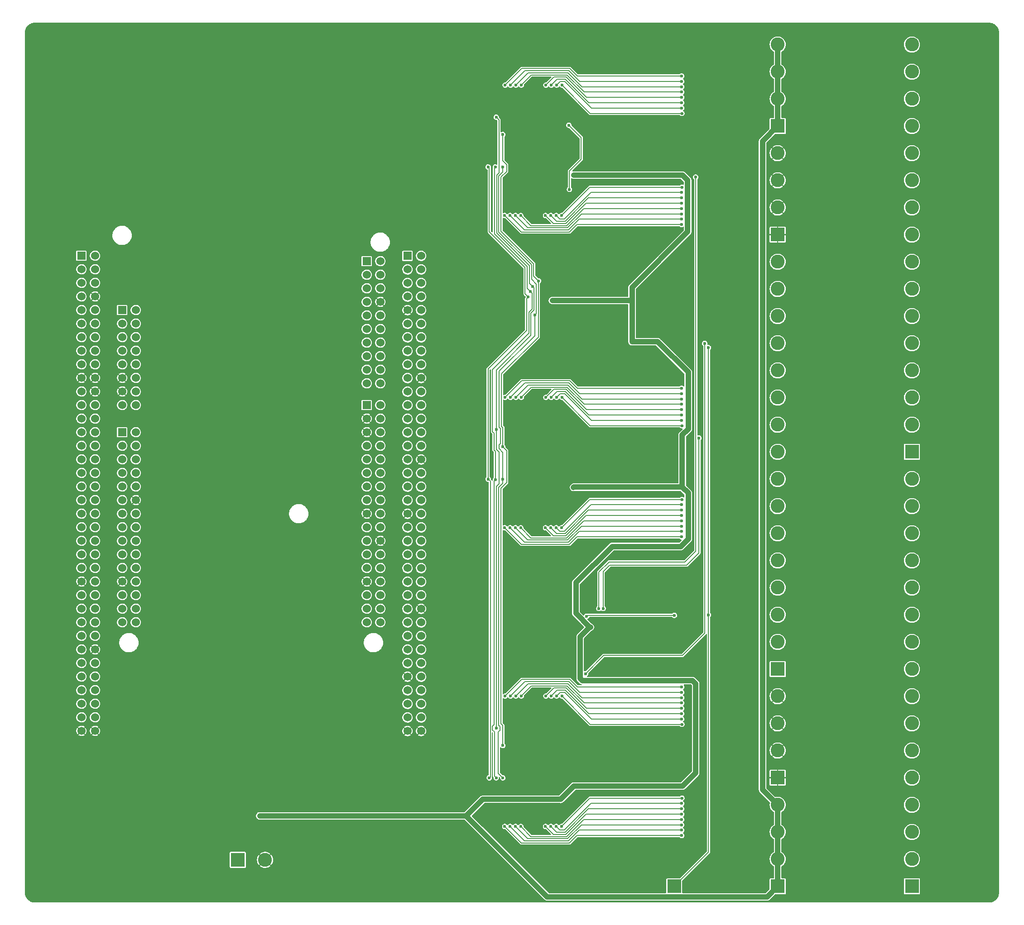
<source format=gbr>
%TF.GenerationSoftware,KiCad,Pcbnew,(5.99.0-10483-ga6ad7a4a70)*%
%TF.CreationDate,2021-07-29T00:24:03+03:00*%
%TF.ProjectId,digital_inputs,64696769-7461-46c5-9f69-6e707574732e,rev?*%
%TF.SameCoordinates,Original*%
%TF.FileFunction,Copper,L2,Bot*%
%TF.FilePolarity,Positive*%
%FSLAX46Y46*%
G04 Gerber Fmt 4.6, Leading zero omitted, Abs format (unit mm)*
G04 Created by KiCad (PCBNEW (5.99.0-10483-ga6ad7a4a70)) date 2021-07-29 00:24:03*
%MOMM*%
%LPD*%
G01*
G04 APERTURE LIST*
%TA.AperFunction,ComponentPad*%
%ADD10R,2.550000X2.550000*%
%TD*%
%TA.AperFunction,ComponentPad*%
%ADD11C,0.800000*%
%TD*%
%TA.AperFunction,ComponentPad*%
%ADD12C,6.400000*%
%TD*%
%TA.AperFunction,ComponentPad*%
%ADD13R,2.600000X2.600000*%
%TD*%
%TA.AperFunction,ComponentPad*%
%ADD14C,2.600000*%
%TD*%
%TA.AperFunction,ComponentPad*%
%ADD15R,1.530000X1.530000*%
%TD*%
%TA.AperFunction,ComponentPad*%
%ADD16C,1.530000*%
%TD*%
%TA.AperFunction,ViaPad*%
%ADD17C,0.600000*%
%TD*%
%TA.AperFunction,Conductor*%
%ADD18C,1.000000*%
%TD*%
%TA.AperFunction,Conductor*%
%ADD19C,0.200000*%
%TD*%
G04 APERTURE END LIST*
D10*
%TO.P,J4,1,Pin_1*%
%TO.N,/TST49*%
X248580000Y-208780000D03*
%TD*%
D11*
%TO.P,J12,1,Pin_1*%
%TO.N,GND*%
X208000000Y-206100000D03*
X206302944Y-206802944D03*
X205600000Y-208500000D03*
X206302944Y-210197056D03*
D12*
X208000000Y-208500000D03*
D11*
X209697056Y-210197056D03*
X209697056Y-206802944D03*
X210400000Y-208500000D03*
X208000000Y-210900000D03*
%TD*%
D13*
%TO.P,J6,1,Pin_1*%
%TO.N,GND*%
X267925000Y-188459999D03*
D14*
%TO.P,J6,2,Pin_2*%
X267925000Y-183379999D03*
%TO.P,J6,3,Pin_3*%
X267925000Y-178299999D03*
%TO.P,J6,4,Pin_4*%
X267925000Y-173219999D03*
%TD*%
D13*
%TO.P,J5,1,Pin_1*%
%TO.N,Net-(F1-Pad2)*%
X167005000Y-203835000D03*
D14*
%TO.P,J5,2,Pin_2*%
%TO.N,GND*%
X172085000Y-203835000D03*
%TD*%
D11*
%TO.P,J10,1,Pin_1*%
%TO.N,GND*%
X206100000Y-129500000D03*
X210900000Y-129500000D03*
X210197056Y-131197056D03*
X208500000Y-131900000D03*
X206802944Y-131197056D03*
D12*
X208500000Y-129500000D03*
D11*
X206802944Y-127802944D03*
X210197056Y-127802944D03*
X208500000Y-127100000D03*
%TD*%
D13*
%TO.P,J7,1,Pin_1*%
%TO.N,GND*%
X267925000Y-86860000D03*
D14*
%TO.P,J7,2,Pin_2*%
X267925000Y-81780000D03*
%TO.P,J7,3,Pin_3*%
X267925000Y-76700000D03*
%TO.P,J7,4,Pin_4*%
X267925000Y-71620000D03*
%TD*%
D13*
%TO.P,J8,1,Pin_1*%
%TO.N,+12V*%
X267925000Y-66540000D03*
D14*
%TO.P,J8,2,Pin_2*%
X267925000Y-61460000D03*
%TO.P,J8,3,Pin_3*%
X267925000Y-56380000D03*
%TO.P,J8,4,Pin_4*%
X267925000Y-51300000D03*
%TD*%
D13*
%TO.P,J3,1,Pin_1*%
%TO.N,/TST48*%
X293020000Y-208780000D03*
D14*
%TO.P,J3,2,Pin_2*%
%TO.N,/TST47*%
X293020000Y-203700000D03*
%TO.P,J3,3,Pin_3*%
%TO.N,/TST46*%
X293020000Y-198620000D03*
%TO.P,J3,4,Pin_4*%
%TO.N,/TST45*%
X293020000Y-193540000D03*
%TO.P,J3,5,Pin_5*%
%TO.N,/TST44*%
X293020000Y-188460000D03*
%TO.P,J3,6,Pin_6*%
%TO.N,/TST43*%
X293020000Y-183380000D03*
%TO.P,J3,7,Pin_7*%
%TO.N,/TST42*%
X293020000Y-178300000D03*
%TO.P,J3,8,Pin_8*%
%TO.N,/TST41*%
X293020000Y-173220000D03*
%TO.P,J3,9,Pin_9*%
%TO.N,/TST40*%
X293020000Y-168140000D03*
%TO.P,J3,10,Pin_10*%
%TO.N,/TST39*%
X293020000Y-163060000D03*
%TO.P,J3,11,Pin_11*%
%TO.N,/TST38*%
X293020000Y-157980000D03*
%TO.P,J3,12,Pin_12*%
%TO.N,/TST37*%
X293020000Y-152900000D03*
%TO.P,J3,13,Pin_13*%
%TO.N,/TST36*%
X293020000Y-147820000D03*
%TO.P,J3,14,Pin_14*%
%TO.N,/TST35*%
X293020000Y-142740000D03*
%TO.P,J3,15,Pin_15*%
%TO.N,/TST34*%
X293020000Y-137660000D03*
%TO.P,J3,16,Pin_16*%
%TO.N,/TST33*%
X293020000Y-132580000D03*
%TD*%
D11*
%TO.P,J16,1,Pin_1*%
%TO.N,GND*%
X305914214Y-206100000D03*
D12*
X305914214Y-208500000D03*
D11*
X308314214Y-208500000D03*
X304217158Y-210197056D03*
X307611270Y-206802944D03*
X305914214Y-210900000D03*
X303514214Y-208500000D03*
X304217158Y-206802944D03*
X307611270Y-210197056D03*
%TD*%
%TO.P,J11,1,Pin_1*%
%TO.N,GND*%
X304217158Y-52197056D03*
X305914214Y-48100000D03*
X308314214Y-50500000D03*
D12*
X305914214Y-50500000D03*
D11*
X304217158Y-48802944D03*
X305914214Y-52900000D03*
X307611270Y-48802944D03*
X307611270Y-52197056D03*
X303514214Y-50500000D03*
%TD*%
D15*
%TO.P,U11,CN7_1,D16/I2S_A_MCK*%
%TO.N,unconnected-(U11-PadCN7_1)*%
X191090000Y-91816000D03*
D16*
%TO.P,U11,CN7_2,D15/I2C_A_SCL*%
%TO.N,unconnected-(U11-PadCN7_2)*%
X193630000Y-91816000D03*
%TO.P,U11,CN7_3,D17/I2S_A_SD*%
%TO.N,unconnected-(U11-PadCN7_3)*%
X191090000Y-94356000D03*
%TO.P,U11,CN7_4,D14/I2C_A_SDA*%
%TO.N,unconnected-(U11-PadCN7_4)*%
X193630000Y-94356000D03*
%TO.P,U11,CN7_5,D18/I2S_A_CK*%
%TO.N,unconnected-(U11-PadCN7_5)*%
X191090000Y-96896000D03*
%TO.P,U11,CN7_6,AREF*%
%TO.N,unconnected-(U11-PadCN7_6)*%
X193630000Y-96896000D03*
%TO.P,U11,CN7_7,D19/I2S_A_WS*%
%TO.N,unconnected-(U11-PadCN7_7)*%
X191090000Y-99436000D03*
%TO.P,U11,CN7_8,GND_CN7*%
%TO.N,GND*%
X193630000Y-99436000D03*
%TO.P,U11,CN7_9,D20/I2S_B_WS*%
%TO.N,unconnected-(U11-PadCN7_9)*%
X191090000Y-101976000D03*
%TO.P,U11,CN7_10,D13/SPI_A_SCK*%
%TO.N,unconnected-(U11-PadCN7_10)*%
X193630000Y-101976000D03*
%TO.P,U11,CN7_11,D21/I2S_B_MCK*%
%TO.N,unconnected-(U11-PadCN7_11)*%
X191090000Y-104516000D03*
%TO.P,U11,CN7_12,D12/SPI_A_MISO*%
%TO.N,unconnected-(U11-PadCN7_12)*%
X193630000Y-104516000D03*
%TO.P,U11,CN7_13,D22/I2S_B_SD/SPI_B_MOSI*%
%TO.N,unconnected-(U11-PadCN7_13)*%
X191090000Y-107056000D03*
%TO.P,U11,CN7_14,D11/SPI_A_MOSI/TIM_E_PWM1*%
%TO.N,unconnected-(U11-PadCN7_14)*%
X193630000Y-107056000D03*
%TO.P,U11,CN7_15,D23/I2S_B_CK/SPI_B_SCK*%
%TO.N,unconnected-(U11-PadCN7_15)*%
X191090000Y-109596000D03*
%TO.P,U11,CN7_16,D10/SPI_A_CS/TIM_B_PWM3*%
%TO.N,unconnected-(U11-PadCN7_16)*%
X193630000Y-109596000D03*
%TO.P,U11,CN7_17,D24/SPI_B_NSS*%
%TO.N,unconnected-(U11-PadCN7_17)*%
X191090000Y-112136000D03*
%TO.P,U11,CN7_18,D9/TIMER_B_PWM2*%
%TO.N,unconnected-(U11-PadCN7_18)*%
X193630000Y-112136000D03*
%TO.P,U11,CN7_19,D25/SPI_B_MISO*%
%TO.N,unconnected-(U11-PadCN7_19)*%
X191090000Y-114676000D03*
%TO.P,U11,CN7_20,D8/IO*%
%TO.N,unconnected-(U11-PadCN7_20)*%
X193630000Y-114676000D03*
D15*
%TO.P,U11,CN8_1,NC_CN8*%
%TO.N,unconnected-(U11-PadCN8_1)*%
X145370000Y-100960000D03*
D16*
%TO.P,U11,CN8_2,D43/SDMMC_D0*%
%TO.N,unconnected-(U11-PadCN8_2)*%
X147910000Y-100960000D03*
%TO.P,U11,CN8_3,IOREF_CN8*%
%TO.N,unconnected-(U11-PadCN8_3)*%
X145370000Y-103500000D03*
%TO.P,U11,CN8_4,D44/SDMMC_D1/I2S_A_CKIN*%
%TO.N,unconnected-(U11-PadCN8_4)*%
X147910000Y-103500000D03*
%TO.P,U11,CN8_5,RESET_CN8*%
%TO.N,unconnected-(U11-PadCN8_5)*%
X145370000Y-106040000D03*
%TO.P,U11,CN8_6,D45/SDMMC_D2*%
%TO.N,unconnected-(U11-PadCN8_6)*%
X147910000Y-106040000D03*
%TO.P,U11,CN8_7,+3V3_CN8*%
%TO.N,unconnected-(U11-PadCN8_7)*%
X145370000Y-108580000D03*
%TO.P,U11,CN8_8,D46/SDMMC_D3*%
%TO.N,unconnected-(U11-PadCN8_8)*%
X147910000Y-108580000D03*
%TO.P,U11,CN8_9,+5V_CN8*%
%TO.N,unconnected-(U11-PadCN8_9)*%
X145370000Y-111120000D03*
%TO.P,U11,CN8_10,D47/SDMMC_CK*%
%TO.N,unconnected-(U11-PadCN8_10)*%
X147910000Y-111120000D03*
%TO.P,U11,CN8_11,GND_CN8*%
%TO.N,GND*%
X145370000Y-113660000D03*
%TO.P,U11,CN8_12,D48/SDMMC_CMD*%
%TO.N,unconnected-(U11-PadCN8_12)*%
X147910000Y-113660000D03*
%TO.P,U11,CN8_13,GND_CN8*%
%TO.N,GND*%
X145370000Y-116200000D03*
%TO.P,U11,CN8_14,D49/IO*%
%TO.N,unconnected-(U11-PadCN8_14)*%
X147910000Y-116200000D03*
%TO.P,U11,CN8_15,VIN_CN8*%
%TO.N,unconnected-(U11-PadCN8_15)*%
X145370000Y-118740000D03*
%TO.P,U11,CN8_16,D50/IO*%
%TO.N,unconnected-(U11-PadCN8_16)*%
X147910000Y-118740000D03*
D15*
%TO.P,U11,CN9_1,A0/ADC123_IN3*%
%TO.N,unconnected-(U11-PadCN9_1)*%
X145370000Y-123820000D03*
D16*
%TO.P,U11,CN9_2,D51/USART_B_SCLK*%
%TO.N,unconnected-(U11-PadCN9_2)*%
X147910000Y-123820000D03*
%TO.P,U11,CN9_3,A1/ADC123_IN10*%
%TO.N,unconnected-(U11-PadCN9_3)*%
X145370000Y-126360000D03*
%TO.P,U11,CN9_4,D52/USART_B_RX*%
%TO.N,unconnected-(U11-PadCN9_4)*%
X147910000Y-126360000D03*
%TO.P,U11,CN9_5,A2/ADC123_IN13*%
%TO.N,unconnected-(U11-PadCN9_5)*%
X145370000Y-128900000D03*
%TO.P,U11,CN9_6,D53/USART_B_TX*%
%TO.N,unconnected-(U11-PadCN9_6)*%
X147910000Y-128900000D03*
%TO.P,U11,CN9_7,A3/ADC3_IN9*%
%TO.N,unconnected-(U11-PadCN9_7)*%
X145370000Y-131440000D03*
%TO.P,U11,CN9_8,D54/USART_B_RTS*%
%TO.N,unconnected-(U11-PadCN9_8)*%
X147910000Y-131440000D03*
%TO.P,U11,CN9_9,A4/ADC3_IN15/I2C1_SDA*%
%TO.N,unconnected-(U11-PadCN9_9)*%
X145370000Y-133980000D03*
%TO.P,U11,CN9_10,D55/USART_B_CTS*%
%TO.N,unconnected-(U11-PadCN9_10)*%
X147910000Y-133980000D03*
%TO.P,U11,CN9_11,A5/ADC3_IN8/I2C1_SCL*%
%TO.N,unconnected-(U11-PadCN9_11)*%
X145370000Y-136520000D03*
%TO.P,U11,CN9_12,GND_CN9*%
%TO.N,GND*%
X147910000Y-136520000D03*
%TO.P,U11,CN9_13,D72/NC*%
%TO.N,unconnected-(U11-PadCN9_13)*%
X145370000Y-139060000D03*
%TO.P,U11,CN9_14,D56/SAI_A_MCLK*%
%TO.N,unconnected-(U11-PadCN9_14)*%
X147910000Y-139060000D03*
%TO.P,U11,CN9_15,D71/IO*%
%TO.N,unconnected-(U11-PadCN9_15)*%
X145370000Y-141600000D03*
%TO.P,U11,CN9_16,D57/SAI_A_FS*%
%TO.N,unconnected-(U11-PadCN9_16)*%
X147910000Y-141600000D03*
%TO.P,U11,CN9_17,D70/I2C_B_SMBA*%
%TO.N,unconnected-(U11-PadCN9_17)*%
X145370000Y-144140000D03*
%TO.P,U11,CN9_18,D58/SAI_A_SCK*%
%TO.N,unconnected-(U11-PadCN9_18)*%
X147910000Y-144140000D03*
%TO.P,U11,CN9_19,D69/I2C_B_SCL*%
%TO.N,unconnected-(U11-PadCN9_19)*%
X145370000Y-146680000D03*
%TO.P,U11,CN9_20,D59/SAI_A_SD*%
%TO.N,unconnected-(U11-PadCN9_20)*%
X147910000Y-146680000D03*
%TO.P,U11,CN9_21,D68/I2C_B_SDA*%
%TO.N,unconnected-(U11-PadCN9_21)*%
X145370000Y-149220000D03*
%TO.P,U11,CN9_22,D60/SAI_B_SD*%
%TO.N,unconnected-(U11-PadCN9_22)*%
X147910000Y-149220000D03*
%TO.P,U11,CN9_23,GND_CN9*%
%TO.N,GND*%
X145370000Y-151760000D03*
%TO.P,U11,CN9_24,D61/SAI_B_SCK*%
%TO.N,unconnected-(U11-PadCN9_24)*%
X147910000Y-151760000D03*
%TO.P,U11,CN9_25,D67/CAN_RX*%
%TO.N,unconnected-(U11-PadCN9_25)*%
X145370000Y-154300000D03*
%TO.P,U11,CN9_26,D62/SAI_B_MCLK*%
%TO.N,unconnected-(U11-PadCN9_26)*%
X147910000Y-154300000D03*
%TO.P,U11,CN9_27,D66/CAN_TX*%
%TO.N,unconnected-(U11-PadCN9_27)*%
X145370000Y-156840000D03*
%TO.P,U11,CN9_28,D63/SAI_B_FS*%
%TO.N,unconnected-(U11-PadCN9_28)*%
X147910000Y-156840000D03*
%TO.P,U11,CN9_29,D65/IO*%
%TO.N,unconnected-(U11-PadCN9_29)*%
X145370000Y-159380000D03*
%TO.P,U11,CN9_30,D64/IO*%
%TO.N,unconnected-(U11-PadCN9_30)*%
X147910000Y-159380000D03*
D15*
%TO.P,U11,CN10_1,AVDD_CN10*%
%TO.N,unconnected-(U11-PadCN10_1)*%
X191090000Y-118740000D03*
D16*
%TO.P,U11,CN10_2,D7/IO*%
%TO.N,unconnected-(U11-PadCN10_2)*%
X193630000Y-118740000D03*
%TO.P,U11,CN10_3,AGND_CN10*%
%TO.N,GND*%
X191090000Y-121280000D03*
%TO.P,U11,CN10_4,D6/TIMER_A_PWM1*%
%TO.N,unconnected-(U11-PadCN10_4)*%
X193630000Y-121280000D03*
%TO.P,U11,CN10_5,GND_CN10*%
%TO.N,GND*%
X191090000Y-123820000D03*
%TO.P,U11,CN10_6,D5/TIMER_A_PWM2*%
%TO.N,unconnected-(U11-PadCN10_6)*%
X193630000Y-123820000D03*
%TO.P,U11,CN10_7,A6/ADC_A_IN*%
%TO.N,unconnected-(U11-PadCN10_7)*%
X191090000Y-126360000D03*
%TO.P,U11,CN10_8,D4/IO*%
%TO.N,unconnected-(U11-PadCN10_8)*%
X193630000Y-126360000D03*
%TO.P,U11,CN10_9,A7/ADC_B_IN*%
%TO.N,unconnected-(U11-PadCN10_9)*%
X191090000Y-128900000D03*
%TO.P,U11,CN10_10,D3/TIMER_A_PWM3*%
%TO.N,unconnected-(U11-PadCN10_10)*%
X193630000Y-128900000D03*
%TO.P,U11,CN10_11,A8/ADC_C_IN*%
%TO.N,unconnected-(U11-PadCN10_11)*%
X191090000Y-131440000D03*
%TO.P,U11,CN10_12,D2/IO*%
%TO.N,unconnected-(U11-PadCN10_12)*%
X193630000Y-131440000D03*
%TO.P,U11,CN10_13,D26/IO*%
%TO.N,unconnected-(U11-PadCN10_13)*%
X191090000Y-133980000D03*
%TO.P,U11,CN10_14,D1/USART_A_TX*%
%TO.N,unconnected-(U11-PadCN10_14)*%
X193630000Y-133980000D03*
%TO.P,U11,CN10_15,D27/IO*%
%TO.N,unconnected-(U11-PadCN10_15)*%
X191090000Y-136520000D03*
%TO.P,U11,CN10_16,D0/USART_A_RX*%
%TO.N,unconnected-(U11-PadCN10_16)*%
X193630000Y-136520000D03*
%TO.P,U11,CN10_17,GND_CN10*%
%TO.N,GND*%
X191090000Y-139060000D03*
%TO.P,U11,CN10_18,D42/TIMER_A_PWM1N*%
%TO.N,unconnected-(U11-PadCN10_18)*%
X193630000Y-139060000D03*
%TO.P,U11,CN10_19,D28/IO*%
%TO.N,unconnected-(U11-PadCN10_19)*%
X191090000Y-141600000D03*
%TO.P,U11,CN10_20,D41/TIMER_A_ETR*%
%TO.N,unconnected-(U11-PadCN10_20)*%
X193630000Y-141600000D03*
%TO.P,U11,CN10_21,D29/IO*%
%TO.N,unconnected-(U11-PadCN10_21)*%
X191090000Y-144140000D03*
%TO.P,U11,CN10_22,GND_CN10*%
%TO.N,GND*%
X193630000Y-144140000D03*
%TO.P,U11,CN10_23,D30/IO*%
%TO.N,unconnected-(U11-PadCN10_23)*%
X191090000Y-146680000D03*
%TO.P,U11,CN10_24,D40/TIMER_A_PWM2N*%
%TO.N,unconnected-(U11-PadCN10_24)*%
X193630000Y-146680000D03*
%TO.P,U11,CN10_25,D31/IO*%
%TO.N,unconnected-(U11-PadCN10_25)*%
X191090000Y-149220000D03*
%TO.P,U11,CN10_26,D39/TIMER_A_PWM3N*%
%TO.N,unconnected-(U11-PadCN10_26)*%
X193630000Y-149220000D03*
%TO.P,U11,CN10_27,GND_CN10*%
%TO.N,GND*%
X191090000Y-151760000D03*
%TO.P,U11,CN10_28,D38/IO*%
%TO.N,unconnected-(U11-PadCN10_28)*%
X193630000Y-151760000D03*
%TO.P,U11,CN10_29,D32/TIMER_C_PWM1*%
%TO.N,unconnected-(U11-PadCN10_29)*%
X191090000Y-154300000D03*
%TO.P,U11,CN10_30,D37/TIMER_A_BKIN1*%
%TO.N,unconnected-(U11-PadCN10_30)*%
X193630000Y-154300000D03*
%TO.P,U11,CN10_31,D33/TIMER_D_PWM1*%
%TO.N,unconnected-(U11-PadCN10_31)*%
X191090000Y-156840000D03*
%TO.P,U11,CN10_32,D36/TIMER_C_PWM2*%
%TO.N,unconnected-(U11-PadCN10_32)*%
X193630000Y-156840000D03*
%TO.P,U11,CN10_33,D34/TIMER_B_ETR*%
%TO.N,unconnected-(U11-PadCN10_33)*%
X191090000Y-159380000D03*
%TO.P,U11,CN10_34,D35/TIMER_C_PWM3*%
%TO.N,unconnected-(U11-PadCN10_34)*%
X193630000Y-159380000D03*
D15*
%TO.P,U11,CN11_1,PC10*%
%TO.N,unconnected-(U11-PadCN11_1)*%
X137750000Y-90800000D03*
D16*
%TO.P,U11,CN11_2,PC11*%
%TO.N,unconnected-(U11-PadCN11_2)*%
X140290000Y-90800000D03*
%TO.P,U11,CN11_3,PC12*%
%TO.N,unconnected-(U11-PadCN11_3)*%
X137750000Y-93340000D03*
%TO.P,U11,CN11_4,PD2*%
%TO.N,unconnected-(U11-PadCN11_4)*%
X140290000Y-93340000D03*
%TO.P,U11,CN11_5,VDD*%
%TO.N,unconnected-(U11-PadCN11_5)*%
X137750000Y-95880000D03*
%TO.P,U11,CN11_6,E5V*%
%TO.N,unconnected-(U11-PadCN11_6)*%
X140290000Y-95880000D03*
%TO.P,U11,CN11_7,BOOT0*%
%TO.N,unconnected-(U11-PadCN11_7)*%
X137750000Y-98420000D03*
%TO.P,U11,CN11_8,GND_CN11*%
%TO.N,GND*%
X140290000Y-98420000D03*
%TO.P,U11,CN11_9,PF6*%
%TO.N,unconnected-(U11-PadCN11_9)*%
X137750000Y-100960000D03*
%TO.P,U11,CN11_10,NC*%
%TO.N,unconnected-(U11-PadCN11_10)*%
X140290000Y-100960000D03*
%TO.P,U11,CN11_11,PF7*%
%TO.N,unconnected-(U11-PadCN11_11)*%
X137750000Y-103500000D03*
%TO.P,U11,CN11_12,IOREF*%
%TO.N,unconnected-(U11-PadCN11_12)*%
X140290000Y-103500000D03*
%TO.P,U11,CN11_13,PA13*%
%TO.N,unconnected-(U11-PadCN11_13)*%
X137750000Y-106040000D03*
%TO.P,U11,CN11_14,RESET*%
%TO.N,unconnected-(U11-PadCN11_14)*%
X140290000Y-106040000D03*
%TO.P,U11,CN11_15,PA14*%
%TO.N,unconnected-(U11-PadCN11_15)*%
X137750000Y-108580000D03*
%TO.P,U11,CN11_16,+3V3*%
%TO.N,unconnected-(U11-PadCN11_16)*%
X140290000Y-108580000D03*
%TO.P,U11,CN11_17,PA15*%
%TO.N,unconnected-(U11-PadCN11_17)*%
X137750000Y-111120000D03*
%TO.P,U11,CN11_18,+5V*%
%TO.N,unconnected-(U11-PadCN11_18)*%
X140290000Y-111120000D03*
%TO.P,U11,CN11_19,GND_CN11*%
%TO.N,GND*%
X137750000Y-113660000D03*
%TO.P,U11,CN11_20,GND_CN11*%
X140290000Y-113660000D03*
%TO.P,U11,CN11_21,PB7*%
%TO.N,unconnected-(U11-PadCN11_21)*%
X137750000Y-116200000D03*
%TO.P,U11,CN11_22,GND_CN11*%
%TO.N,GND*%
X140290000Y-116200000D03*
%TO.P,U11,CN11_23,PC13*%
%TO.N,unconnected-(U11-PadCN11_23)*%
X137750000Y-118740000D03*
%TO.P,U11,CN11_24,VIN*%
%TO.N,+12V*%
X140290000Y-118740000D03*
%TO.P,U11,CN11_25,PC14*%
%TO.N,unconnected-(U11-PadCN11_25)*%
X137750000Y-121280000D03*
%TO.P,U11,CN11_26,NC*%
%TO.N,unconnected-(U11-PadCN11_26)*%
X140290000Y-121280000D03*
%TO.P,U11,CN11_27,PC15*%
%TO.N,unconnected-(U11-PadCN11_27)*%
X137750000Y-123820000D03*
%TO.P,U11,CN11_28,PA0*%
%TO.N,unconnected-(U11-PadCN11_28)*%
X140290000Y-123820000D03*
%TO.P,U11,CN11_29,PH0*%
%TO.N,unconnected-(U11-PadCN11_29)*%
X137750000Y-126360000D03*
%TO.P,U11,CN11_30,PA1*%
%TO.N,unconnected-(U11-PadCN11_30)*%
X140290000Y-126360000D03*
%TO.P,U11,CN11_31,PH1*%
%TO.N,unconnected-(U11-PadCN11_31)*%
X137750000Y-128900000D03*
%TO.P,U11,CN11_32,PA4*%
%TO.N,unconnected-(U11-PadCN11_32)*%
X140290000Y-128900000D03*
%TO.P,U11,CN11_33,VBAT*%
%TO.N,unconnected-(U11-PadCN11_33)*%
X137750000Y-131440000D03*
%TO.P,U11,CN11_34,PB0*%
%TO.N,unconnected-(U11-PadCN11_34)*%
X140290000Y-131440000D03*
%TO.P,U11,CN11_35,PC2*%
%TO.N,unconnected-(U11-PadCN11_35)*%
X137750000Y-133980000D03*
%TO.P,U11,CN11_36,PC1*%
%TO.N,unconnected-(U11-PadCN11_36)*%
X140290000Y-133980000D03*
%TO.P,U11,CN11_37,PC3*%
%TO.N,unconnected-(U11-PadCN11_37)*%
X137750000Y-136520000D03*
%TO.P,U11,CN11_38,PC0*%
%TO.N,unconnected-(U11-PadCN11_38)*%
X140290000Y-136520000D03*
%TO.P,U11,CN11_39,PD4*%
%TO.N,unconnected-(U11-PadCN11_39)*%
X137750000Y-139060000D03*
%TO.P,U11,CN11_40,PD3*%
%TO.N,unconnected-(U11-PadCN11_40)*%
X140290000Y-139060000D03*
%TO.P,U11,CN11_41,PD5*%
%TO.N,unconnected-(U11-PadCN11_41)*%
X137750000Y-141600000D03*
%TO.P,U11,CN11_42,PG2*%
%TO.N,unconnected-(U11-PadCN11_42)*%
X140290000Y-141600000D03*
%TO.P,U11,CN11_43,PD6*%
%TO.N,unconnected-(U11-PadCN11_43)*%
X137750000Y-144140000D03*
%TO.P,U11,CN11_44,PG3*%
%TO.N,unconnected-(U11-PadCN11_44)*%
X140290000Y-144140000D03*
%TO.P,U11,CN11_45,PD7*%
%TO.N,unconnected-(U11-PadCN11_45)*%
X137750000Y-146680000D03*
%TO.P,U11,CN11_46,PE2*%
%TO.N,unconnected-(U11-PadCN11_46)*%
X140290000Y-146680000D03*
%TO.P,U11,CN11_47,PE3*%
%TO.N,unconnected-(U11-PadCN11_47)*%
X137750000Y-149220000D03*
%TO.P,U11,CN11_48,PE4*%
%TO.N,unconnected-(U11-PadCN11_48)*%
X140290000Y-149220000D03*
%TO.P,U11,CN11_49,GND_CN11*%
%TO.N,GND*%
X137750000Y-151760000D03*
%TO.P,U11,CN11_50,PE5*%
%TO.N,unconnected-(U11-PadCN11_50)*%
X140290000Y-151760000D03*
%TO.P,U11,CN11_51,PF1*%
%TO.N,unconnected-(U11-PadCN11_51)*%
X137750000Y-154300000D03*
%TO.P,U11,CN11_52,PF2*%
%TO.N,unconnected-(U11-PadCN11_52)*%
X140290000Y-154300000D03*
%TO.P,U11,CN11_53,PF0*%
%TO.N,unconnected-(U11-PadCN11_53)*%
X137750000Y-156840000D03*
%TO.P,U11,CN11_54,PF8*%
%TO.N,unconnected-(U11-PadCN11_54)*%
X140290000Y-156840000D03*
%TO.P,U11,CN11_55,PD1*%
%TO.N,unconnected-(U11-PadCN11_55)*%
X137750000Y-159380000D03*
%TO.P,U11,CN11_56,PF9*%
%TO.N,unconnected-(U11-PadCN11_56)*%
X140290000Y-159380000D03*
%TO.P,U11,CN11_57,PD0*%
%TO.N,unconnected-(U11-PadCN11_57)*%
X137750000Y-161920000D03*
%TO.P,U11,CN11_58,PG1*%
%TO.N,unconnected-(U11-PadCN11_58)*%
X140290000Y-161920000D03*
%TO.P,U11,CN11_59,PG0*%
%TO.N,unconnected-(U11-PadCN11_59)*%
X137750000Y-164460000D03*
%TO.P,U11,CN11_60,GND_CN11*%
%TO.N,GND*%
X140290000Y-164460000D03*
%TO.P,U11,CN11_61,PE1*%
%TO.N,unconnected-(U11-PadCN11_61)*%
X137750000Y-167000000D03*
%TO.P,U11,CN11_62,PE6*%
%TO.N,unconnected-(U11-PadCN11_62)*%
X140290000Y-167000000D03*
%TO.P,U11,CN11_63,PG9*%
%TO.N,unconnected-(U11-PadCN11_63)*%
X137750000Y-169540000D03*
%TO.P,U11,CN11_64,PG15*%
%TO.N,unconnected-(U11-PadCN11_64)*%
X140290000Y-169540000D03*
%TO.P,U11,CN11_65,PG12*%
%TO.N,unconnected-(U11-PadCN11_65)*%
X137750000Y-172080000D03*
%TO.P,U11,CN11_66,PG10*%
%TO.N,unconnected-(U11-PadCN11_66)*%
X140290000Y-172080000D03*
%TO.P,U11,CN11_67,NC*%
%TO.N,unconnected-(U11-PadCN11_67)*%
X137750000Y-174620000D03*
%TO.P,U11,CN11_68,PG13*%
%TO.N,unconnected-(U11-PadCN11_68)*%
X140290000Y-174620000D03*
%TO.P,U11,CN11_69,PD9*%
%TO.N,unconnected-(U11-PadCN11_69)*%
X137750000Y-177160000D03*
%TO.P,U11,CN11_70,PG11*%
%TO.N,unconnected-(U11-PadCN11_70)*%
X140290000Y-177160000D03*
%TO.P,U11,CN11_71,GND_CN11*%
%TO.N,GND*%
X137750000Y-179700000D03*
%TO.P,U11,CN11_72,GND_CN11*%
X140290000Y-179700000D03*
D15*
%TO.P,U11,CN12_1,PC9*%
%TO.N,unconnected-(U11-PadCN12_1)*%
X198710000Y-90820000D03*
D16*
%TO.P,U11,CN12_2,PC8*%
%TO.N,/ADR0*%
X201250000Y-90820000D03*
%TO.P,U11,CN12_3,PB8*%
%TO.N,unconnected-(U11-PadCN12_3)*%
X198710000Y-93360000D03*
%TO.P,U11,CN12_4,PC6*%
%TO.N,/ADR1*%
X201250000Y-93360000D03*
%TO.P,U11,CN12_5,PB9*%
%TO.N,unconnected-(U11-PadCN12_5)*%
X198710000Y-95900000D03*
%TO.P,U11,CN12_6,PC5*%
%TO.N,/ADR2*%
X201250000Y-95900000D03*
%TO.P,U11,CN12_7,AVDD_CN12*%
%TO.N,unconnected-(U11-PadCN12_7)*%
X198710000Y-98440000D03*
%TO.P,U11,CN12_8,U5V*%
%TO.N,unconnected-(U11-PadCN12_8)*%
X201250000Y-98440000D03*
%TO.P,U11,CN12_9,GND_CN12*%
%TO.N,GND*%
X198710000Y-100980000D03*
%TO.P,U11,CN12_10,PD8*%
%TO.N,unconnected-(U11-PadCN12_10)*%
X201250000Y-100980000D03*
%TO.P,U11,CN12_11,PA5*%
%TO.N,unconnected-(U11-PadCN12_11)*%
X198710000Y-103520000D03*
%TO.P,U11,CN12_12,PA12*%
%TO.N,unconnected-(U11-PadCN12_12)*%
X201250000Y-103520000D03*
%TO.P,U11,CN12_13,PA6*%
%TO.N,/ADR3*%
X198710000Y-106060000D03*
%TO.P,U11,CN12_14,PA11*%
%TO.N,unconnected-(U11-PadCN12_14)*%
X201250000Y-106060000D03*
%TO.P,U11,CN12_15,PA7*%
%TO.N,/MUX_OFF*%
X198710000Y-108600000D03*
%TO.P,U11,CN12_16,PB12*%
%TO.N,/OUT0*%
X201250000Y-108600000D03*
%TO.P,U11,CN12_17,PB6*%
%TO.N,unconnected-(U11-PadCN12_17)*%
X198710000Y-111140000D03*
%TO.P,U11,CN12_18,PB11*%
%TO.N,/OUT1*%
X201250000Y-111140000D03*
%TO.P,U11,CN12_19,PC7*%
%TO.N,/OUT2*%
X198710000Y-113680000D03*
%TO.P,U11,CN12_20,GND_CN12*%
%TO.N,GND*%
X201250000Y-113680000D03*
%TO.P,U11,CN12_21,PA9*%
%TO.N,unconnected-(U11-PadCN12_21)*%
X198710000Y-116220000D03*
%TO.P,U11,CN12_22,PB2*%
%TO.N,unconnected-(U11-PadCN12_22)*%
X201250000Y-116220000D03*
%TO.P,U11,CN12_23,PA8*%
%TO.N,unconnected-(U11-PadCN12_23)*%
X198710000Y-118760000D03*
%TO.P,U11,CN12_24,PB1*%
%TO.N,unconnected-(U11-PadCN12_24)*%
X201250000Y-118760000D03*
%TO.P,U11,CN12_25,PB10*%
%TO.N,unconnected-(U11-PadCN12_25)*%
X198710000Y-121300000D03*
%TO.P,U11,CN12_26,PB15*%
%TO.N,unconnected-(U11-PadCN12_26)*%
X201250000Y-121300000D03*
%TO.P,U11,CN12_27,PB4*%
%TO.N,unconnected-(U11-PadCN12_27)*%
X198710000Y-123840000D03*
%TO.P,U11,CN12_28,PB14*%
%TO.N,unconnected-(U11-PadCN12_28)*%
X201250000Y-123840000D03*
%TO.P,U11,CN12_29,PB5*%
%TO.N,unconnected-(U11-PadCN12_29)*%
X198710000Y-126380000D03*
%TO.P,U11,CN12_30,PB13*%
%TO.N,unconnected-(U11-PadCN12_30)*%
X201250000Y-126380000D03*
%TO.P,U11,CN12_31,PB3*%
%TO.N,unconnected-(U11-PadCN12_31)*%
X198710000Y-128920000D03*
%TO.P,U11,CN12_32,AGND_CN12*%
%TO.N,GND*%
X201250000Y-128920000D03*
%TO.P,U11,CN12_33,PA10*%
%TO.N,unconnected-(U11-PadCN12_33)*%
X198710000Y-131460000D03*
%TO.P,U11,CN12_34,PC4*%
%TO.N,/OUT3*%
X201250000Y-131460000D03*
%TO.P,U11,CN12_35,PA2*%
%TO.N,unconnected-(U11-PadCN12_35)*%
X198710000Y-134000000D03*
%TO.P,U11,CN12_36,PF5*%
%TO.N,/IN1*%
X201250000Y-134000000D03*
%TO.P,U11,CN12_37,PA3*%
%TO.N,unconnected-(U11-PadCN12_37)*%
X198710000Y-136540000D03*
%TO.P,U11,CN12_38,PF4*%
%TO.N,/IN0*%
X201250000Y-136540000D03*
%TO.P,U11,CN12_39,GND_CN12*%
%TO.N,GND*%
X198710000Y-139080000D03*
%TO.P,U11,CN12_40,PE8*%
%TO.N,unconnected-(U11-PadCN12_40)*%
X201250000Y-139080000D03*
%TO.P,U11,CN12_41,PD13*%
%TO.N,unconnected-(U11-PadCN12_41)*%
X198710000Y-141620000D03*
%TO.P,U11,CN12_42,PF10*%
%TO.N,/IN3*%
X201250000Y-141620000D03*
%TO.P,U11,CN12_43,PD12*%
%TO.N,unconnected-(U11-PadCN12_43)*%
X198710000Y-144160000D03*
%TO.P,U11,CN12_44,PE7*%
%TO.N,unconnected-(U11-PadCN12_44)*%
X201250000Y-144160000D03*
%TO.P,U11,CN12_45,PD11*%
%TO.N,unconnected-(U11-PadCN12_45)*%
X198710000Y-146700000D03*
%TO.P,U11,CN12_46,PD14*%
%TO.N,unconnected-(U11-PadCN12_46)*%
X201250000Y-146700000D03*
%TO.P,U11,CN12_47,PE10*%
%TO.N,unconnected-(U11-PadCN12_47)*%
X198710000Y-149240000D03*
%TO.P,U11,CN12_48,PD15*%
%TO.N,unconnected-(U11-PadCN12_48)*%
X201250000Y-149240000D03*
%TO.P,U11,CN12_49,PE12*%
%TO.N,unconnected-(U11-PadCN12_49)*%
X198710000Y-151780000D03*
%TO.P,U11,CN12_50,PF14*%
%TO.N,unconnected-(U11-PadCN12_50)*%
X201250000Y-151780000D03*
%TO.P,U11,CN12_51,PE14*%
%TO.N,unconnected-(U11-PadCN12_51)*%
X198710000Y-154320000D03*
%TO.P,U11,CN12_52,PE9*%
%TO.N,unconnected-(U11-PadCN12_52)*%
X201250000Y-154320000D03*
%TO.P,U11,CN12_53,PE15*%
%TO.N,unconnected-(U11-PadCN12_53)*%
X198710000Y-156860000D03*
%TO.P,U11,CN12_54,GND_CN12*%
%TO.N,GND*%
X201250000Y-156860000D03*
%TO.P,U11,CN12_55,PE13*%
%TO.N,unconnected-(U11-PadCN12_55)*%
X198710000Y-159400000D03*
%TO.P,U11,CN12_56,PE11*%
%TO.N,unconnected-(U11-PadCN12_56)*%
X201250000Y-159400000D03*
%TO.P,U11,CN12_57,PF13*%
%TO.N,unconnected-(U11-PadCN12_57)*%
X198710000Y-161940000D03*
%TO.P,U11,CN12_58,PF3*%
%TO.N,/IN2*%
X201250000Y-161940000D03*
%TO.P,U11,CN12_59,PF12*%
%TO.N,unconnected-(U11-PadCN12_59)*%
X198710000Y-164480000D03*
%TO.P,U11,CN12_60,PF15*%
%TO.N,unconnected-(U11-PadCN12_60)*%
X201250000Y-164480000D03*
%TO.P,U11,CN12_61,PG14*%
%TO.N,unconnected-(U11-PadCN12_61)*%
X198710000Y-167020000D03*
%TO.P,U11,CN12_62,PF11*%
%TO.N,unconnected-(U11-PadCN12_62)*%
X201250000Y-167020000D03*
%TO.P,U11,CN12_63,GND_CN12*%
%TO.N,GND*%
X198710000Y-169560000D03*
%TO.P,U11,CN12_64,PE0*%
%TO.N,unconnected-(U11-PadCN12_64)*%
X201250000Y-169560000D03*
%TO.P,U11,CN12_65,PD10*%
%TO.N,unconnected-(U11-PadCN12_65)*%
X198710000Y-172100000D03*
%TO.P,U11,CN12_66,PG8*%
%TO.N,unconnected-(U11-PadCN12_66)*%
X201250000Y-172100000D03*
%TO.P,U11,CN12_67,PG7*%
%TO.N,unconnected-(U11-PadCN12_67)*%
X198710000Y-174640000D03*
%TO.P,U11,CN12_68,PG5*%
%TO.N,unconnected-(U11-PadCN12_68)*%
X201250000Y-174640000D03*
%TO.P,U11,CN12_69,PG4*%
%TO.N,unconnected-(U11-PadCN12_69)*%
X198710000Y-177180000D03*
%TO.P,U11,CN12_70,PG6*%
%TO.N,unconnected-(U11-PadCN12_70)*%
X201250000Y-177180000D03*
%TO.P,U11,CN12_71,GND_CN12*%
%TO.N,GND*%
X198710000Y-179720000D03*
%TO.P,U11,CN12_72,GND_CN12*%
X201250000Y-179720000D03*
%TD*%
D13*
%TO.P,J1,1,Pin_1*%
%TO.N,/TST16*%
X293020000Y-127500000D03*
D14*
%TO.P,J1,2,Pin_2*%
%TO.N,/TST15*%
X293020000Y-122420000D03*
%TO.P,J1,3,Pin_3*%
%TO.N,/TST14*%
X293020000Y-117340000D03*
%TO.P,J1,4,Pin_4*%
%TO.N,/TST13*%
X293020000Y-112260000D03*
%TO.P,J1,5,Pin_5*%
%TO.N,/TST12*%
X293020000Y-107180000D03*
%TO.P,J1,6,Pin_6*%
%TO.N,/TST11*%
X293020000Y-102100000D03*
%TO.P,J1,7,Pin_7*%
%TO.N,/TST10*%
X293020000Y-97020000D03*
%TO.P,J1,8,Pin_8*%
%TO.N,/TST9*%
X293020000Y-91940000D03*
%TO.P,J1,9,Pin_9*%
%TO.N,/TST8*%
X293020000Y-86860000D03*
%TO.P,J1,10,Pin_10*%
%TO.N,/TST7*%
X293020000Y-81780000D03*
%TO.P,J1,11,Pin_11*%
%TO.N,/TST6*%
X293020000Y-76700000D03*
%TO.P,J1,12,Pin_12*%
%TO.N,/TST5*%
X293020000Y-71620000D03*
%TO.P,J1,13,Pin_13*%
%TO.N,/TST4*%
X293020000Y-66540000D03*
%TO.P,J1,14,Pin_14*%
%TO.N,/TST3*%
X293020000Y-61460000D03*
%TO.P,J1,15,Pin_15*%
%TO.N,/TST2*%
X293020000Y-56380000D03*
%TO.P,J1,16,Pin_16*%
%TO.N,/TST1*%
X293020000Y-51300000D03*
%TD*%
D13*
%TO.P,J2,1,Pin_1*%
%TO.N,/TST32*%
X267925000Y-168140000D03*
D14*
%TO.P,J2,2,Pin_2*%
%TO.N,/TST31*%
X267925000Y-163060000D03*
%TO.P,J2,3,Pin_3*%
%TO.N,/TST30*%
X267925000Y-157980000D03*
%TO.P,J2,4,Pin_4*%
%TO.N,/TST29*%
X267925000Y-152900000D03*
%TO.P,J2,5,Pin_5*%
%TO.N,/TST28*%
X267925000Y-147820000D03*
%TO.P,J2,6,Pin_6*%
%TO.N,/TST27*%
X267925000Y-142740000D03*
%TO.P,J2,7,Pin_7*%
%TO.N,/TST26*%
X267925000Y-137660000D03*
%TO.P,J2,8,Pin_8*%
%TO.N,/TST25*%
X267925000Y-132580000D03*
%TO.P,J2,9,Pin_9*%
%TO.N,/TST24*%
X267925000Y-127500000D03*
%TO.P,J2,10,Pin_10*%
%TO.N,/TST23*%
X267925000Y-122420000D03*
%TO.P,J2,11,Pin_11*%
%TO.N,/TST22*%
X267925000Y-117340000D03*
%TO.P,J2,12,Pin_12*%
%TO.N,/TST21*%
X267925000Y-112260000D03*
%TO.P,J2,13,Pin_13*%
%TO.N,/TST20*%
X267925000Y-107180000D03*
%TO.P,J2,14,Pin_14*%
%TO.N,/TST19*%
X267925000Y-102100000D03*
%TO.P,J2,15,Pin_15*%
%TO.N,/TST18*%
X267925000Y-97020000D03*
%TO.P,J2,16,Pin_16*%
%TO.N,/TST17*%
X267925000Y-91940000D03*
%TD*%
D11*
%TO.P,J13,1,Pin_1*%
%TO.N,GND*%
X128802944Y-48802944D03*
X128802944Y-52197056D03*
X132197056Y-52197056D03*
X130500000Y-48100000D03*
X128100000Y-50500000D03*
X130500000Y-52900000D03*
X132900000Y-50500000D03*
D12*
X130500000Y-50500000D03*
D11*
X132197056Y-48802944D03*
%TD*%
%TO.P,J14,1,Pin_1*%
%TO.N,GND*%
X208500000Y-52900000D03*
X208500000Y-48100000D03*
X206100000Y-50500000D03*
X210197056Y-52197056D03*
X210197056Y-48802944D03*
X206802944Y-48802944D03*
X210900000Y-50500000D03*
D12*
X208500000Y-50500000D03*
D11*
X206802944Y-52197056D03*
%TD*%
%TO.P,J17,1,Pin_1*%
%TO.N,GND*%
X130500000Y-206100000D03*
X130500000Y-210900000D03*
X132900000Y-208500000D03*
D12*
X130500000Y-208500000D03*
D11*
X128100000Y-208500000D03*
X128802944Y-206802944D03*
X132197056Y-206802944D03*
X132197056Y-210197056D03*
X128802944Y-210197056D03*
%TD*%
%TO.P,J15,1,Pin_1*%
%TO.N,GND*%
X128802944Y-131197056D03*
X128802944Y-127802944D03*
D12*
X130500000Y-129500000D03*
D11*
X132197056Y-127802944D03*
X128100000Y-129500000D03*
X132197056Y-131197056D03*
X130500000Y-127100000D03*
X130500000Y-131900000D03*
X132900000Y-129500000D03*
%TD*%
D13*
%TO.P,J9,1,Pin_1*%
%TO.N,+12V*%
X267925000Y-208780000D03*
D14*
%TO.P,J9,2,Pin_2*%
X267925000Y-203700000D03*
%TO.P,J9,3,Pin_3*%
X267925000Y-198620000D03*
%TO.P,J9,4,Pin_4*%
X267925000Y-193540000D03*
%TD*%
D17*
%TO.N,GND*%
X254300000Y-173600000D03*
X231200000Y-184700000D03*
X205700000Y-193800000D03*
X248800000Y-114400000D03*
X232900000Y-114700000D03*
X225500000Y-70400000D03*
X290100000Y-177300000D03*
X211500000Y-190000000D03*
X244600000Y-160600000D03*
X271200000Y-181400000D03*
X216100000Y-193800000D03*
X207800000Y-174100000D03*
X280000000Y-112700000D03*
X275400000Y-55600000D03*
X288700000Y-193700000D03*
X233400000Y-124800000D03*
X257200000Y-96200000D03*
X232900000Y-92500000D03*
X251300000Y-185900000D03*
X231500000Y-179200000D03*
X216900000Y-153700000D03*
X263000000Y-168700000D03*
X232500000Y-67500000D03*
X264500000Y-54100000D03*
X300500000Y-210300000D03*
X153900000Y-110300000D03*
X296200000Y-109100000D03*
X222400000Y-118600000D03*
X289200000Y-62200000D03*
X235400000Y-97900000D03*
X260900000Y-129900000D03*
X220400000Y-50900000D03*
X231600000Y-192400000D03*
X229400000Y-128900000D03*
X224900000Y-107700000D03*
X252500000Y-152100000D03*
X251100000Y-179100000D03*
X209300000Y-193700000D03*
X232200000Y-72600000D03*
X253400000Y-114500000D03*
X186000000Y-208800000D03*
X203900000Y-115100000D03*
X196100000Y-175000000D03*
X263900000Y-112900000D03*
X305400000Y-150600000D03*
X232300000Y-167100000D03*
X242700000Y-202600000D03*
X233900000Y-168900000D03*
X239100000Y-95800000D03*
X173200000Y-77400000D03*
X145700000Y-68800000D03*
X272100000Y-159900000D03*
X218800000Y-158200000D03*
X203900000Y-130100000D03*
X180200000Y-155800000D03*
X131200000Y-184700000D03*
X216200000Y-100900000D03*
X250900000Y-191200000D03*
X182800000Y-171500000D03*
X241000000Y-113600000D03*
X141000000Y-208400000D03*
X234000000Y-131100000D03*
X227200000Y-100600000D03*
X263700000Y-48500000D03*
X307800000Y-103100000D03*
X213200000Y-154600000D03*
X225800000Y-203300000D03*
X247900000Y-203800000D03*
X305800000Y-134700000D03*
X296600000Y-206600000D03*
X232700000Y-70500000D03*
X240000000Y-93700000D03*
X286900000Y-168600000D03*
X207600000Y-188800000D03*
X203600000Y-135300000D03*
X241800000Y-184900000D03*
X288100000Y-72500000D03*
X220600000Y-111400000D03*
X228900000Y-154100000D03*
X222600000Y-166700000D03*
X264500000Y-200100000D03*
X264400000Y-208800000D03*
X229400000Y-103300000D03*
X222700000Y-160500000D03*
X279000000Y-187700000D03*
X272300000Y-129800000D03*
X262800000Y-146200000D03*
X217500000Y-149400000D03*
X245200000Y-89600000D03*
X220200000Y-154200000D03*
X308500000Y-56600000D03*
X237500000Y-208600000D03*
X256000000Y-124400000D03*
X156100000Y-135600000D03*
X298800000Y-194800000D03*
X264500000Y-194100000D03*
X158400000Y-90500000D03*
X183100000Y-186100000D03*
X196300000Y-94400000D03*
X244500000Y-98700000D03*
X262500000Y-94800000D03*
X286100000Y-137700000D03*
X217000000Y-84600000D03*
X151000000Y-204100000D03*
X187700000Y-102100000D03*
X249500000Y-85900000D03*
X214500000Y-128000000D03*
X247500000Y-144100000D03*
X304100000Y-188100000D03*
X272000000Y-147300000D03*
X184600000Y-89100000D03*
X232500000Y-187000000D03*
X251500000Y-61300000D03*
X264000000Y-66500000D03*
X235700000Y-201500000D03*
X228300000Y-195700000D03*
X237100000Y-150200000D03*
X198800000Y-202700000D03*
X130700000Y-82600000D03*
X223600000Y-193800000D03*
X241900000Y-100400000D03*
X185500000Y-124500000D03*
X196300000Y-153100000D03*
X231300000Y-191100000D03*
X251900000Y-111300000D03*
X228800000Y-192900000D03*
X211800000Y-149900000D03*
X217300000Y-164000000D03*
X221700000Y-159400000D03*
X253900000Y-190400000D03*
X229500000Y-63900000D03*
X306600000Y-179800000D03*
X162800000Y-69100000D03*
X129400000Y-200800000D03*
X218300000Y-145800000D03*
X256700000Y-145600000D03*
X221400000Y-184600000D03*
X229900000Y-161800000D03*
X229600000Y-168800000D03*
X231700000Y-86100000D03*
X130200000Y-141900000D03*
X259800000Y-181500000D03*
X289700000Y-133200000D03*
X237900000Y-109300000D03*
X280100000Y-145000000D03*
X251500000Y-129900000D03*
X296300000Y-201200000D03*
X141000000Y-50000000D03*
X196200000Y-164800000D03*
X263600000Y-173200000D03*
X256200000Y-114500000D03*
X220900000Y-79100000D03*
X289400000Y-85500000D03*
X263800000Y-135700000D03*
X256300000Y-153200000D03*
X242600000Y-164100000D03*
X266300000Y-125100000D03*
X289900000Y-127400000D03*
X210700000Y-59100000D03*
X279800000Y-164400000D03*
X130300000Y-62700000D03*
X296200000Y-191000000D03*
X233500000Y-180700000D03*
X199000000Y-50600000D03*
X220600000Y-149200000D03*
X224800000Y-148400000D03*
X159000000Y-209400000D03*
X307500000Y-83500000D03*
X230600000Y-144800000D03*
X219900000Y-93100000D03*
X232100000Y-123600000D03*
X251100000Y-145800000D03*
X196200000Y-101600000D03*
X251500000Y-105200000D03*
X303900000Y-194100000D03*
X224500000Y-84400000D03*
X242300000Y-207700000D03*
X221800000Y-58700000D03*
X224600000Y-57700000D03*
X308500000Y-69000000D03*
X247900000Y-68600000D03*
X236200000Y-68000000D03*
X245600000Y-155400000D03*
X239200000Y-100500000D03*
X208700000Y-71300000D03*
X251700000Y-93700000D03*
X212700000Y-164700000D03*
X258500000Y-73500000D03*
X256300000Y-191100000D03*
X273500000Y-199200000D03*
X235800000Y-106000000D03*
X216200000Y-103500000D03*
X230000000Y-137000000D03*
X253700000Y-200300000D03*
X170900000Y-50700000D03*
X240600000Y-86400000D03*
X208700000Y-198500000D03*
X253500000Y-108800000D03*
X253400000Y-156500000D03*
X229900000Y-186800000D03*
X271300000Y-168400000D03*
X280300000Y-148900000D03*
X280400000Y-194000000D03*
X212300000Y-202800000D03*
X224200000Y-142800000D03*
X233300000Y-66500000D03*
X229700000Y-207800000D03*
X247800000Y-73500000D03*
X254600000Y-89600000D03*
X213300000Y-160800000D03*
X196100000Y-144500000D03*
X254900000Y-100800000D03*
X242300000Y-166600000D03*
X220800000Y-193800000D03*
X275500000Y-72500000D03*
X207100000Y-152700000D03*
X244800000Y-85900000D03*
X263500000Y-179200000D03*
X220900000Y-121400000D03*
X251300000Y-71700000D03*
X230900000Y-113200000D03*
X263000000Y-155600000D03*
X250600000Y-200400000D03*
X271800000Y-187700000D03*
X288100000Y-203200000D03*
X224300000Y-198700000D03*
X256100000Y-135500000D03*
X239400000Y-146900000D03*
X246600000Y-151800000D03*
X271400000Y-140600000D03*
X296900000Y-184200000D03*
X212800000Y-92900000D03*
X196600000Y-118600000D03*
X238000000Y-157400000D03*
X223500000Y-79200000D03*
X282200000Y-83000000D03*
X254200000Y-182500000D03*
X280400000Y-155400000D03*
X271400000Y-120200000D03*
X287300000Y-92100000D03*
X211600000Y-135800000D03*
X279800000Y-93600000D03*
X281700000Y-86900000D03*
X130600000Y-165100000D03*
X234300000Y-179100000D03*
X224100000Y-153900000D03*
X244200000Y-105400000D03*
X228600000Y-150200000D03*
X273500000Y-193800000D03*
X216500000Y-186800000D03*
X223600000Y-93400000D03*
X234300000Y-64800000D03*
X243400000Y-53700000D03*
X213100000Y-180700000D03*
X228400000Y-108800000D03*
X274400000Y-210500000D03*
X222500000Y-107700000D03*
X234200000Y-72900000D03*
X280400000Y-66600000D03*
X286600000Y-188000000D03*
X280200000Y-123300000D03*
X236100000Y-144300000D03*
X241900000Y-157100000D03*
X247500000Y-88100000D03*
X217400000Y-201500000D03*
X212800000Y-144700000D03*
X229900000Y-106400000D03*
X287000000Y-111300000D03*
X239400000Y-110300000D03*
X239900000Y-107600000D03*
X262300000Y-105400000D03*
X250100000Y-49100000D03*
X230500000Y-70400000D03*
X286200000Y-99500000D03*
X235200000Y-100600000D03*
X296000000Y-144900000D03*
X229900000Y-124700000D03*
X231200000Y-160400000D03*
X257900000Y-87300000D03*
X204900000Y-91100000D03*
X226900000Y-113500000D03*
X235600000Y-103900000D03*
X211300000Y-195600000D03*
X222200000Y-64200000D03*
X205100000Y-140800000D03*
X250400000Y-66300000D03*
X264700000Y-61700000D03*
X280300000Y-141400000D03*
X228300000Y-60900000D03*
X224400000Y-152200000D03*
X229900000Y-131000000D03*
X253300000Y-72900000D03*
X263000000Y-184100000D03*
X263700000Y-189900000D03*
X223700000Y-205300000D03*
X244500000Y-103500000D03*
X238500000Y-154200000D03*
X212900000Y-111000000D03*
X224600000Y-105800000D03*
X287300000Y-160100000D03*
X224100000Y-99800000D03*
X250400000Y-187100000D03*
X222700000Y-156500000D03*
X189100000Y-70600000D03*
X232500000Y-156100000D03*
X214300000Y-72300000D03*
X177600000Y-199700000D03*
X199600000Y-185400000D03*
X286800000Y-147900000D03*
X295900000Y-91700000D03*
X271200000Y-105200000D03*
X229100000Y-157100000D03*
X280200000Y-173200000D03*
X307400000Y-197800000D03*
X205400000Y-143100000D03*
X174100000Y-108500000D03*
X165000000Y-164000000D03*
X239600000Y-106000000D03*
X300500000Y-48500000D03*
X289500000Y-172400000D03*
X222600000Y-116300000D03*
X211900000Y-102400000D03*
X289500000Y-181000000D03*
X217200000Y-115500000D03*
X235400000Y-70800000D03*
X247800000Y-129500000D03*
X241900000Y-161100000D03*
X274800000Y-61200000D03*
X274600000Y-49900000D03*
X280300000Y-103400000D03*
X218100000Y-131000000D03*
X231100000Y-108600000D03*
X263500000Y-77600000D03*
X296900000Y-125600000D03*
X283500000Y-54900000D03*
X288600000Y-54200000D03*
X233800000Y-150000000D03*
X287900000Y-78200000D03*
X217200000Y-72600000D03*
X251500000Y-174000000D03*
X222000000Y-136400000D03*
X297500000Y-173800000D03*
X220600000Y-210600000D03*
X247900000Y-187500000D03*
X234900000Y-129200000D03*
X196200000Y-110900000D03*
X230000000Y-72500000D03*
X239500000Y-103500000D03*
X196300000Y-132500000D03*
X222500000Y-178200000D03*
X214000000Y-68300000D03*
X283100000Y-49200000D03*
X304100000Y-202700000D03*
X285600000Y-81200000D03*
X271100000Y-94700000D03*
X216700000Y-106700000D03*
X212800000Y-124700000D03*
X214500000Y-130500000D03*
X223200000Y-89300000D03*
X306700000Y-117100000D03*
X251000000Y-107200000D03*
X236200000Y-51000000D03*
X296600000Y-158700000D03*
X224300000Y-172200000D03*
X223700000Y-121000000D03*
X217100000Y-171500000D03*
X202800000Y-164200000D03*
X281000000Y-198200000D03*
X165100000Y-181000000D03*
X256400000Y-164500000D03*
X216200000Y-102200000D03*
X296500000Y-61700000D03*
X219300000Y-128800000D03*
X247600000Y-161000000D03*
X155700000Y-197100000D03*
X167500000Y-122500000D03*
X269800000Y-130200000D03*
X242200000Y-129100000D03*
X156300000Y-160400000D03*
X238500000Y-89700000D03*
X296800000Y-78000000D03*
X219800000Y-70500000D03*
X280000000Y-133100000D03*
X222300000Y-154300000D03*
X253000000Y-147600000D03*
X159800000Y-149500000D03*
X231700000Y-154100000D03*
X251400000Y-88400000D03*
X195900000Y-207200000D03*
X252300000Y-208800000D03*
X281300000Y-180000000D03*
X252700000Y-167900000D03*
X233400000Y-103000000D03*
X244900000Y-109800000D03*
X228100000Y-136800000D03*
X250300000Y-72900000D03*
X281400000Y-72600000D03*
X244500000Y-154200000D03*
X228000000Y-97600000D03*
X245100000Y-95800000D03*
X199800000Y-88600000D03*
X251000000Y-109100000D03*
X256900000Y-53900000D03*
X280400000Y-204500000D03*
X229100000Y-163500000D03*
X155800000Y-173100000D03*
X242200000Y-71300000D03*
X285900000Y-210400000D03*
X306100000Y-166000000D03*
X253400000Y-77800000D03*
X271000000Y-77500000D03*
X203700000Y-107200000D03*
X228600000Y-177500000D03*
X222400000Y-174800000D03*
X152700000Y-183000000D03*
X202800000Y-160900000D03*
X222300000Y-142700000D03*
X171500000Y-97800000D03*
X259500000Y-104500000D03*
%TO.N,+12V*%
X250127500Y-75727500D03*
X232905000Y-160295000D03*
X229817500Y-190017500D03*
X240700000Y-96740000D03*
X229810000Y-75730000D03*
X240700000Y-106900000D03*
X250125000Y-190030000D03*
X225810000Y-99190000D03*
X229765000Y-134150000D03*
X171100000Y-195600000D03*
X250087500Y-134087500D03*
%TO.N,Net-(R1-Pad1)*%
X228900000Y-66400000D03*
X229000000Y-78400000D03*
%TO.N,Net-(R3-Pad1)*%
X232000000Y-169000000D03*
X254300000Y-107210500D03*
%TO.N,/TST16*%
X250000000Y-84978509D03*
X216900497Y-83280000D03*
%TO.N,/TST15*%
X217900000Y-83280000D03*
X250000000Y-83979006D03*
%TO.N,/TST14*%
X250000000Y-82979503D03*
X218899503Y-83280000D03*
%TO.N,/TST13*%
X219899006Y-83280000D03*
X250000000Y-81980000D03*
%TO.N,/TST12*%
X250000000Y-80980497D03*
X224520497Y-83280000D03*
%TO.N,/TST11*%
X225520000Y-83280000D03*
X250000000Y-79980994D03*
%TO.N,/TST10*%
X226519503Y-83280000D03*
X250000000Y-78981491D03*
%TO.N,/TST9*%
X250015029Y-77982101D03*
X227519006Y-83280000D03*
%TO.N,/TST8*%
X250015029Y-64177899D03*
X227599503Y-58880000D03*
%TO.N,/TST7*%
X250000000Y-63178509D03*
X226600000Y-58880000D03*
%TO.N,/A2*%
X215150989Y-132700000D03*
X215135989Y-74200000D03*
X215300000Y-188480000D03*
X221701460Y-97515958D03*
%TO.N,/A3*%
X213800000Y-74200000D03*
X221301940Y-98507195D03*
X214010000Y-188490000D03*
X213800000Y-132600000D03*
%TO.N,/A1*%
X222100980Y-96542848D03*
X215300000Y-179180000D03*
X215300000Y-123300000D03*
X215300000Y-64880000D03*
%TO.N,/A0*%
X216535000Y-68135000D03*
X216535000Y-182435000D03*
X223200000Y-95500000D03*
X216535000Y-126555000D03*
%TO.N,/OFF*%
X216550000Y-74180000D03*
X216550000Y-132600000D03*
X222500500Y-101900000D03*
X216550000Y-188480000D03*
%TO.N,Net-(U1-Pad3)*%
X234500497Y-156800000D03*
X252600000Y-76100000D03*
%TO.N,Net-(U1-Pad12)*%
X235300000Y-156800000D03*
X253200000Y-124900000D03*
%TO.N,/TST6*%
X225600497Y-58880000D03*
X250000000Y-62179006D03*
%TO.N,/TST5*%
X224600994Y-58880000D03*
X250000000Y-61179503D03*
%TO.N,/TST4*%
X219979503Y-58880000D03*
X250000000Y-60180000D03*
%TO.N,/TST3*%
X218980000Y-58880000D03*
X250000000Y-59180497D03*
%TO.N,/TST2*%
X250000000Y-58180994D03*
X217980497Y-58880000D03*
%TO.N,/TST1*%
X250000000Y-57181491D03*
X216980994Y-58880000D03*
%TO.N,/TST32*%
X250000000Y-143398509D03*
X216900497Y-141700000D03*
%TO.N,/TST31*%
X250000000Y-142399006D03*
X217900000Y-141700000D03*
%TO.N,/TST30*%
X218899503Y-141700000D03*
X250000000Y-141399503D03*
%TO.N,/TST29*%
X219899006Y-141700000D03*
X250000000Y-140400000D03*
%TO.N,/TST28*%
X224520497Y-141700000D03*
X250000000Y-139400497D03*
%TO.N,/TST27*%
X250000000Y-138400994D03*
X225520000Y-141700000D03*
%TO.N,/TST26*%
X226519503Y-141700000D03*
X250000000Y-137401491D03*
%TO.N,/TST25*%
X227519006Y-141700000D03*
X250015029Y-136402101D03*
%TO.N,/TST24*%
X227599503Y-117300000D03*
X250015029Y-122597899D03*
%TO.N,/TST23*%
X226600000Y-117300000D03*
X250000000Y-121598509D03*
%TO.N,/TST22*%
X250000000Y-120599006D03*
X225600497Y-117300000D03*
%TO.N,/TST21*%
X224600994Y-117300000D03*
X250000000Y-119599503D03*
%TO.N,/TST20*%
X219979503Y-117300000D03*
X250000000Y-118600000D03*
%TO.N,/TST19*%
X218980000Y-117300000D03*
X250000000Y-117600497D03*
%TO.N,/TST18*%
X217980497Y-117300000D03*
X250000000Y-116600994D03*
%TO.N,/TST17*%
X216980994Y-117300000D03*
X250000000Y-115601491D03*
%TO.N,/TST48*%
X216900497Y-197580000D03*
X250000000Y-199278509D03*
%TO.N,/TST47*%
X250000000Y-198279006D03*
X217900000Y-197580000D03*
%TO.N,/TST46*%
X250000000Y-197279503D03*
X218899503Y-197580000D03*
%TO.N,/TST45*%
X250000000Y-196280000D03*
X219899006Y-197580000D03*
%TO.N,/TST44*%
X250000000Y-195280497D03*
X224520497Y-197580000D03*
%TO.N,/TST43*%
X250000000Y-194280994D03*
X225520000Y-197580000D03*
%TO.N,/TST42*%
X250000000Y-193281491D03*
X226519503Y-197580000D03*
%TO.N,/TST41*%
X250015029Y-192282101D03*
X227519006Y-197580000D03*
%TO.N,/TST40*%
X250015029Y-178477899D03*
X227599503Y-173180000D03*
%TO.N,/TST39*%
X250000000Y-177478509D03*
X226600000Y-173180000D03*
%TO.N,/TST38*%
X250000000Y-176479006D03*
X225600497Y-173180000D03*
%TO.N,/TST37*%
X250000000Y-175479503D03*
X224600994Y-173180000D03*
%TO.N,/TST36*%
X219979503Y-173180000D03*
X250000000Y-174480000D03*
%TO.N,/TST35*%
X250000000Y-173480497D03*
X218980000Y-173180000D03*
%TO.N,/TST34*%
X217980497Y-173180000D03*
X250000000Y-172480994D03*
%TO.N,/TST33*%
X216980994Y-173180000D03*
X250000000Y-171481491D03*
%TO.N,/TST49*%
X255000000Y-108000000D03*
X255000000Y-158000000D03*
X248600000Y-158100000D03*
X232205500Y-158244622D03*
%TD*%
D18*
%TO.N,+12V*%
X250087500Y-134087500D02*
X251200000Y-135200000D01*
X250087500Y-134087500D02*
X229827500Y-134087500D01*
X209700000Y-195600000D02*
X212800000Y-192500000D01*
X245500000Y-106900000D02*
X240700000Y-106900000D01*
X231400000Y-170300000D02*
X231000489Y-169900489D01*
X251100000Y-86340000D02*
X251100000Y-76700000D01*
X240700000Y-99100000D02*
X240700000Y-96740000D01*
X225810000Y-99190000D02*
X240610000Y-99190000D01*
X267925000Y-66540000D02*
X267925000Y-51300000D01*
X249800000Y-145200000D02*
X236969308Y-145200000D01*
X236969308Y-145200000D02*
X230200000Y-151969308D01*
X229810000Y-75730000D02*
X250125000Y-75730000D01*
X265100000Y-190715000D02*
X265100000Y-69365000D01*
X252000000Y-170300000D02*
X231400000Y-170300000D01*
X250087500Y-124312500D02*
X251200000Y-123200000D01*
X240700000Y-96740000D02*
X251100000Y-86340000D01*
X252600000Y-187555000D02*
X252600000Y-170900000D01*
X229827500Y-134087500D02*
X229765000Y-134150000D01*
X265100000Y-69365000D02*
X267925000Y-66540000D01*
X250087500Y-134087500D02*
X250087500Y-124312500D01*
X265950480Y-210754520D02*
X267925000Y-208780000D01*
X251200000Y-112600000D02*
X245500000Y-106900000D01*
X252600000Y-170900000D02*
X252000000Y-170300000D01*
X251200000Y-135200000D02*
X251200000Y-143800000D01*
X240610000Y-99190000D02*
X240700000Y-99100000D01*
X267925000Y-208780000D02*
X267925000Y-193540000D01*
X240700000Y-106900000D02*
X240700000Y-99100000D01*
X227335000Y-192500000D02*
X229817500Y-190017500D01*
X250125000Y-75730000D02*
X250127500Y-75727500D01*
X250125000Y-190030000D02*
X252600000Y-187555000D01*
X232776601Y-160295000D02*
X232905000Y-160295000D01*
X212800000Y-192500000D02*
X227335000Y-192500000D01*
X224854520Y-210754520D02*
X265950480Y-210754520D01*
X230200000Y-151969308D02*
X230200000Y-157718399D01*
X251200000Y-123200000D02*
X251200000Y-112600000D01*
X231000489Y-162071112D02*
X232776601Y-160295000D01*
X171100000Y-195600000D02*
X209700000Y-195600000D01*
X230200000Y-157718399D02*
X232776601Y-160295000D01*
X251200000Y-143800000D02*
X249800000Y-145200000D01*
X251100000Y-76700000D02*
X250127500Y-75727500D01*
X267925000Y-193540000D02*
X265100000Y-190715000D01*
X231000489Y-169900489D02*
X231000489Y-162071112D01*
X209700000Y-195600000D02*
X224854520Y-210754520D01*
X229830000Y-190030000D02*
X229817500Y-190017500D01*
X250125000Y-190030000D02*
X229830000Y-190030000D01*
D19*
%TO.N,Net-(R1-Pad1)*%
X229000000Y-75000000D02*
X229000000Y-78400000D01*
X231200000Y-68700000D02*
X231200000Y-72800000D01*
X228900000Y-66400000D02*
X231200000Y-68700000D01*
X231200000Y-72800000D02*
X229000000Y-75000000D01*
%TO.N,Net-(R3-Pad1)*%
X250100000Y-165600000D02*
X235400000Y-165600000D01*
X235400000Y-165600000D02*
X232000000Y-169000000D01*
X254300000Y-161400000D02*
X250100000Y-165600000D01*
X254300000Y-107210500D02*
X254300000Y-161400000D01*
%TO.N,/TST16*%
X228992910Y-86376629D02*
X230391030Y-84978509D01*
X219997126Y-86376629D02*
X228992910Y-86376629D01*
X230391030Y-84978509D02*
X249919503Y-84978509D01*
X216900497Y-83280000D02*
X219997126Y-86376629D01*
%TO.N,/TST15*%
X217899999Y-83280000D02*
X220597109Y-85977110D01*
X230825527Y-83979006D02*
X249919503Y-83979006D01*
X228827426Y-85977107D02*
X230825527Y-83979006D01*
X220597109Y-85977110D02*
X228827426Y-85977107D01*
%TO.N,/TST14*%
X231260025Y-82979503D02*
X249919503Y-82979503D01*
X228661939Y-85577589D02*
X231260025Y-82979503D01*
X221197092Y-85577589D02*
X228661939Y-85577589D01*
X218899503Y-83280000D02*
X221197092Y-85577589D01*
%TO.N,/TST13*%
X221797075Y-85178069D02*
X228496452Y-85178069D01*
X228496452Y-85178069D02*
X231694521Y-81980000D01*
X219899006Y-83280000D02*
X221797075Y-85178069D01*
X231694521Y-81980000D02*
X249919503Y-81980000D01*
%TO.N,/TST12*%
X228330966Y-84778549D02*
X232129018Y-80980497D01*
X226019048Y-84778551D02*
X228330966Y-84778549D01*
X232129018Y-80980497D02*
X249919503Y-80980497D01*
X224520497Y-83280000D02*
X226019048Y-84778551D01*
%TO.N,/TST11*%
X225520000Y-83280000D02*
X226619031Y-84379031D01*
X226619031Y-84379031D02*
X228165479Y-84379030D01*
X228165479Y-84379030D02*
X232563515Y-79980994D01*
X232563515Y-79980994D02*
X249919503Y-79980994D01*
%TO.N,/TST10*%
X232998012Y-78981491D02*
X227999992Y-83979511D01*
X249919503Y-78981491D02*
X232998012Y-78981491D01*
X227999992Y-83979511D02*
X227219014Y-83979510D01*
X227219014Y-83979510D02*
X226519504Y-83280000D01*
%TO.N,/TST9*%
X227519006Y-83280000D02*
X232816905Y-77982101D01*
X232816905Y-77982101D02*
X249934532Y-77982101D01*
%TO.N,/TST8*%
X227599503Y-58880000D02*
X232897402Y-64177899D01*
X232897402Y-64177899D02*
X250015029Y-64177899D01*
%TO.N,/TST7*%
X227299511Y-58180489D02*
X226600000Y-58880000D01*
X233078509Y-63178509D02*
X228080489Y-58180489D01*
X250000000Y-63178509D02*
X233078509Y-63178509D01*
X228080489Y-58180489D02*
X227299511Y-58180489D01*
%TO.N,/A2*%
X215000000Y-86700000D02*
X215000000Y-74335989D01*
X214964234Y-179879511D02*
X215000000Y-179879511D01*
X215150989Y-127415995D02*
X215150989Y-132700000D01*
X221101500Y-96915998D02*
X221101500Y-92801500D01*
X222001440Y-100798777D02*
X221401470Y-101398747D01*
X214600489Y-112099511D02*
X214600489Y-123700489D01*
X221101500Y-92801500D02*
X215000000Y-86700000D01*
X214600489Y-123700489D02*
X214900480Y-124000480D01*
X214900480Y-124000480D02*
X214900480Y-127165486D01*
X215000000Y-188180000D02*
X215300000Y-188480000D01*
X215000000Y-74335989D02*
X215135989Y-74200000D01*
X214600489Y-178844234D02*
X214600489Y-179515766D01*
X215150989Y-132700000D02*
X214900481Y-132950508D01*
X214900480Y-127165486D02*
X215150989Y-127415995D01*
X221401470Y-101398747D02*
X221401469Y-105298531D01*
X214600489Y-179515766D02*
X214964234Y-179879511D01*
X214900480Y-178544243D02*
X214600489Y-178844234D01*
X221701460Y-97515958D02*
X222001440Y-97815938D01*
X221701460Y-97515958D02*
X221101500Y-96915998D01*
X222001440Y-97815938D02*
X222001440Y-100798777D01*
X214900481Y-132950508D02*
X214900480Y-178544243D01*
X215000000Y-179879511D02*
X215000000Y-188180000D01*
X221401469Y-105298531D02*
X214600489Y-112099511D01*
%TO.N,/A3*%
X213800000Y-74200000D02*
X214010000Y-74410000D01*
X220701980Y-97907235D02*
X221301940Y-98507195D01*
X214010000Y-188490000D02*
X214200000Y-188300000D01*
X214010000Y-74410000D02*
X214010000Y-86310000D01*
X214200000Y-133000000D02*
X213800000Y-132600000D01*
X221001949Y-104798051D02*
X213800000Y-112000000D01*
X213800000Y-112000000D02*
X213800000Y-132600000D01*
X214010000Y-86310000D02*
X220701980Y-93001980D01*
X220701980Y-93001980D02*
X220701980Y-97907235D01*
X221301940Y-98507195D02*
X221001949Y-98807186D01*
X214200000Y-188300000D02*
X214200000Y-133000000D01*
X221001949Y-98807186D02*
X221001949Y-104798051D01*
%TO.N,/A1*%
X215300000Y-179180000D02*
X215300000Y-134000000D01*
X215300000Y-134000000D02*
X215850489Y-133449511D01*
X215835489Y-75299505D02*
X215835489Y-65415489D01*
X215835489Y-65415489D02*
X215300000Y-64880000D01*
X221501020Y-92631032D02*
X215401947Y-86531959D01*
X215850489Y-133449511D02*
X215850489Y-127550489D01*
X221501020Y-95942888D02*
X221501020Y-92631032D01*
X222400960Y-100964263D02*
X221800989Y-101564234D01*
X222100980Y-96542848D02*
X222400960Y-96842828D01*
X221800989Y-105699011D02*
X215300000Y-112200000D01*
X221800989Y-101564234D02*
X221800989Y-105699011D01*
X215300000Y-127000000D02*
X215300000Y-123300000D01*
X215300000Y-112200000D02*
X215300000Y-123300000D01*
X215850489Y-127550489D02*
X215300000Y-127000000D01*
X215401947Y-75733047D02*
X215835489Y-75299505D01*
X222100980Y-96542848D02*
X221501020Y-95942888D01*
X222400960Y-96842828D02*
X222400960Y-100964263D01*
X215401947Y-86531959D02*
X215401947Y-75733047D01*
%TO.N,/A0*%
X216200986Y-86200986D02*
X216200986Y-76064020D01*
X222300060Y-92300060D02*
X216200986Y-86200986D01*
X217249511Y-75015495D02*
X217249511Y-73749511D01*
X216535000Y-182435000D02*
X216534999Y-178669993D01*
X216200986Y-134299014D02*
X217249511Y-133250489D01*
X216535000Y-73035000D02*
X216535000Y-68135000D01*
X216534999Y-178669993D02*
X216200986Y-178335980D01*
X217249511Y-73749511D02*
X216535000Y-73035000D01*
X216281483Y-112918517D02*
X216281483Y-122681200D01*
X217249511Y-133250489D02*
X217249511Y-127269511D01*
X216535000Y-122934717D02*
X216535000Y-126555000D01*
X216281483Y-122681200D02*
X216535000Y-122934717D01*
X217249511Y-127269511D02*
X216535000Y-126555000D01*
X223200000Y-95500000D02*
X222300060Y-94600060D01*
X216200986Y-76064020D02*
X217249511Y-75015495D01*
X223200000Y-95500000D02*
X223200000Y-106000000D01*
X222300060Y-94600060D02*
X222300060Y-92300060D01*
X223200000Y-106000000D02*
X216281483Y-112918517D01*
X216200986Y-178335980D02*
X216200986Y-134299014D01*
%TO.N,/OFF*%
X215801467Y-178646190D02*
X215801467Y-134133527D01*
X222800480Y-101600020D02*
X222800480Y-96135757D01*
X215801467Y-75898533D02*
X216550000Y-75150000D01*
X215999511Y-178844234D02*
X215801467Y-178646190D01*
X216550000Y-133384994D02*
X216550000Y-132600000D01*
X222500500Y-105799500D02*
X215881963Y-112418037D01*
X215700000Y-179900000D02*
X215999511Y-179600489D01*
X215835489Y-126219234D02*
X215835489Y-126890766D01*
X215835489Y-126890766D02*
X216550000Y-127605277D01*
X216135480Y-125919243D02*
X215835489Y-126219234D01*
X216550000Y-127605277D02*
X216550000Y-132600000D01*
X222500500Y-101900000D02*
X222800480Y-101600020D01*
X221900540Y-92465546D02*
X215801467Y-86366473D01*
X222800480Y-96135757D02*
X221900540Y-95235817D01*
X215801467Y-86366473D02*
X215801467Y-75898533D01*
X215999511Y-179600489D02*
X215999511Y-178844234D01*
X216550000Y-188480000D02*
X215700000Y-187630000D01*
X222500500Y-101900000D02*
X222500500Y-105799500D01*
X221900540Y-95235817D02*
X221900540Y-92465546D01*
X215881963Y-112418037D02*
X215881963Y-122846686D01*
X215881963Y-122846686D02*
X216135480Y-123100203D01*
X215801467Y-134133527D02*
X216550000Y-133384994D01*
X216135480Y-123100203D02*
X216135480Y-125919243D01*
X216550000Y-75150000D02*
X216550000Y-74180000D01*
X215700000Y-187630000D02*
X215700000Y-179900000D01*
%TO.N,Net-(U1-Pad3)*%
X234500497Y-149999503D02*
X234500497Y-156800000D01*
X236400000Y-148100000D02*
X234500497Y-149999503D01*
X250600000Y-148100000D02*
X236400000Y-148100000D01*
X252600000Y-76100000D02*
X252600000Y-146100000D01*
X252600000Y-146100000D02*
X250600000Y-148100000D01*
%TO.N,Net-(U1-Pad12)*%
X250900000Y-148700000D02*
X236500000Y-148700000D01*
X253200000Y-146400000D02*
X250900000Y-148700000D01*
X253200000Y-124900000D02*
X253200000Y-146400000D01*
X236500000Y-148700000D02*
X235300000Y-149900000D01*
X235300000Y-149900000D02*
X235300000Y-156800000D01*
%TO.N,/TST6*%
X228245976Y-57780970D02*
X232644012Y-62179006D01*
X226699528Y-57780969D02*
X228245976Y-57780970D01*
X225600497Y-58880000D02*
X226699528Y-57780969D01*
X232644012Y-62179006D02*
X250000000Y-62179006D01*
%TO.N,/TST5*%
X232209515Y-61179503D02*
X250000000Y-61179503D01*
X228411463Y-57381451D02*
X232209515Y-61179503D01*
X224600994Y-58880000D02*
X226099545Y-57381449D01*
X226099545Y-57381449D02*
X228411463Y-57381451D01*
%TO.N,/TST4*%
X231775018Y-60180000D02*
X250000000Y-60180000D01*
X221877572Y-56981931D02*
X228576949Y-56981931D01*
X219979503Y-58880000D02*
X221877572Y-56981931D01*
X228576949Y-56981931D02*
X231775018Y-60180000D01*
%TO.N,/TST3*%
X231340521Y-59180497D02*
X250000000Y-59180497D01*
X221277589Y-56582411D02*
X228742436Y-56582412D01*
X218980000Y-58880000D02*
X221277589Y-56582411D01*
X228742436Y-56582412D02*
X231340521Y-59180497D01*
%TO.N,/TST2*%
X230906024Y-58180994D02*
X250000000Y-58180994D01*
X220677606Y-56182891D02*
X228907923Y-56182893D01*
X228907923Y-56182893D02*
X230906024Y-58180994D01*
X217980497Y-58880000D02*
X220677606Y-56182891D01*
%TO.N,/TST1*%
X220077623Y-55783371D02*
X229073407Y-55783371D01*
X229073407Y-55783371D02*
X230471527Y-57181491D01*
X216980994Y-58880000D02*
X220077623Y-55783371D01*
X230471527Y-57181491D02*
X250000000Y-57181491D01*
%TO.N,/TST32*%
X219997126Y-144796629D02*
X228992910Y-144796629D01*
X228992910Y-144796629D02*
X230391030Y-143398509D01*
X230391030Y-143398509D02*
X249919503Y-143398509D01*
X216900497Y-141700000D02*
X219997126Y-144796629D01*
%TO.N,/TST31*%
X230825527Y-142399006D02*
X249919503Y-142399006D01*
X217899999Y-141700000D02*
X220597109Y-144397110D01*
X228827426Y-144397107D02*
X230825527Y-142399006D01*
X220597109Y-144397110D02*
X228827426Y-144397107D01*
%TO.N,/TST30*%
X228661939Y-143997589D02*
X231260025Y-141399503D01*
X221197092Y-143997589D02*
X228661939Y-143997589D01*
X231260025Y-141399503D02*
X249919503Y-141399503D01*
X218899503Y-141700000D02*
X221197092Y-143997589D01*
%TO.N,/TST29*%
X231694521Y-140400000D02*
X249919503Y-140400000D01*
X219899006Y-141700000D02*
X221797075Y-143598069D01*
X228496452Y-143598069D02*
X231694521Y-140400000D01*
X221797075Y-143598069D02*
X228496452Y-143598069D01*
%TO.N,/TST28*%
X228330966Y-143198549D02*
X232129018Y-139400497D01*
X226019048Y-143198551D02*
X228330966Y-143198549D01*
X224520497Y-141700000D02*
X226019048Y-143198551D01*
X232129018Y-139400497D02*
X249919503Y-139400497D01*
%TO.N,/TST27*%
X225520000Y-141700000D02*
X226619031Y-142799031D01*
X226619031Y-142799031D02*
X228165479Y-142799030D01*
X232563515Y-138400994D02*
X249919503Y-138400994D01*
X228165479Y-142799030D02*
X232563515Y-138400994D01*
%TO.N,/TST26*%
X227999992Y-142399511D02*
X227219014Y-142399510D01*
X232998012Y-137401491D02*
X227999992Y-142399511D01*
X249919503Y-137401491D02*
X232998012Y-137401491D01*
X227219014Y-142399510D02*
X226519504Y-141700000D01*
%TO.N,/TST25*%
X227519006Y-141700000D02*
X232816905Y-136402101D01*
X232816905Y-136402101D02*
X249934532Y-136402101D01*
%TO.N,/TST24*%
X227599503Y-117300000D02*
X232897402Y-122597899D01*
X232897402Y-122597899D02*
X250015029Y-122597899D01*
%TO.N,/TST23*%
X228080489Y-116600489D02*
X227299511Y-116600489D01*
X233078509Y-121598509D02*
X228080489Y-116600489D01*
X250000000Y-121598509D02*
X233078509Y-121598509D01*
X227299511Y-116600489D02*
X226600000Y-117300000D01*
%TO.N,/TST22*%
X226699528Y-116200969D02*
X228245976Y-116200970D01*
X232644012Y-120599006D02*
X250000000Y-120599006D01*
X225600497Y-117300000D02*
X226699528Y-116200969D01*
X228245976Y-116200970D02*
X232644012Y-120599006D01*
%TO.N,/TST21*%
X228411463Y-115801451D02*
X232209515Y-119599503D01*
X226099545Y-115801449D02*
X228411463Y-115801451D01*
X232209515Y-119599503D02*
X250000000Y-119599503D01*
X224600994Y-117300000D02*
X226099545Y-115801449D01*
%TO.N,/TST20*%
X221877572Y-115401931D02*
X228576949Y-115401931D01*
X231775018Y-118600000D02*
X250000000Y-118600000D01*
X219979503Y-117300000D02*
X221877572Y-115401931D01*
X228576949Y-115401931D02*
X231775018Y-118600000D01*
%TO.N,/TST19*%
X228742436Y-115002412D02*
X231340521Y-117600497D01*
X221277589Y-115002411D02*
X228742436Y-115002412D01*
X218980000Y-117300000D02*
X221277589Y-115002411D01*
X231340521Y-117600497D02*
X250000000Y-117600497D01*
%TO.N,/TST18*%
X220677606Y-114602891D02*
X228907923Y-114602893D01*
X217980497Y-117300000D02*
X220677606Y-114602891D01*
X228907923Y-114602893D02*
X230906024Y-116600994D01*
X230906024Y-116600994D02*
X250000000Y-116600994D01*
%TO.N,/TST17*%
X216980994Y-117300000D02*
X220077623Y-114203371D01*
X220077623Y-114203371D02*
X229073407Y-114203371D01*
X230471527Y-115601491D02*
X250000000Y-115601491D01*
X229073407Y-114203371D02*
X230471527Y-115601491D01*
%TO.N,/TST48*%
X219997126Y-200676629D02*
X228992910Y-200676629D01*
X228992910Y-200676629D02*
X230391030Y-199278509D01*
X216900497Y-197580000D02*
X219997126Y-200676629D01*
X230391030Y-199278509D02*
X249919503Y-199278509D01*
%TO.N,/TST47*%
X230825527Y-198279006D02*
X249919503Y-198279006D01*
X228827426Y-200277107D02*
X230825527Y-198279006D01*
X217899999Y-197580000D02*
X220597109Y-200277110D01*
X220597109Y-200277110D02*
X228827426Y-200277107D01*
%TO.N,/TST46*%
X221197092Y-199877589D02*
X228661939Y-199877589D01*
X218899503Y-197580000D02*
X221197092Y-199877589D01*
X231260025Y-197279503D02*
X249919503Y-197279503D01*
X228661939Y-199877589D02*
X231260025Y-197279503D01*
%TO.N,/TST45*%
X219899006Y-197580000D02*
X221797075Y-199478069D01*
X228496452Y-199478069D02*
X231694521Y-196280000D01*
X221797075Y-199478069D02*
X228496452Y-199478069D01*
X231694521Y-196280000D02*
X249919503Y-196280000D01*
%TO.N,/TST44*%
X232129018Y-195280497D02*
X249919503Y-195280497D01*
X226019048Y-199078551D02*
X228330966Y-199078549D01*
X228330966Y-199078549D02*
X232129018Y-195280497D01*
X224520497Y-197580000D02*
X226019048Y-199078551D01*
%TO.N,/TST43*%
X232563515Y-194280994D02*
X249919503Y-194280994D01*
X226619031Y-198679031D02*
X228165479Y-198679030D01*
X225520000Y-197580000D02*
X226619031Y-198679031D01*
X228165479Y-198679030D02*
X232563515Y-194280994D01*
%TO.N,/TST42*%
X227219014Y-198279510D02*
X226519504Y-197580000D01*
X249919503Y-193281491D02*
X232998012Y-193281491D01*
X232998012Y-193281491D02*
X227999992Y-198279511D01*
X227999992Y-198279511D02*
X227219014Y-198279510D01*
%TO.N,/TST41*%
X232816905Y-192282101D02*
X249934532Y-192282101D01*
X227519006Y-197580000D02*
X232816905Y-192282101D01*
%TO.N,/TST40*%
X232897402Y-178477899D02*
X250015029Y-178477899D01*
X227599503Y-173180000D02*
X232897402Y-178477899D01*
%TO.N,/TST39*%
X233078509Y-177478509D02*
X228080489Y-172480489D01*
X227299511Y-172480489D02*
X226600000Y-173180000D01*
X250000000Y-177478509D02*
X233078509Y-177478509D01*
X228080489Y-172480489D02*
X227299511Y-172480489D01*
%TO.N,/TST38*%
X226699528Y-172080969D02*
X228245976Y-172080970D01*
X228245976Y-172080970D02*
X232644012Y-176479006D01*
X232644012Y-176479006D02*
X250000000Y-176479006D01*
X225600497Y-173180000D02*
X226699528Y-172080969D01*
%TO.N,/TST37*%
X228411463Y-171681451D02*
X232209515Y-175479503D01*
X232209515Y-175479503D02*
X250000000Y-175479503D01*
X224600994Y-173180000D02*
X226099545Y-171681449D01*
X226099545Y-171681449D02*
X228411463Y-171681451D01*
%TO.N,/TST36*%
X231775018Y-174480000D02*
X250000000Y-174480000D01*
X219979503Y-173180000D02*
X221877572Y-171281931D01*
X228576949Y-171281931D02*
X231775018Y-174480000D01*
X221877572Y-171281931D02*
X228576949Y-171281931D01*
%TO.N,/TST35*%
X231340521Y-173480497D02*
X250000000Y-173480497D01*
X228742436Y-170882412D02*
X231340521Y-173480497D01*
X218980000Y-173180000D02*
X221277589Y-170882411D01*
X221277589Y-170882411D02*
X228742436Y-170882412D01*
%TO.N,/TST34*%
X220677606Y-170482891D02*
X228907923Y-170482893D01*
X217980497Y-173180000D02*
X220677606Y-170482891D01*
X230906024Y-172480994D02*
X250000000Y-172480994D01*
X228907923Y-170482893D02*
X230906024Y-172480994D01*
%TO.N,/TST33*%
X230471527Y-171481491D02*
X250000000Y-171481491D01*
X229073407Y-170083371D02*
X230471527Y-171481491D01*
X220077623Y-170083371D02*
X229073407Y-170083371D01*
X216980994Y-173180000D02*
X220077623Y-170083371D01*
%TO.N,/TST49*%
X255000000Y-202360000D02*
X248580000Y-208780000D01*
X232350122Y-158100000D02*
X248600000Y-158100000D01*
X232205500Y-158244622D02*
X232350122Y-158100000D01*
X255000000Y-158000000D02*
X255000000Y-202360000D01*
X255000000Y-108000000D02*
X255000000Y-158000000D01*
%TD*%
%TA.AperFunction,Conductor*%
%TO.N,GND*%
G36*
X307467637Y-47202938D02*
G01*
X307468720Y-47203208D01*
X307468724Y-47203208D01*
X307474159Y-47204563D01*
X307582240Y-47206532D01*
X307587467Y-47206766D01*
X307653439Y-47211485D01*
X307660430Y-47212237D01*
X307849729Y-47239454D01*
X307856676Y-47240707D01*
X307876305Y-47244977D01*
X307906380Y-47251520D01*
X307913227Y-47253267D01*
X308096723Y-47307147D01*
X308103426Y-47309378D01*
X308116506Y-47314256D01*
X308151110Y-47327163D01*
X308157622Y-47329861D01*
X308331554Y-47409294D01*
X308337873Y-47412456D01*
X308382534Y-47436842D01*
X308388608Y-47440447D01*
X308549482Y-47543834D01*
X308555279Y-47547858D01*
X308596021Y-47578359D01*
X308601521Y-47582791D01*
X308628687Y-47606330D01*
X308746035Y-47708013D01*
X308751192Y-47712814D01*
X308787191Y-47748813D01*
X308792006Y-47753986D01*
X308917206Y-47898474D01*
X308921641Y-47903977D01*
X308952144Y-47944725D01*
X308956174Y-47950529D01*
X309059561Y-48111404D01*
X309063155Y-48117462D01*
X309087540Y-48162120D01*
X309090701Y-48168433D01*
X309118076Y-48228376D01*
X309170145Y-48342392D01*
X309172849Y-48348922D01*
X309190624Y-48396580D01*
X309192856Y-48403284D01*
X309246732Y-48586767D01*
X309248479Y-48593613D01*
X309259297Y-48643344D01*
X309260547Y-48650271D01*
X309287763Y-48839570D01*
X309288515Y-48846561D01*
X309293232Y-48912504D01*
X309293467Y-48917745D01*
X309295433Y-49025649D01*
X309296766Y-49031040D01*
X309296767Y-49031044D01*
X309297103Y-49032403D01*
X309300000Y-49056176D01*
X309300000Y-209943699D01*
X309297062Y-209967637D01*
X309295437Y-209974159D01*
X309293983Y-210054020D01*
X309293469Y-210082223D01*
X309293234Y-210087467D01*
X309288515Y-210153439D01*
X309287763Y-210160431D01*
X309269781Y-210285500D01*
X309260547Y-210349725D01*
X309259292Y-210356681D01*
X309248479Y-210406385D01*
X309246732Y-210413231D01*
X309192860Y-210596705D01*
X309190628Y-210603411D01*
X309172845Y-210651089D01*
X309170144Y-210657611D01*
X309126876Y-210752356D01*
X309090702Y-210831565D01*
X309087545Y-210837872D01*
X309068697Y-210872389D01*
X309063156Y-210882537D01*
X309059550Y-210888613D01*
X308956171Y-211049475D01*
X308952140Y-211055281D01*
X308921643Y-211096020D01*
X308917209Y-211101522D01*
X308792008Y-211246012D01*
X308787193Y-211251185D01*
X308751182Y-211287196D01*
X308746025Y-211291997D01*
X308601509Y-211417220D01*
X308596017Y-211421645D01*
X308555280Y-211452140D01*
X308549476Y-211456170D01*
X308388611Y-211559552D01*
X308382538Y-211563156D01*
X308337872Y-211587545D01*
X308331580Y-211590694D01*
X308331564Y-211590702D01*
X308157611Y-211670143D01*
X308151083Y-211672847D01*
X308128098Y-211681420D01*
X308103411Y-211690628D01*
X308096707Y-211692859D01*
X307913234Y-211746731D01*
X307906390Y-211748478D01*
X307856670Y-211759293D01*
X307849718Y-211760547D01*
X307754188Y-211774283D01*
X307660430Y-211787763D01*
X307653436Y-211788515D01*
X307587479Y-211793233D01*
X307582255Y-211793467D01*
X307474351Y-211795433D01*
X307468960Y-211796766D01*
X307468956Y-211796767D01*
X307467597Y-211797103D01*
X307443824Y-211800000D01*
X129056301Y-211800000D01*
X129032363Y-211797062D01*
X129031280Y-211796792D01*
X129031276Y-211796792D01*
X129025841Y-211795437D01*
X128917760Y-211793468D01*
X128912533Y-211793234D01*
X128846561Y-211788515D01*
X128839569Y-211787763D01*
X128650270Y-211760546D01*
X128643325Y-211759293D01*
X128608582Y-211751735D01*
X128593615Y-211748479D01*
X128586769Y-211746732D01*
X128403295Y-211692860D01*
X128396589Y-211690628D01*
X128396587Y-211690627D01*
X128348911Y-211672845D01*
X128342382Y-211670141D01*
X128168435Y-211590702D01*
X128162128Y-211587545D01*
X128127611Y-211568697D01*
X128117463Y-211563156D01*
X128111387Y-211559550D01*
X127950525Y-211456171D01*
X127944719Y-211452140D01*
X127903980Y-211421643D01*
X127898478Y-211417209D01*
X127753988Y-211292008D01*
X127748815Y-211287193D01*
X127712804Y-211251182D01*
X127708003Y-211246025D01*
X127582780Y-211101509D01*
X127578355Y-211096017D01*
X127547860Y-211055280D01*
X127543830Y-211049476D01*
X127499079Y-210979842D01*
X127440444Y-210888605D01*
X127436842Y-210882534D01*
X127412455Y-210837872D01*
X127409301Y-210831571D01*
X127409299Y-210831565D01*
X127329860Y-210657618D01*
X127329857Y-210657611D01*
X127327153Y-210651083D01*
X127309373Y-210603414D01*
X127307141Y-210596707D01*
X127271910Y-210476722D01*
X127253268Y-210413231D01*
X127251522Y-210406390D01*
X127240707Y-210356670D01*
X127239453Y-210349718D01*
X127214990Y-210179578D01*
X127212237Y-210160430D01*
X127211485Y-210153436D01*
X127206767Y-210087479D01*
X127206532Y-210082237D01*
X127206492Y-210080000D01*
X127204567Y-209974351D01*
X127203234Y-209968960D01*
X127203233Y-209968956D01*
X127202897Y-209967597D01*
X127200000Y-209943824D01*
X127200000Y-202535000D01*
X165499500Y-202535000D01*
X165499500Y-205135000D01*
X165507082Y-205173117D01*
X165513186Y-205203801D01*
X165515143Y-205213641D01*
X165559690Y-205280310D01*
X165626359Y-205324857D01*
X165635922Y-205326759D01*
X165635924Y-205326760D01*
X165661200Y-205331787D01*
X165705000Y-205340500D01*
X168305000Y-205340500D01*
X168348800Y-205331787D01*
X168374076Y-205326760D01*
X168374078Y-205326759D01*
X168383641Y-205324857D01*
X168450310Y-205280310D01*
X168494857Y-205213641D01*
X168496815Y-205203801D01*
X168502918Y-205173117D01*
X168510500Y-205135000D01*
X168510500Y-204965119D01*
X171102131Y-204965119D01*
X171102571Y-204967898D01*
X171104872Y-204970775D01*
X171218640Y-205065228D01*
X171225275Y-205069874D01*
X171431207Y-205190210D01*
X171438503Y-205193706D01*
X171661324Y-205278793D01*
X171669094Y-205281051D01*
X171902820Y-205328603D01*
X171910863Y-205329562D01*
X172149218Y-205338302D01*
X172157294Y-205337936D01*
X172393886Y-205307627D01*
X172401795Y-205305945D01*
X172630243Y-205237408D01*
X172637791Y-205234450D01*
X172851978Y-205129522D01*
X172858933Y-205125375D01*
X173053107Y-204986872D01*
X173059291Y-204981646D01*
X173063678Y-204977274D01*
X173069754Y-204965400D01*
X173068970Y-204960391D01*
X172096086Y-203987507D01*
X172084203Y-203981453D01*
X172079172Y-203982249D01*
X171108185Y-204953236D01*
X171102131Y-204965119D01*
X168510500Y-204965119D01*
X168510500Y-203802282D01*
X170580683Y-203802282D01*
X170594414Y-204040407D01*
X170595539Y-204048413D01*
X170647975Y-204281091D01*
X170650398Y-204288825D01*
X170740128Y-204509803D01*
X170743782Y-204517037D01*
X170868403Y-204720399D01*
X170873185Y-204726932D01*
X170945754Y-204810707D01*
X170957175Y-204817597D01*
X170960532Y-204817309D01*
X170962790Y-204815789D01*
X171932493Y-203846086D01*
X171937735Y-203835797D01*
X172231453Y-203835797D01*
X172232249Y-203840828D01*
X173205366Y-204813945D01*
X173217249Y-204819999D01*
X173222305Y-204819199D01*
X173228239Y-204813286D01*
X173233484Y-204807123D01*
X173372666Y-204613432D01*
X173376838Y-204606489D01*
X173482513Y-204392672D01*
X173485495Y-204385139D01*
X173554830Y-204156933D01*
X173556542Y-204149012D01*
X173587858Y-203911138D01*
X173588268Y-203905874D01*
X173589935Y-203837641D01*
X173589784Y-203832371D01*
X173570124Y-203593241D01*
X173568802Y-203585255D01*
X173510698Y-203353936D01*
X173508085Y-203346260D01*
X173412984Y-203127541D01*
X173409151Y-203120394D01*
X173279603Y-202920144D01*
X173274664Y-202913730D01*
X173224725Y-202858847D01*
X173213138Y-202852238D01*
X173209149Y-202852678D01*
X173207834Y-202853587D01*
X172237507Y-203823914D01*
X172231453Y-203835797D01*
X171937735Y-203835797D01*
X171938547Y-203834203D01*
X171937751Y-203829172D01*
X170966090Y-202857511D01*
X170954207Y-202851457D01*
X170949609Y-202852185D01*
X170949231Y-202852466D01*
X170918200Y-202884938D01*
X170913108Y-202891225D01*
X170778697Y-203088264D01*
X170774699Y-203095302D01*
X170674281Y-203311635D01*
X170671480Y-203319248D01*
X170607744Y-203549074D01*
X170606226Y-203557032D01*
X170580881Y-203794191D01*
X170580683Y-203802282D01*
X168510500Y-203802282D01*
X168510500Y-202704545D01*
X171099339Y-202704545D01*
X171099363Y-202706063D01*
X171102476Y-202711055D01*
X172073914Y-203682493D01*
X172085797Y-203688547D01*
X172090828Y-203687751D01*
X173062807Y-202715772D01*
X173068861Y-202703889D01*
X173068522Y-202701749D01*
X173065488Y-202698048D01*
X172921042Y-202583971D01*
X172914298Y-202579491D01*
X172705492Y-202464223D01*
X172698106Y-202460903D01*
X172473270Y-202381285D01*
X172465449Y-202379219D01*
X172230636Y-202337392D01*
X172222568Y-202336629D01*
X171984079Y-202333716D01*
X171976000Y-202334281D01*
X171740239Y-202370357D01*
X171732353Y-202372236D01*
X171505646Y-202446335D01*
X171498189Y-202449470D01*
X171286626Y-202559602D01*
X171279773Y-202563917D01*
X171107007Y-202693635D01*
X171099339Y-202704545D01*
X168510500Y-202704545D01*
X168510500Y-202535000D01*
X168500310Y-202483771D01*
X168496760Y-202465924D01*
X168496759Y-202465922D01*
X168494857Y-202456359D01*
X168450310Y-202389690D01*
X168383641Y-202345143D01*
X168374078Y-202343241D01*
X168374076Y-202343240D01*
X168340839Y-202336629D01*
X168305000Y-202329500D01*
X165705000Y-202329500D01*
X165669161Y-202336629D01*
X165635924Y-202343240D01*
X165635922Y-202343241D01*
X165626359Y-202345143D01*
X165559690Y-202389690D01*
X165515143Y-202456359D01*
X165513241Y-202465922D01*
X165513240Y-202465924D01*
X165509690Y-202483771D01*
X165499500Y-202535000D01*
X127200000Y-202535000D01*
X127200000Y-195681088D01*
X170399176Y-195681088D01*
X170438748Y-195845918D01*
X170516495Y-195996550D01*
X170520417Y-196001045D01*
X170520419Y-196001049D01*
X170531781Y-196014073D01*
X170627928Y-196124289D01*
X170766615Y-196221760D01*
X170772173Y-196223927D01*
X170772175Y-196223928D01*
X170918990Y-196281168D01*
X170918992Y-196281169D01*
X170924549Y-196283335D01*
X171054930Y-196300500D01*
X209368835Y-196300500D01*
X209427026Y-196319407D01*
X209438839Y-196329496D01*
X224341090Y-211231747D01*
X224345689Y-211236671D01*
X224382448Y-211278809D01*
X224387330Y-211282240D01*
X224387332Y-211282242D01*
X224434670Y-211315512D01*
X224438830Y-211318601D01*
X224489052Y-211357979D01*
X224497427Y-211361761D01*
X224513609Y-211370991D01*
X224521135Y-211376280D01*
X224526689Y-211378445D01*
X224526692Y-211378447D01*
X224580592Y-211399461D01*
X224585371Y-211401470D01*
X224638105Y-211425281D01*
X224638111Y-211425283D01*
X224643546Y-211427737D01*
X224649410Y-211428824D01*
X224649414Y-211428825D01*
X224652589Y-211429413D01*
X224670512Y-211434519D01*
X224679069Y-211437855D01*
X224684980Y-211438633D01*
X224684983Y-211438634D01*
X224731576Y-211444768D01*
X224742350Y-211446187D01*
X224747455Y-211446995D01*
X224810222Y-211458628D01*
X224867019Y-211455353D01*
X224869951Y-211455184D01*
X224875650Y-211455020D01*
X265924858Y-211455020D01*
X265931592Y-211455249D01*
X265987403Y-211459054D01*
X266027020Y-211452140D01*
X266050297Y-211448078D01*
X266055422Y-211447321D01*
X266074485Y-211445014D01*
X266118765Y-211439655D01*
X266127361Y-211436407D01*
X266145330Y-211431491D01*
X266154392Y-211429910D01*
X266212833Y-211404256D01*
X266217629Y-211402298D01*
X266225137Y-211399461D01*
X266277335Y-211379737D01*
X266284920Y-211374524D01*
X266301191Y-211365468D01*
X266304144Y-211364172D01*
X266304146Y-211364171D01*
X266309608Y-211361773D01*
X266360254Y-211322912D01*
X266364395Y-211319902D01*
X266417036Y-211283723D01*
X266456822Y-211239068D01*
X266460735Y-211234922D01*
X267381161Y-210314496D01*
X267435678Y-210286719D01*
X267451165Y-210285500D01*
X269225000Y-210285500D01*
X269268800Y-210276787D01*
X269294076Y-210271760D01*
X269294078Y-210271759D01*
X269303641Y-210269857D01*
X269370310Y-210225310D01*
X269414857Y-210158641D01*
X269418771Y-210138967D01*
X269429012Y-210087479D01*
X269430500Y-210080000D01*
X269430500Y-207480000D01*
X291514500Y-207480000D01*
X291514500Y-210080000D01*
X291515988Y-210087479D01*
X291526230Y-210138967D01*
X291530143Y-210158641D01*
X291574690Y-210225310D01*
X291641359Y-210269857D01*
X291650922Y-210271759D01*
X291650924Y-210271760D01*
X291676200Y-210276787D01*
X291720000Y-210285500D01*
X294320000Y-210285500D01*
X294363800Y-210276787D01*
X294389076Y-210271760D01*
X294389078Y-210271759D01*
X294398641Y-210269857D01*
X294465310Y-210225310D01*
X294509857Y-210158641D01*
X294513771Y-210138967D01*
X294524012Y-210087479D01*
X294525500Y-210080000D01*
X294525500Y-207480000D01*
X294509857Y-207401359D01*
X294465310Y-207334690D01*
X294398641Y-207290143D01*
X294389078Y-207288241D01*
X294389076Y-207288240D01*
X294363800Y-207283213D01*
X294320000Y-207274500D01*
X291720000Y-207274500D01*
X291676200Y-207283213D01*
X291650924Y-207288240D01*
X291650922Y-207288241D01*
X291641359Y-207290143D01*
X291574690Y-207334690D01*
X291530143Y-207401359D01*
X291514500Y-207480000D01*
X269430500Y-207480000D01*
X269414857Y-207401359D01*
X269370310Y-207334690D01*
X269303641Y-207290143D01*
X269294078Y-207288241D01*
X269294076Y-207288240D01*
X269268800Y-207283213D01*
X269225000Y-207274500D01*
X268724500Y-207274500D01*
X268666309Y-207255593D01*
X268630345Y-207206093D01*
X268625500Y-207175500D01*
X268625500Y-205089386D01*
X268644407Y-205031195D01*
X268680944Y-205000482D01*
X268692233Y-204994951D01*
X268695881Y-204993164D01*
X268896737Y-204849895D01*
X269071496Y-204675745D01*
X269215465Y-204475390D01*
X269324778Y-204254212D01*
X269356741Y-204149012D01*
X269395317Y-204022043D01*
X269395317Y-204022042D01*
X269396500Y-204018149D01*
X269428703Y-203773543D01*
X269430500Y-203700000D01*
X269430284Y-203697370D01*
X269427476Y-203663217D01*
X291514949Y-203663217D01*
X291529151Y-203909525D01*
X291530043Y-203913482D01*
X291553631Y-204018149D01*
X291583391Y-204150206D01*
X291584920Y-204153970D01*
X291584921Y-204153975D01*
X291636538Y-204281091D01*
X291676212Y-204378796D01*
X291678336Y-204382262D01*
X291678338Y-204382266D01*
X291737428Y-204478692D01*
X291805121Y-204589157D01*
X291807782Y-204592229D01*
X291807785Y-204592233D01*
X291963991Y-204772562D01*
X291963995Y-204772566D01*
X291966657Y-204775639D01*
X291969784Y-204778235D01*
X291969785Y-204778236D01*
X292153358Y-204930641D01*
X292153364Y-204930645D01*
X292156481Y-204933233D01*
X292159982Y-204935279D01*
X292159988Y-204935283D01*
X292255001Y-204990804D01*
X292369495Y-205057709D01*
X292373282Y-205059155D01*
X292373286Y-205059157D01*
X292584374Y-205139763D01*
X292599979Y-205145722D01*
X292841743Y-205194910D01*
X292845798Y-205195059D01*
X292845801Y-205195059D01*
X292928796Y-205198102D01*
X293088294Y-205203950D01*
X293092313Y-205203435D01*
X293092317Y-205203435D01*
X293266992Y-205181058D01*
X293333011Y-205172601D01*
X293336898Y-205171435D01*
X293336902Y-205171434D01*
X293565439Y-205102870D01*
X293565440Y-205102870D01*
X293569322Y-205101705D01*
X293684024Y-205045513D01*
X293787234Y-204994951D01*
X293787237Y-204994949D01*
X293790881Y-204993164D01*
X293991737Y-204849895D01*
X294166496Y-204675745D01*
X294310465Y-204475390D01*
X294419778Y-204254212D01*
X294451741Y-204149012D01*
X294490317Y-204022043D01*
X294490317Y-204022042D01*
X294491500Y-204018149D01*
X294523703Y-203773543D01*
X294525500Y-203700000D01*
X294525284Y-203697370D01*
X294505617Y-203458160D01*
X294505616Y-203458157D01*
X294505284Y-203454113D01*
X294497205Y-203421947D01*
X294446171Y-203218775D01*
X294445180Y-203214829D01*
X294346802Y-202988575D01*
X294212792Y-202781426D01*
X294046749Y-202598947D01*
X294043563Y-202596431D01*
X294043560Y-202596428D01*
X293856319Y-202448554D01*
X293856313Y-202448550D01*
X293853131Y-202446037D01*
X293735833Y-202381285D01*
X293640697Y-202328767D01*
X293640696Y-202328766D01*
X293637139Y-202326803D01*
X293633308Y-202325446D01*
X293633305Y-202325445D01*
X293408410Y-202245805D01*
X293408405Y-202245804D01*
X293404574Y-202244447D01*
X293161680Y-202201181D01*
X293157619Y-202201131D01*
X293157615Y-202201131D01*
X293044492Y-202199749D01*
X292914982Y-202198167D01*
X292671104Y-202235486D01*
X292667236Y-202236750D01*
X292667237Y-202236750D01*
X292440452Y-202310874D01*
X292440448Y-202310876D01*
X292436595Y-202312135D01*
X292432995Y-202314009D01*
X292221360Y-202424179D01*
X292221357Y-202424181D01*
X292217755Y-202426056D01*
X292214513Y-202428491D01*
X292214507Y-202428494D01*
X292128269Y-202493244D01*
X292020459Y-202574190D01*
X292017654Y-202577125D01*
X292017652Y-202577127D01*
X291995937Y-202599851D01*
X291850007Y-202752558D01*
X291847715Y-202755918D01*
X291755415Y-202891225D01*
X291710975Y-202956371D01*
X291709267Y-202960051D01*
X291709264Y-202960056D01*
X291631521Y-203127541D01*
X291607099Y-203180154D01*
X291541167Y-203417897D01*
X291514949Y-203663217D01*
X269427476Y-203663217D01*
X269410617Y-203458160D01*
X269410616Y-203458157D01*
X269410284Y-203454113D01*
X269402205Y-203421947D01*
X269351171Y-203218775D01*
X269350180Y-203214829D01*
X269251802Y-202988575D01*
X269117792Y-202781426D01*
X268951749Y-202598947D01*
X268948563Y-202596431D01*
X268948560Y-202596428D01*
X268761319Y-202448554D01*
X268761313Y-202448550D01*
X268758131Y-202446037D01*
X268676655Y-202401060D01*
X268634849Y-202356385D01*
X268625500Y-202314389D01*
X268625500Y-200009386D01*
X268644407Y-199951195D01*
X268680944Y-199920482D01*
X268692233Y-199914951D01*
X268695881Y-199913164D01*
X268882565Y-199780004D01*
X268893430Y-199772254D01*
X268893431Y-199772253D01*
X268896737Y-199769895D01*
X269071496Y-199595745D01*
X269215465Y-199395390D01*
X269324778Y-199174212D01*
X269327037Y-199166779D01*
X269395317Y-198942043D01*
X269395317Y-198942042D01*
X269396500Y-198938149D01*
X269428703Y-198693543D01*
X269429457Y-198662706D01*
X269430435Y-198622641D01*
X269430500Y-198620000D01*
X269427476Y-198583217D01*
X291514949Y-198583217D01*
X291529151Y-198829525D01*
X291547197Y-198909602D01*
X291581786Y-199063082D01*
X291583391Y-199070206D01*
X291584920Y-199073970D01*
X291584921Y-199073975D01*
X291672989Y-199290859D01*
X291676212Y-199298796D01*
X291678336Y-199302262D01*
X291678338Y-199302266D01*
X291761851Y-199438547D01*
X291805121Y-199509157D01*
X291807782Y-199512229D01*
X291807785Y-199512233D01*
X291963991Y-199692562D01*
X291963995Y-199692566D01*
X291966657Y-199695639D01*
X291969784Y-199698235D01*
X291969785Y-199698236D01*
X292153358Y-199850641D01*
X292153364Y-199850645D01*
X292156481Y-199853233D01*
X292159982Y-199855279D01*
X292159988Y-199855283D01*
X292255001Y-199910804D01*
X292369495Y-199977709D01*
X292373282Y-199979155D01*
X292373286Y-199979157D01*
X292487760Y-200022870D01*
X292599979Y-200065722D01*
X292841743Y-200114910D01*
X292845798Y-200115059D01*
X292845801Y-200115059D01*
X292928796Y-200118102D01*
X293088294Y-200123950D01*
X293092313Y-200123435D01*
X293092317Y-200123435D01*
X293266992Y-200101058D01*
X293333011Y-200092601D01*
X293336898Y-200091435D01*
X293336902Y-200091434D01*
X293565439Y-200022870D01*
X293565440Y-200022870D01*
X293569322Y-200021705D01*
X293684024Y-199965513D01*
X293787234Y-199914951D01*
X293787237Y-199914949D01*
X293790881Y-199913164D01*
X293977565Y-199780004D01*
X293988430Y-199772254D01*
X293988431Y-199772253D01*
X293991737Y-199769895D01*
X294166496Y-199595745D01*
X294310465Y-199395390D01*
X294419778Y-199174212D01*
X294422037Y-199166779D01*
X294490317Y-198942043D01*
X294490317Y-198942042D01*
X294491500Y-198938149D01*
X294523703Y-198693543D01*
X294524457Y-198662706D01*
X294525435Y-198622641D01*
X294525500Y-198620000D01*
X294520705Y-198561678D01*
X294505617Y-198378160D01*
X294505616Y-198378157D01*
X294505284Y-198374113D01*
X294497205Y-198341947D01*
X294446171Y-198138775D01*
X294445180Y-198134829D01*
X294346802Y-197908575D01*
X294212792Y-197701426D01*
X294046749Y-197518947D01*
X294043563Y-197516431D01*
X294043560Y-197516428D01*
X293856319Y-197368554D01*
X293856313Y-197368550D01*
X293853131Y-197366037D01*
X293800817Y-197337158D01*
X293640697Y-197248767D01*
X293640696Y-197248766D01*
X293637139Y-197246803D01*
X293633308Y-197245446D01*
X293633305Y-197245445D01*
X293408410Y-197165805D01*
X293408405Y-197165804D01*
X293404574Y-197164447D01*
X293254002Y-197137626D01*
X293165683Y-197121894D01*
X293165682Y-197121894D01*
X293161680Y-197121181D01*
X293157619Y-197121131D01*
X293157615Y-197121131D01*
X293044492Y-197119749D01*
X292914982Y-197118167D01*
X292671104Y-197155486D01*
X292667236Y-197156750D01*
X292667237Y-197156750D01*
X292440452Y-197230874D01*
X292440448Y-197230876D01*
X292436595Y-197232135D01*
X292432995Y-197234009D01*
X292221360Y-197344179D01*
X292221357Y-197344181D01*
X292217755Y-197346056D01*
X292214513Y-197348491D01*
X292214507Y-197348494D01*
X292085833Y-197445106D01*
X292020459Y-197494190D01*
X292017654Y-197497125D01*
X292017652Y-197497127D01*
X291993929Y-197521952D01*
X291850007Y-197672558D01*
X291847715Y-197675918D01*
X291727242Y-197852525D01*
X291710975Y-197876371D01*
X291709267Y-197880051D01*
X291709264Y-197880056D01*
X291647518Y-198013079D01*
X291607099Y-198100154D01*
X291606013Y-198104070D01*
X291555134Y-198287535D01*
X291541167Y-198337897D01*
X291514949Y-198583217D01*
X269427476Y-198583217D01*
X269425705Y-198561678D01*
X269410617Y-198378160D01*
X269410616Y-198378157D01*
X269410284Y-198374113D01*
X269402205Y-198341947D01*
X269351171Y-198138775D01*
X269350180Y-198134829D01*
X269251802Y-197908575D01*
X269117792Y-197701426D01*
X268951749Y-197518947D01*
X268948563Y-197516431D01*
X268948560Y-197516428D01*
X268761319Y-197368554D01*
X268761313Y-197368550D01*
X268758131Y-197366037D01*
X268676655Y-197321060D01*
X268634849Y-197276385D01*
X268625500Y-197234389D01*
X268625500Y-194929386D01*
X268644407Y-194871195D01*
X268680944Y-194840482D01*
X268692233Y-194834951D01*
X268695881Y-194833164D01*
X268896737Y-194689895D01*
X269071496Y-194515745D01*
X269215465Y-194315390D01*
X269324778Y-194094212D01*
X269348825Y-194015067D01*
X269395317Y-193862043D01*
X269395317Y-193862042D01*
X269396500Y-193858149D01*
X269428703Y-193613543D01*
X269430500Y-193540000D01*
X269427476Y-193503217D01*
X291514949Y-193503217D01*
X291529151Y-193749525D01*
X291544357Y-193816997D01*
X291573661Y-193947029D01*
X291583391Y-193990206D01*
X291584920Y-193993970D01*
X291584921Y-193993975D01*
X291646693Y-194146100D01*
X291676212Y-194218796D01*
X291678336Y-194222262D01*
X291678338Y-194222266D01*
X291737428Y-194318692D01*
X291805121Y-194429157D01*
X291807782Y-194432229D01*
X291807785Y-194432233D01*
X291963991Y-194612562D01*
X291963995Y-194612566D01*
X291966657Y-194615639D01*
X291969784Y-194618235D01*
X291969785Y-194618236D01*
X292153358Y-194770641D01*
X292153364Y-194770645D01*
X292156481Y-194773233D01*
X292159982Y-194775279D01*
X292159988Y-194775283D01*
X292221099Y-194810993D01*
X292369495Y-194897709D01*
X292373282Y-194899155D01*
X292373286Y-194899157D01*
X292596179Y-194984271D01*
X292599979Y-194985722D01*
X292841743Y-195034910D01*
X292845798Y-195035059D01*
X292845801Y-195035059D01*
X292928796Y-195038102D01*
X293088294Y-195043950D01*
X293092313Y-195043435D01*
X293092317Y-195043435D01*
X293266992Y-195021058D01*
X293333011Y-195012601D01*
X293336898Y-195011435D01*
X293336902Y-195011434D01*
X293565439Y-194942870D01*
X293565440Y-194942870D01*
X293569322Y-194941705D01*
X293684024Y-194885513D01*
X293787234Y-194834951D01*
X293787237Y-194834949D01*
X293790881Y-194833164D01*
X293991737Y-194689895D01*
X294166496Y-194515745D01*
X294310465Y-194315390D01*
X294419778Y-194094212D01*
X294443825Y-194015067D01*
X294490317Y-193862043D01*
X294490317Y-193862042D01*
X294491500Y-193858149D01*
X294523703Y-193613543D01*
X294525500Y-193540000D01*
X294505284Y-193294113D01*
X294497205Y-193261947D01*
X294462860Y-193125217D01*
X294445180Y-193054829D01*
X294346802Y-192828575D01*
X294212792Y-192621426D01*
X294046749Y-192438947D01*
X294043563Y-192436431D01*
X294043560Y-192436428D01*
X293856319Y-192288554D01*
X293856313Y-192288550D01*
X293853131Y-192286037D01*
X293637139Y-192166803D01*
X293633308Y-192165446D01*
X293633305Y-192165445D01*
X293408410Y-192085805D01*
X293408405Y-192085804D01*
X293404574Y-192084447D01*
X293161680Y-192041181D01*
X293157619Y-192041131D01*
X293157615Y-192041131D01*
X293044492Y-192039749D01*
X292914982Y-192038167D01*
X292671104Y-192075486D01*
X292667236Y-192076750D01*
X292667237Y-192076750D01*
X292440452Y-192150874D01*
X292440448Y-192150876D01*
X292436595Y-192152135D01*
X292432995Y-192154009D01*
X292221360Y-192264179D01*
X292221357Y-192264181D01*
X292217755Y-192266056D01*
X292214513Y-192268491D01*
X292214507Y-192268494D01*
X292187790Y-192288554D01*
X292020459Y-192414190D01*
X292017654Y-192417125D01*
X292017652Y-192417127D01*
X291993929Y-192441952D01*
X291850007Y-192592558D01*
X291847715Y-192595918D01*
X291721681Y-192780677D01*
X291710975Y-192796371D01*
X291709267Y-192800051D01*
X291709264Y-192800056D01*
X291664390Y-192896730D01*
X291607099Y-193020154D01*
X291606013Y-193024070D01*
X291556747Y-193201719D01*
X291541167Y-193257897D01*
X291540734Y-193261945D01*
X291540734Y-193261947D01*
X291537296Y-193294113D01*
X291514949Y-193503217D01*
X269427476Y-193503217D01*
X269410284Y-193294113D01*
X269402205Y-193261947D01*
X269367860Y-193125217D01*
X269350180Y-193054829D01*
X269251802Y-192828575D01*
X269117792Y-192621426D01*
X268951749Y-192438947D01*
X268948563Y-192436431D01*
X268948560Y-192436428D01*
X268761319Y-192288554D01*
X268761313Y-192288550D01*
X268758131Y-192286037D01*
X268542139Y-192166803D01*
X268538308Y-192165446D01*
X268538305Y-192165445D01*
X268313410Y-192085805D01*
X268313405Y-192085804D01*
X268309574Y-192084447D01*
X268066680Y-192041181D01*
X268062619Y-192041131D01*
X268062615Y-192041131D01*
X267949492Y-192039749D01*
X267819982Y-192038167D01*
X267576104Y-192075486D01*
X267572235Y-192076750D01*
X267572233Y-192076751D01*
X267539703Y-192087383D01*
X267478518Y-192087490D01*
X267438943Y-192063286D01*
X265829496Y-190453839D01*
X265801719Y-190399322D01*
X265800500Y-190383835D01*
X265800500Y-188568242D01*
X266420000Y-188568242D01*
X266420000Y-189755141D01*
X266420948Y-189764762D01*
X266433703Y-189828887D01*
X266441022Y-189846556D01*
X266474624Y-189896846D01*
X266488153Y-189910375D01*
X266538443Y-189943977D01*
X266556112Y-189951296D01*
X266620237Y-189964051D01*
X266629858Y-189964999D01*
X267809320Y-189964999D01*
X267822005Y-189960877D01*
X267825000Y-189956756D01*
X267825000Y-188575679D01*
X267822583Y-188568242D01*
X268025000Y-188568242D01*
X268025000Y-189949319D01*
X268029122Y-189962004D01*
X268033243Y-189964999D01*
X269220142Y-189964999D01*
X269229763Y-189964051D01*
X269293888Y-189951296D01*
X269311557Y-189943977D01*
X269361847Y-189910375D01*
X269375376Y-189896846D01*
X269408978Y-189846556D01*
X269416297Y-189828887D01*
X269429052Y-189764762D01*
X269430000Y-189755141D01*
X269430000Y-188575679D01*
X269425878Y-188562994D01*
X269421757Y-188559999D01*
X268040680Y-188559999D01*
X268027995Y-188564121D01*
X268025000Y-188568242D01*
X267822583Y-188568242D01*
X267820878Y-188562994D01*
X267816757Y-188559999D01*
X266435680Y-188559999D01*
X266422995Y-188564121D01*
X266420000Y-188568242D01*
X265800500Y-188568242D01*
X265800500Y-188423217D01*
X291514949Y-188423217D01*
X291529151Y-188669525D01*
X291530043Y-188673482D01*
X291576343Y-188878931D01*
X291583391Y-188910206D01*
X291584920Y-188913970D01*
X291584921Y-188913975D01*
X291674681Y-189135026D01*
X291676212Y-189138796D01*
X291678336Y-189142262D01*
X291678338Y-189142266D01*
X291790009Y-189324497D01*
X291805121Y-189349157D01*
X291807782Y-189352229D01*
X291807785Y-189352233D01*
X291963991Y-189532562D01*
X291963995Y-189532566D01*
X291966657Y-189535639D01*
X291969784Y-189538235D01*
X291969785Y-189538236D01*
X292153358Y-189690641D01*
X292153364Y-189690645D01*
X292156481Y-189693233D01*
X292159982Y-189695279D01*
X292159988Y-189695283D01*
X292286532Y-189769229D01*
X292369495Y-189817709D01*
X292373282Y-189819155D01*
X292373286Y-189819157D01*
X292487760Y-189862870D01*
X292599979Y-189905722D01*
X292841743Y-189954910D01*
X292845798Y-189955059D01*
X292845801Y-189955059D01*
X292928796Y-189958102D01*
X293088294Y-189963950D01*
X293092313Y-189963435D01*
X293092317Y-189963435D01*
X293266992Y-189941058D01*
X293333011Y-189932601D01*
X293336898Y-189931435D01*
X293336902Y-189931434D01*
X293565439Y-189862870D01*
X293565440Y-189862870D01*
X293569322Y-189861705D01*
X293767207Y-189764762D01*
X293787234Y-189754951D01*
X293787237Y-189754949D01*
X293790881Y-189753164D01*
X293991737Y-189609895D01*
X294145188Y-189456979D01*
X294163615Y-189438616D01*
X294166496Y-189435745D01*
X294310465Y-189235390D01*
X294419778Y-189014212D01*
X294427205Y-188989769D01*
X294490317Y-188782043D01*
X294490317Y-188782042D01*
X294491500Y-188778149D01*
X294523703Y-188533543D01*
X294525500Y-188460000D01*
X294521062Y-188406018D01*
X294505617Y-188218160D01*
X294505616Y-188218157D01*
X294505284Y-188214113D01*
X294497205Y-188181947D01*
X294458677Y-188028562D01*
X294445180Y-187974829D01*
X294346802Y-187748575D01*
X294212792Y-187541426D01*
X294046749Y-187358947D01*
X294043563Y-187356431D01*
X294043560Y-187356428D01*
X293856319Y-187208554D01*
X293856313Y-187208550D01*
X293853131Y-187206037D01*
X293637139Y-187086803D01*
X293633308Y-187085446D01*
X293633305Y-187085445D01*
X293408410Y-187005805D01*
X293408405Y-187005804D01*
X293404574Y-187004447D01*
X293244991Y-186976021D01*
X293165683Y-186961894D01*
X293165682Y-186961894D01*
X293161680Y-186961181D01*
X293157619Y-186961131D01*
X293157615Y-186961131D01*
X293044492Y-186959749D01*
X292914982Y-186958167D01*
X292671104Y-186995486D01*
X292667236Y-186996750D01*
X292667237Y-186996750D01*
X292440452Y-187070874D01*
X292440448Y-187070876D01*
X292436595Y-187072135D01*
X292432995Y-187074009D01*
X292221360Y-187184179D01*
X292221357Y-187184181D01*
X292217755Y-187186056D01*
X292214513Y-187188491D01*
X292214507Y-187188494D01*
X292089935Y-187282026D01*
X292020459Y-187334190D01*
X292017654Y-187337125D01*
X292017652Y-187337127D01*
X291993929Y-187361952D01*
X291850007Y-187512558D01*
X291847715Y-187515918D01*
X291724079Y-187697162D01*
X291710975Y-187716371D01*
X291709267Y-187720051D01*
X291709264Y-187720056D01*
X291646153Y-187856019D01*
X291607099Y-187940154D01*
X291606013Y-187944070D01*
X291553157Y-188134664D01*
X291541167Y-188177897D01*
X291540734Y-188181945D01*
X291540734Y-188181947D01*
X291533764Y-188247162D01*
X291514949Y-188423217D01*
X265800500Y-188423217D01*
X265800500Y-187164857D01*
X266420000Y-187164857D01*
X266420000Y-188344319D01*
X266424122Y-188357004D01*
X266428243Y-188359999D01*
X267809320Y-188359999D01*
X267822005Y-188355877D01*
X267825000Y-188351756D01*
X267825000Y-186970679D01*
X267822583Y-186963242D01*
X268025000Y-186963242D01*
X268025000Y-188344319D01*
X268029122Y-188357004D01*
X268033243Y-188359999D01*
X269414320Y-188359999D01*
X269427005Y-188355877D01*
X269430000Y-188351756D01*
X269430000Y-187164857D01*
X269429052Y-187155236D01*
X269416297Y-187091111D01*
X269408978Y-187073442D01*
X269375376Y-187023152D01*
X269361847Y-187009623D01*
X269311557Y-186976021D01*
X269293888Y-186968702D01*
X269229763Y-186955947D01*
X269220142Y-186954999D01*
X268040680Y-186954999D01*
X268027995Y-186959121D01*
X268025000Y-186963242D01*
X267822583Y-186963242D01*
X267820878Y-186957994D01*
X267816757Y-186954999D01*
X266629858Y-186954999D01*
X266620237Y-186955947D01*
X266556112Y-186968702D01*
X266538443Y-186976021D01*
X266488153Y-187009623D01*
X266474624Y-187023152D01*
X266441022Y-187073442D01*
X266433703Y-187091111D01*
X266420948Y-187155236D01*
X266420000Y-187164857D01*
X265800500Y-187164857D01*
X265800500Y-184510118D01*
X266942131Y-184510118D01*
X266942571Y-184512897D01*
X266944872Y-184515774D01*
X267058640Y-184610227D01*
X267065275Y-184614873D01*
X267271207Y-184735209D01*
X267278503Y-184738705D01*
X267501324Y-184823792D01*
X267509094Y-184826050D01*
X267742820Y-184873602D01*
X267750863Y-184874561D01*
X267989218Y-184883301D01*
X267997294Y-184882935D01*
X268233886Y-184852626D01*
X268241795Y-184850944D01*
X268470243Y-184782407D01*
X268477791Y-184779449D01*
X268691978Y-184674521D01*
X268698933Y-184670374D01*
X268893107Y-184531871D01*
X268899291Y-184526645D01*
X268903678Y-184522273D01*
X268909754Y-184510399D01*
X268908970Y-184505390D01*
X267936086Y-183532506D01*
X267924203Y-183526452D01*
X267919172Y-183527248D01*
X266948185Y-184498235D01*
X266942131Y-184510118D01*
X265800500Y-184510118D01*
X265800500Y-183347281D01*
X266420683Y-183347281D01*
X266434414Y-183585406D01*
X266435539Y-183593412D01*
X266487975Y-183826090D01*
X266490398Y-183833824D01*
X266580128Y-184054802D01*
X266583782Y-184062036D01*
X266708403Y-184265398D01*
X266713185Y-184271931D01*
X266785754Y-184355706D01*
X266797175Y-184362596D01*
X266800532Y-184362308D01*
X266802790Y-184360788D01*
X267772493Y-183391085D01*
X267777735Y-183380796D01*
X268071453Y-183380796D01*
X268072249Y-183385827D01*
X269045366Y-184358944D01*
X269057249Y-184364998D01*
X269062305Y-184364198D01*
X269068239Y-184358285D01*
X269073484Y-184352122D01*
X269212666Y-184158431D01*
X269216838Y-184151488D01*
X269322513Y-183937671D01*
X269325495Y-183930138D01*
X269394830Y-183701932D01*
X269396542Y-183694011D01*
X269427858Y-183456137D01*
X269428268Y-183450873D01*
X269429935Y-183382640D01*
X269429784Y-183377370D01*
X269426976Y-183343217D01*
X291514949Y-183343217D01*
X291529151Y-183589525D01*
X291530043Y-183593482D01*
X291553631Y-183698149D01*
X291583391Y-183830206D01*
X291584920Y-183833970D01*
X291584921Y-183833975D01*
X291674590Y-184054802D01*
X291676212Y-184058796D01*
X291678336Y-184062262D01*
X291678338Y-184062266D01*
X291737268Y-184158431D01*
X291805121Y-184269157D01*
X291807782Y-184272229D01*
X291807785Y-184272233D01*
X291963991Y-184452562D01*
X291963995Y-184452566D01*
X291966657Y-184455639D01*
X291969784Y-184458235D01*
X291969785Y-184458236D01*
X292153358Y-184610641D01*
X292153364Y-184610645D01*
X292156481Y-184613233D01*
X292159982Y-184615279D01*
X292159988Y-184615283D01*
X292255001Y-184670804D01*
X292369495Y-184737709D01*
X292373282Y-184739155D01*
X292373286Y-184739157D01*
X292487760Y-184782870D01*
X292599979Y-184825722D01*
X292841743Y-184874910D01*
X292845798Y-184875059D01*
X292845801Y-184875059D01*
X292928796Y-184878102D01*
X293088294Y-184883950D01*
X293092313Y-184883435D01*
X293092317Y-184883435D01*
X293266992Y-184861058D01*
X293333011Y-184852601D01*
X293336898Y-184851435D01*
X293336902Y-184851434D01*
X293565439Y-184782870D01*
X293565440Y-184782870D01*
X293569322Y-184781705D01*
X293669848Y-184732458D01*
X293787234Y-184674951D01*
X293787237Y-184674949D01*
X293790881Y-184673164D01*
X293991737Y-184529895D01*
X294166496Y-184355745D01*
X294310465Y-184155390D01*
X294419778Y-183934212D01*
X294450279Y-183833824D01*
X294490317Y-183702043D01*
X294490317Y-183702042D01*
X294491500Y-183698149D01*
X294523703Y-183453543D01*
X294523769Y-183450873D01*
X294525229Y-183391085D01*
X294525500Y-183380000D01*
X294525021Y-183374171D01*
X294505617Y-183138160D01*
X294505616Y-183138157D01*
X294505284Y-183134113D01*
X294497205Y-183101947D01*
X294454490Y-182931894D01*
X294445180Y-182894829D01*
X294346802Y-182668575D01*
X294212792Y-182461426D01*
X294046749Y-182278947D01*
X294043563Y-182276431D01*
X294043560Y-182276428D01*
X293856319Y-182128554D01*
X293856313Y-182128550D01*
X293853131Y-182126037D01*
X293756970Y-182072953D01*
X293640697Y-182008767D01*
X293640696Y-182008766D01*
X293637139Y-182006803D01*
X293633308Y-182005446D01*
X293633305Y-182005445D01*
X293408410Y-181925805D01*
X293408405Y-181925804D01*
X293404574Y-181924447D01*
X293161680Y-181881181D01*
X293157619Y-181881131D01*
X293157615Y-181881131D01*
X293044492Y-181879749D01*
X292914982Y-181878167D01*
X292671104Y-181915486D01*
X292667236Y-181916750D01*
X292667237Y-181916750D01*
X292440452Y-181990874D01*
X292440448Y-181990876D01*
X292436595Y-181992135D01*
X292432995Y-181994009D01*
X292221360Y-182104179D01*
X292221357Y-182104181D01*
X292217755Y-182106056D01*
X292214513Y-182108491D01*
X292214507Y-182108494D01*
X292133824Y-182169073D01*
X292020459Y-182254190D01*
X292017654Y-182257125D01*
X292017652Y-182257127D01*
X291993929Y-182281952D01*
X291850007Y-182432558D01*
X291847715Y-182435918D01*
X291739171Y-182595038D01*
X291710975Y-182636371D01*
X291709267Y-182640051D01*
X291709264Y-182640056D01*
X291639550Y-182790243D01*
X291607099Y-182860154D01*
X291606013Y-182864070D01*
X291586621Y-182933997D01*
X291541167Y-183097897D01*
X291514949Y-183343217D01*
X269426976Y-183343217D01*
X269410124Y-183138240D01*
X269408802Y-183130254D01*
X269350698Y-182898935D01*
X269348085Y-182891259D01*
X269252984Y-182672540D01*
X269249151Y-182665393D01*
X269119603Y-182465143D01*
X269114664Y-182458729D01*
X269064725Y-182403846D01*
X269053138Y-182397237D01*
X269049149Y-182397677D01*
X269047834Y-182398586D01*
X268077507Y-183368913D01*
X268071453Y-183380796D01*
X267777735Y-183380796D01*
X267778547Y-183379202D01*
X267777751Y-183374171D01*
X266806090Y-182402510D01*
X266794207Y-182396456D01*
X266789609Y-182397184D01*
X266789231Y-182397465D01*
X266758200Y-182429937D01*
X266753108Y-182436224D01*
X266618697Y-182633263D01*
X266614699Y-182640301D01*
X266514281Y-182856634D01*
X266511480Y-182864247D01*
X266447744Y-183094073D01*
X266446226Y-183102031D01*
X266420881Y-183339190D01*
X266420683Y-183347281D01*
X265800500Y-183347281D01*
X265800500Y-182249544D01*
X266939339Y-182249544D01*
X266939363Y-182251062D01*
X266942476Y-182256054D01*
X267913914Y-183227492D01*
X267925797Y-183233546D01*
X267930828Y-183232750D01*
X268902807Y-182260771D01*
X268908861Y-182248888D01*
X268908522Y-182246748D01*
X268905488Y-182243047D01*
X268761042Y-182128970D01*
X268754298Y-182124490D01*
X268545492Y-182009222D01*
X268538106Y-182005902D01*
X268313270Y-181926284D01*
X268305449Y-181924218D01*
X268070636Y-181882391D01*
X268062568Y-181881628D01*
X267824079Y-181878715D01*
X267816000Y-181879280D01*
X267580239Y-181915356D01*
X267572353Y-181917235D01*
X267345646Y-181991334D01*
X267338189Y-181994469D01*
X267126626Y-182104601D01*
X267119773Y-182108916D01*
X266947007Y-182238634D01*
X266939339Y-182249544D01*
X265800500Y-182249544D01*
X265800500Y-179430118D01*
X266942131Y-179430118D01*
X266942571Y-179432897D01*
X266944872Y-179435774D01*
X267058640Y-179530227D01*
X267065275Y-179534873D01*
X267271207Y-179655209D01*
X267278503Y-179658705D01*
X267501324Y-179743792D01*
X267509094Y-179746050D01*
X267742820Y-179793602D01*
X267750863Y-179794561D01*
X267989218Y-179803301D01*
X267997294Y-179802935D01*
X268233886Y-179772626D01*
X268241795Y-179770944D01*
X268470243Y-179702407D01*
X268477791Y-179699449D01*
X268691978Y-179594521D01*
X268698933Y-179590374D01*
X268893107Y-179451871D01*
X268899291Y-179446645D01*
X268903678Y-179442273D01*
X268909754Y-179430399D01*
X268908970Y-179425390D01*
X267936086Y-178452506D01*
X267924203Y-178446452D01*
X267919172Y-178447248D01*
X266948185Y-179418235D01*
X266942131Y-179430118D01*
X265800500Y-179430118D01*
X265800500Y-178267281D01*
X266420683Y-178267281D01*
X266434414Y-178505406D01*
X266435539Y-178513412D01*
X266487975Y-178746090D01*
X266490398Y-178753824D01*
X266580128Y-178974802D01*
X266583782Y-178982036D01*
X266708403Y-179185398D01*
X266713185Y-179191931D01*
X266785754Y-179275706D01*
X266797175Y-179282596D01*
X266800532Y-179282308D01*
X266802790Y-179280788D01*
X267772493Y-178311085D01*
X267777735Y-178300796D01*
X268071453Y-178300796D01*
X268072249Y-178305827D01*
X269045366Y-179278944D01*
X269057249Y-179284998D01*
X269062305Y-179284198D01*
X269068239Y-179278285D01*
X269073484Y-179272122D01*
X269212666Y-179078431D01*
X269216838Y-179071488D01*
X269322513Y-178857671D01*
X269325495Y-178850138D01*
X269394830Y-178621932D01*
X269396542Y-178614011D01*
X269427858Y-178376137D01*
X269428268Y-178370873D01*
X269429935Y-178302640D01*
X269429784Y-178297370D01*
X269426976Y-178263217D01*
X291514949Y-178263217D01*
X291529151Y-178509525D01*
X291545517Y-178582145D01*
X291582098Y-178744468D01*
X291583391Y-178750206D01*
X291584920Y-178753970D01*
X291584921Y-178753975D01*
X291674590Y-178974802D01*
X291676212Y-178978796D01*
X291678336Y-178982262D01*
X291678338Y-178982266D01*
X291764983Y-179123658D01*
X291805121Y-179189157D01*
X291807782Y-179192229D01*
X291807785Y-179192233D01*
X291963991Y-179372562D01*
X291963995Y-179372566D01*
X291966657Y-179375639D01*
X291969784Y-179378235D01*
X291969785Y-179378236D01*
X292153358Y-179530641D01*
X292153364Y-179530645D01*
X292156481Y-179533233D01*
X292159982Y-179535279D01*
X292159988Y-179535283D01*
X292255001Y-179590804D01*
X292369495Y-179657709D01*
X292373282Y-179659155D01*
X292373286Y-179659157D01*
X292594925Y-179743792D01*
X292599979Y-179745722D01*
X292841743Y-179794910D01*
X292845798Y-179795059D01*
X292845801Y-179795059D01*
X292922472Y-179797870D01*
X293088294Y-179803950D01*
X293092313Y-179803435D01*
X293092317Y-179803435D01*
X293266992Y-179781058D01*
X293333011Y-179772601D01*
X293336898Y-179771435D01*
X293336902Y-179771434D01*
X293565439Y-179702870D01*
X293565440Y-179702870D01*
X293569322Y-179701705D01*
X293728703Y-179623625D01*
X293787234Y-179594951D01*
X293787237Y-179594949D01*
X293790881Y-179593164D01*
X293991737Y-179449895D01*
X294166496Y-179275745D01*
X294310465Y-179075390D01*
X294419778Y-178854212D01*
X294422140Y-178846440D01*
X294490317Y-178622043D01*
X294490317Y-178622042D01*
X294491500Y-178618149D01*
X294523703Y-178373543D01*
X294523769Y-178370873D01*
X294525229Y-178311085D01*
X294525500Y-178300000D01*
X294525021Y-178294171D01*
X294505617Y-178058160D01*
X294505616Y-178058157D01*
X294505284Y-178054113D01*
X294503401Y-178046613D01*
X294446171Y-177818775D01*
X294445180Y-177814829D01*
X294370434Y-177642925D01*
X294348424Y-177592305D01*
X294348423Y-177592304D01*
X294346802Y-177588575D01*
X294212792Y-177381426D01*
X294046749Y-177198947D01*
X294043563Y-177196431D01*
X294043560Y-177196428D01*
X293856319Y-177048554D01*
X293856313Y-177048550D01*
X293853131Y-177046037D01*
X293733639Y-176980074D01*
X293640697Y-176928767D01*
X293640696Y-176928766D01*
X293637139Y-176926803D01*
X293633308Y-176925446D01*
X293633305Y-176925445D01*
X293408410Y-176845805D01*
X293408405Y-176845804D01*
X293404574Y-176844447D01*
X293238159Y-176814804D01*
X293165683Y-176801894D01*
X293165682Y-176801894D01*
X293161680Y-176801181D01*
X293157619Y-176801131D01*
X293157615Y-176801131D01*
X293044492Y-176799749D01*
X292914982Y-176798167D01*
X292671104Y-176835486D01*
X292667236Y-176836750D01*
X292667237Y-176836750D01*
X292440452Y-176910874D01*
X292440448Y-176910876D01*
X292436595Y-176912135D01*
X292432995Y-176914009D01*
X292221360Y-177024179D01*
X292221357Y-177024181D01*
X292217755Y-177026056D01*
X292214513Y-177028491D01*
X292214507Y-177028494D01*
X292127860Y-177093551D01*
X292020459Y-177174190D01*
X292017654Y-177177125D01*
X292017652Y-177177127D01*
X291993929Y-177201952D01*
X291850007Y-177352558D01*
X291847715Y-177355918D01*
X291716318Y-177548539D01*
X291710975Y-177556371D01*
X291709267Y-177560051D01*
X291709264Y-177560056D01*
X291647462Y-177693198D01*
X291607099Y-177780154D01*
X291606013Y-177784070D01*
X291544300Y-178006601D01*
X291541167Y-178017897D01*
X291540734Y-178021945D01*
X291540734Y-178021947D01*
X291539761Y-178031055D01*
X291514949Y-178263217D01*
X269426976Y-178263217D01*
X269410124Y-178058240D01*
X269408802Y-178050254D01*
X269350698Y-177818935D01*
X269348085Y-177811259D01*
X269252984Y-177592540D01*
X269249151Y-177585393D01*
X269119603Y-177385143D01*
X269114664Y-177378729D01*
X269064725Y-177323846D01*
X269053138Y-177317237D01*
X269049149Y-177317677D01*
X269047834Y-177318586D01*
X268077507Y-178288913D01*
X268071453Y-178300796D01*
X267777735Y-178300796D01*
X267778547Y-178299202D01*
X267777751Y-178294171D01*
X266806090Y-177322510D01*
X266794207Y-177316456D01*
X266789609Y-177317184D01*
X266789231Y-177317465D01*
X266758200Y-177349937D01*
X266753108Y-177356224D01*
X266618697Y-177553263D01*
X266614699Y-177560301D01*
X266514281Y-177776634D01*
X266511480Y-177784247D01*
X266447744Y-178014073D01*
X266446226Y-178022031D01*
X266420881Y-178259190D01*
X266420683Y-178267281D01*
X265800500Y-178267281D01*
X265800500Y-177169544D01*
X266939339Y-177169544D01*
X266939363Y-177171062D01*
X266942476Y-177176054D01*
X267913914Y-178147492D01*
X267925797Y-178153546D01*
X267930828Y-178152750D01*
X268902807Y-177180771D01*
X268908861Y-177168888D01*
X268908522Y-177166748D01*
X268905488Y-177163047D01*
X268761042Y-177048970D01*
X268754298Y-177044490D01*
X268545492Y-176929222D01*
X268538106Y-176925902D01*
X268313270Y-176846284D01*
X268305449Y-176844218D01*
X268070636Y-176802391D01*
X268062568Y-176801628D01*
X267824079Y-176798715D01*
X267816000Y-176799280D01*
X267580239Y-176835356D01*
X267572353Y-176837235D01*
X267345646Y-176911334D01*
X267338189Y-176914469D01*
X267126626Y-177024601D01*
X267119773Y-177028916D01*
X266947007Y-177158634D01*
X266939339Y-177169544D01*
X265800500Y-177169544D01*
X265800500Y-174350118D01*
X266942131Y-174350118D01*
X266942571Y-174352897D01*
X266944872Y-174355774D01*
X267058640Y-174450227D01*
X267065275Y-174454873D01*
X267271207Y-174575209D01*
X267278503Y-174578705D01*
X267501324Y-174663792D01*
X267509094Y-174666050D01*
X267742820Y-174713602D01*
X267750863Y-174714561D01*
X267989218Y-174723301D01*
X267997294Y-174722935D01*
X268233886Y-174692626D01*
X268241795Y-174690944D01*
X268470243Y-174622407D01*
X268477791Y-174619449D01*
X268691978Y-174514521D01*
X268698933Y-174510374D01*
X268893107Y-174371871D01*
X268899291Y-174366645D01*
X268903678Y-174362273D01*
X268909754Y-174350399D01*
X268908970Y-174345390D01*
X267936086Y-173372506D01*
X267924203Y-173366452D01*
X267919172Y-173367248D01*
X266948185Y-174338235D01*
X266942131Y-174350118D01*
X265800500Y-174350118D01*
X265800500Y-173187281D01*
X266420683Y-173187281D01*
X266434414Y-173425406D01*
X266435539Y-173433412D01*
X266487975Y-173666090D01*
X266490398Y-173673824D01*
X266580128Y-173894802D01*
X266583782Y-173902036D01*
X266708403Y-174105398D01*
X266713185Y-174111931D01*
X266785754Y-174195706D01*
X266797175Y-174202596D01*
X266800532Y-174202308D01*
X266802790Y-174200788D01*
X267772493Y-173231085D01*
X267777735Y-173220796D01*
X268071453Y-173220796D01*
X268072249Y-173225827D01*
X269045366Y-174198944D01*
X269057249Y-174204998D01*
X269062305Y-174204198D01*
X269068239Y-174198285D01*
X269073484Y-174192122D01*
X269212666Y-173998431D01*
X269216838Y-173991488D01*
X269322513Y-173777671D01*
X269325495Y-173770138D01*
X269394830Y-173541932D01*
X269396542Y-173534011D01*
X269427858Y-173296137D01*
X269428268Y-173290873D01*
X269429935Y-173222640D01*
X269429784Y-173217370D01*
X269426976Y-173183217D01*
X291514949Y-173183217D01*
X291529151Y-173429525D01*
X291539784Y-173476705D01*
X291579155Y-173651409D01*
X291583391Y-173670206D01*
X291584920Y-173673970D01*
X291584921Y-173673975D01*
X291662163Y-173864197D01*
X291676212Y-173898796D01*
X291678336Y-173902262D01*
X291678338Y-173902266D01*
X291777380Y-174063888D01*
X291805121Y-174109157D01*
X291807782Y-174112229D01*
X291807785Y-174112233D01*
X291963991Y-174292562D01*
X291963995Y-174292566D01*
X291966657Y-174295639D01*
X291969784Y-174298235D01*
X291969785Y-174298236D01*
X292153358Y-174450641D01*
X292153364Y-174450645D01*
X292156481Y-174453233D01*
X292159982Y-174455279D01*
X292159988Y-174455283D01*
X292276853Y-174523573D01*
X292369495Y-174577709D01*
X292373282Y-174579155D01*
X292373286Y-174579157D01*
X292557123Y-174649357D01*
X292599979Y-174665722D01*
X292841743Y-174714910D01*
X292845798Y-174715059D01*
X292845801Y-174715059D01*
X292928796Y-174718102D01*
X293088294Y-174723950D01*
X293092313Y-174723435D01*
X293092317Y-174723435D01*
X293266992Y-174701058D01*
X293333011Y-174692601D01*
X293336898Y-174691435D01*
X293336902Y-174691434D01*
X293565439Y-174622870D01*
X293565440Y-174622870D01*
X293569322Y-174621705D01*
X293739052Y-174538555D01*
X293787234Y-174514951D01*
X293787237Y-174514949D01*
X293790881Y-174513164D01*
X293991737Y-174369895D01*
X294166496Y-174195745D01*
X294310465Y-173995390D01*
X294419778Y-173774212D01*
X294421751Y-173767720D01*
X294490317Y-173542043D01*
X294490317Y-173542042D01*
X294491500Y-173538149D01*
X294523703Y-173293543D01*
X294523769Y-173290873D01*
X294525229Y-173231085D01*
X294525500Y-173220000D01*
X294525021Y-173214171D01*
X294505617Y-172978160D01*
X294505616Y-172978157D01*
X294505284Y-172974113D01*
X294503401Y-172966613D01*
X294456775Y-172780989D01*
X294445180Y-172734829D01*
X294346802Y-172508575D01*
X294212792Y-172301426D01*
X294046749Y-172118947D01*
X294043563Y-172116431D01*
X294043560Y-172116428D01*
X293856319Y-171968554D01*
X293856313Y-171968550D01*
X293853131Y-171966037D01*
X293727125Y-171896478D01*
X293640697Y-171848767D01*
X293640696Y-171848766D01*
X293637139Y-171846803D01*
X293633308Y-171845446D01*
X293633305Y-171845445D01*
X293408410Y-171765805D01*
X293408405Y-171765804D01*
X293404574Y-171764447D01*
X293283127Y-171742814D01*
X293165683Y-171721894D01*
X293165682Y-171721894D01*
X293161680Y-171721181D01*
X293157619Y-171721131D01*
X293157615Y-171721131D01*
X293044492Y-171719749D01*
X292914982Y-171718167D01*
X292671104Y-171755486D01*
X292667236Y-171756750D01*
X292667237Y-171756750D01*
X292440452Y-171830874D01*
X292440448Y-171830876D01*
X292436595Y-171832135D01*
X292432995Y-171834009D01*
X292221360Y-171944179D01*
X292221357Y-171944181D01*
X292217755Y-171946056D01*
X292214513Y-171948491D01*
X292214507Y-171948494D01*
X292135437Y-172007862D01*
X292020459Y-172094190D01*
X292017654Y-172097125D01*
X292017652Y-172097127D01*
X291993929Y-172121952D01*
X291850007Y-172272558D01*
X291847715Y-172275918D01*
X291716318Y-172468539D01*
X291710975Y-172476371D01*
X291709267Y-172480051D01*
X291709264Y-172480056D01*
X291676022Y-172551671D01*
X291607099Y-172700154D01*
X291606013Y-172704070D01*
X291544300Y-172926601D01*
X291541167Y-172937897D01*
X291540734Y-172941945D01*
X291540734Y-172941947D01*
X291539820Y-172950498D01*
X291514949Y-173183217D01*
X269426976Y-173183217D01*
X269410124Y-172978240D01*
X269408802Y-172970254D01*
X269350698Y-172738935D01*
X269348085Y-172731259D01*
X269252984Y-172512540D01*
X269249151Y-172505393D01*
X269119603Y-172305143D01*
X269114664Y-172298729D01*
X269064725Y-172243846D01*
X269053138Y-172237237D01*
X269049149Y-172237677D01*
X269047834Y-172238586D01*
X268077507Y-173208913D01*
X268071453Y-173220796D01*
X267777735Y-173220796D01*
X267778547Y-173219202D01*
X267777751Y-173214171D01*
X266806090Y-172242510D01*
X266794207Y-172236456D01*
X266789609Y-172237184D01*
X266789231Y-172237465D01*
X266758200Y-172269937D01*
X266753108Y-172276224D01*
X266618697Y-172473263D01*
X266614699Y-172480301D01*
X266514281Y-172696634D01*
X266511480Y-172704247D01*
X266447744Y-172934073D01*
X266446226Y-172942031D01*
X266420881Y-173179190D01*
X266420683Y-173187281D01*
X265800500Y-173187281D01*
X265800500Y-172089544D01*
X266939339Y-172089544D01*
X266939363Y-172091062D01*
X266942476Y-172096054D01*
X267913914Y-173067492D01*
X267925797Y-173073546D01*
X267930828Y-173072750D01*
X268902807Y-172100771D01*
X268908861Y-172088888D01*
X268908522Y-172086748D01*
X268905488Y-172083047D01*
X268761042Y-171968970D01*
X268754298Y-171964490D01*
X268545492Y-171849222D01*
X268538106Y-171845902D01*
X268313270Y-171766284D01*
X268305449Y-171764218D01*
X268070636Y-171722391D01*
X268062568Y-171721628D01*
X267824079Y-171718715D01*
X267816000Y-171719280D01*
X267580239Y-171755356D01*
X267572353Y-171757235D01*
X267345646Y-171831334D01*
X267338189Y-171834469D01*
X267126626Y-171944601D01*
X267119773Y-171948916D01*
X266947007Y-172078634D01*
X266939339Y-172089544D01*
X265800500Y-172089544D01*
X265800500Y-166840000D01*
X266419500Y-166840000D01*
X266419500Y-169440000D01*
X266435143Y-169518641D01*
X266479690Y-169585310D01*
X266546359Y-169629857D01*
X266555922Y-169631759D01*
X266555924Y-169631760D01*
X266581200Y-169636787D01*
X266625000Y-169645500D01*
X269225000Y-169645500D01*
X269268800Y-169636787D01*
X269294076Y-169631760D01*
X269294078Y-169631759D01*
X269303641Y-169629857D01*
X269370310Y-169585310D01*
X269414857Y-169518641D01*
X269430500Y-169440000D01*
X269430500Y-168103217D01*
X291514949Y-168103217D01*
X291529151Y-168349525D01*
X291530043Y-168353482D01*
X291579155Y-168571409D01*
X291583391Y-168590206D01*
X291584920Y-168593970D01*
X291584921Y-168593975D01*
X291674279Y-168814035D01*
X291676212Y-168818796D01*
X291678336Y-168822262D01*
X291678338Y-168822266D01*
X291797132Y-169016120D01*
X291805121Y-169029157D01*
X291807782Y-169032229D01*
X291807785Y-169032233D01*
X291963991Y-169212562D01*
X291963995Y-169212566D01*
X291966657Y-169215639D01*
X291969784Y-169218235D01*
X291969785Y-169218236D01*
X292153358Y-169370641D01*
X292153364Y-169370645D01*
X292156481Y-169373233D01*
X292159982Y-169375279D01*
X292159988Y-169375283D01*
X292270738Y-169440000D01*
X292369495Y-169497709D01*
X292373282Y-169499155D01*
X292373286Y-169499157D01*
X292557115Y-169569354D01*
X292599979Y-169585722D01*
X292841743Y-169634910D01*
X292845798Y-169635059D01*
X292845801Y-169635059D01*
X292928796Y-169638102D01*
X293088294Y-169643950D01*
X293092313Y-169643435D01*
X293092317Y-169643435D01*
X293284370Y-169618832D01*
X293333011Y-169612601D01*
X293336898Y-169611435D01*
X293336902Y-169611434D01*
X293565439Y-169542870D01*
X293565440Y-169542870D01*
X293569322Y-169541705D01*
X293669848Y-169492458D01*
X293787234Y-169434951D01*
X293787237Y-169434949D01*
X293790881Y-169433164D01*
X293991737Y-169289895D01*
X294166496Y-169115745D01*
X294310465Y-168915390D01*
X294419778Y-168694212D01*
X294421751Y-168687720D01*
X294490317Y-168462043D01*
X294490317Y-168462042D01*
X294491500Y-168458149D01*
X294523703Y-168213543D01*
X294525500Y-168140000D01*
X294513084Y-167988987D01*
X294505617Y-167898160D01*
X294505616Y-167898157D01*
X294505284Y-167894113D01*
X294503401Y-167886613D01*
X294446171Y-167658775D01*
X294445180Y-167654829D01*
X294346802Y-167428575D01*
X294212792Y-167221426D01*
X294046749Y-167038947D01*
X294043563Y-167036431D01*
X294043560Y-167036428D01*
X293856319Y-166888554D01*
X293856313Y-166888550D01*
X293853131Y-166886037D01*
X293733639Y-166820074D01*
X293640697Y-166768767D01*
X293640696Y-166768766D01*
X293637139Y-166766803D01*
X293633308Y-166765446D01*
X293633305Y-166765445D01*
X293408410Y-166685805D01*
X293408405Y-166685804D01*
X293404574Y-166684447D01*
X293283127Y-166662814D01*
X293165683Y-166641894D01*
X293165682Y-166641894D01*
X293161680Y-166641181D01*
X293157619Y-166641131D01*
X293157615Y-166641131D01*
X293044492Y-166639749D01*
X292914982Y-166638167D01*
X292671104Y-166675486D01*
X292667236Y-166676750D01*
X292667237Y-166676750D01*
X292440452Y-166750874D01*
X292440448Y-166750876D01*
X292436595Y-166752135D01*
X292432995Y-166754009D01*
X292221360Y-166864179D01*
X292221357Y-166864181D01*
X292217755Y-166866056D01*
X292214513Y-166868491D01*
X292214507Y-166868494D01*
X292061601Y-166983299D01*
X292020459Y-167014190D01*
X292017654Y-167017125D01*
X292017652Y-167017127D01*
X291993929Y-167041952D01*
X291850007Y-167192558D01*
X291847715Y-167195918D01*
X291716318Y-167388539D01*
X291710975Y-167396371D01*
X291709267Y-167400051D01*
X291709264Y-167400056D01*
X291676022Y-167471671D01*
X291607099Y-167620154D01*
X291606013Y-167624070D01*
X291544300Y-167846601D01*
X291541167Y-167857897D01*
X291540734Y-167861945D01*
X291540734Y-167861947D01*
X291539761Y-167871055D01*
X291514949Y-168103217D01*
X269430500Y-168103217D01*
X269430500Y-166840000D01*
X269414857Y-166761359D01*
X269370310Y-166694690D01*
X269303641Y-166650143D01*
X269294078Y-166648241D01*
X269294076Y-166648240D01*
X269262171Y-166641894D01*
X269225000Y-166634500D01*
X266625000Y-166634500D01*
X266587829Y-166641894D01*
X266555924Y-166648240D01*
X266555922Y-166648241D01*
X266546359Y-166650143D01*
X266479690Y-166694690D01*
X266435143Y-166761359D01*
X266419500Y-166840000D01*
X265800500Y-166840000D01*
X265800500Y-163023217D01*
X266419949Y-163023217D01*
X266434151Y-163269525D01*
X266435043Y-163273482D01*
X266486696Y-163502683D01*
X266488391Y-163510206D01*
X266489920Y-163513970D01*
X266489921Y-163513975D01*
X266579681Y-163735026D01*
X266581212Y-163738796D01*
X266583336Y-163742262D01*
X266583338Y-163742266D01*
X266698696Y-163930513D01*
X266710121Y-163949157D01*
X266712782Y-163952229D01*
X266712785Y-163952233D01*
X266868991Y-164132562D01*
X266868995Y-164132566D01*
X266871657Y-164135639D01*
X266874784Y-164138235D01*
X266874785Y-164138236D01*
X267058358Y-164290641D01*
X267058364Y-164290645D01*
X267061481Y-164293233D01*
X267064982Y-164295279D01*
X267064988Y-164295283D01*
X267181853Y-164363573D01*
X267274495Y-164417709D01*
X267278282Y-164419155D01*
X267278286Y-164419157D01*
X267462123Y-164489357D01*
X267504979Y-164505722D01*
X267746743Y-164554910D01*
X267750798Y-164555059D01*
X267750801Y-164555059D01*
X267833796Y-164558102D01*
X267993294Y-164563950D01*
X267997313Y-164563435D01*
X267997317Y-164563435D01*
X268171992Y-164541058D01*
X268238011Y-164532601D01*
X268241898Y-164531435D01*
X268241902Y-164531434D01*
X268470439Y-164462870D01*
X268470440Y-164462870D01*
X268474322Y-164461705D01*
X268644052Y-164378555D01*
X268692234Y-164354951D01*
X268692237Y-164354949D01*
X268695881Y-164353164D01*
X268896737Y-164209895D01*
X269071496Y-164035745D01*
X269215465Y-163835390D01*
X269324778Y-163614212D01*
X269326751Y-163607720D01*
X269395317Y-163382043D01*
X269395317Y-163382042D01*
X269396500Y-163378149D01*
X269428703Y-163133543D01*
X269430500Y-163060000D01*
X269427476Y-163023217D01*
X291514949Y-163023217D01*
X291529151Y-163269525D01*
X291530043Y-163273482D01*
X291581696Y-163502683D01*
X291583391Y-163510206D01*
X291584920Y-163513970D01*
X291584921Y-163513975D01*
X291674681Y-163735026D01*
X291676212Y-163738796D01*
X291678336Y-163742262D01*
X291678338Y-163742266D01*
X291793696Y-163930513D01*
X291805121Y-163949157D01*
X291807782Y-163952229D01*
X291807785Y-163952233D01*
X291963991Y-164132562D01*
X291963995Y-164132566D01*
X291966657Y-164135639D01*
X291969784Y-164138235D01*
X291969785Y-164138236D01*
X292153358Y-164290641D01*
X292153364Y-164290645D01*
X292156481Y-164293233D01*
X292159982Y-164295279D01*
X292159988Y-164295283D01*
X292276853Y-164363573D01*
X292369495Y-164417709D01*
X292373282Y-164419155D01*
X292373286Y-164419157D01*
X292557123Y-164489357D01*
X292599979Y-164505722D01*
X292841743Y-164554910D01*
X292845798Y-164555059D01*
X292845801Y-164555059D01*
X292928796Y-164558102D01*
X293088294Y-164563950D01*
X293092313Y-164563435D01*
X293092317Y-164563435D01*
X293266992Y-164541058D01*
X293333011Y-164532601D01*
X293336898Y-164531435D01*
X293336902Y-164531434D01*
X293565439Y-164462870D01*
X293565440Y-164462870D01*
X293569322Y-164461705D01*
X293739052Y-164378555D01*
X293787234Y-164354951D01*
X293787237Y-164354949D01*
X293790881Y-164353164D01*
X293991737Y-164209895D01*
X294166496Y-164035745D01*
X294310465Y-163835390D01*
X294419778Y-163614212D01*
X294421751Y-163607720D01*
X294490317Y-163382043D01*
X294490317Y-163382042D01*
X294491500Y-163378149D01*
X294523703Y-163133543D01*
X294525500Y-163060000D01*
X294522144Y-163019178D01*
X294505617Y-162818160D01*
X294505616Y-162818157D01*
X294505284Y-162814113D01*
X294503401Y-162806613D01*
X294446171Y-162578775D01*
X294445180Y-162574829D01*
X294346802Y-162348575D01*
X294212792Y-162141426D01*
X294046749Y-161958947D01*
X294043563Y-161956431D01*
X294043560Y-161956428D01*
X293856319Y-161808554D01*
X293856313Y-161808550D01*
X293853131Y-161806037D01*
X293715754Y-161730201D01*
X293640697Y-161688767D01*
X293640696Y-161688766D01*
X293637139Y-161686803D01*
X293633308Y-161685446D01*
X293633305Y-161685445D01*
X293408410Y-161605805D01*
X293408405Y-161605804D01*
X293404574Y-161604447D01*
X293173267Y-161563245D01*
X293165683Y-161561894D01*
X293165682Y-161561894D01*
X293161680Y-161561181D01*
X293157619Y-161561131D01*
X293157615Y-161561131D01*
X293044492Y-161559749D01*
X292914982Y-161558167D01*
X292671104Y-161595486D01*
X292645869Y-161603734D01*
X292440452Y-161670874D01*
X292440448Y-161670876D01*
X292436595Y-161672135D01*
X292432995Y-161674009D01*
X292221360Y-161784179D01*
X292221357Y-161784181D01*
X292217755Y-161786056D01*
X292214513Y-161788491D01*
X292214507Y-161788494D01*
X292107043Y-161869181D01*
X292020459Y-161934190D01*
X292017654Y-161937125D01*
X292017652Y-161937127D01*
X291988434Y-161967702D01*
X291850007Y-162112558D01*
X291847715Y-162115918D01*
X291716318Y-162308539D01*
X291710975Y-162316371D01*
X291709267Y-162320051D01*
X291709264Y-162320056D01*
X291676022Y-162391671D01*
X291607099Y-162540154D01*
X291606013Y-162544070D01*
X291544300Y-162766601D01*
X291541167Y-162777897D01*
X291540734Y-162781945D01*
X291540734Y-162781947D01*
X291539761Y-162791055D01*
X291514949Y-163023217D01*
X269427476Y-163023217D01*
X269427144Y-163019178D01*
X269410617Y-162818160D01*
X269410616Y-162818157D01*
X269410284Y-162814113D01*
X269408401Y-162806613D01*
X269351171Y-162578775D01*
X269350180Y-162574829D01*
X269251802Y-162348575D01*
X269117792Y-162141426D01*
X268951749Y-161958947D01*
X268948563Y-161956431D01*
X268948560Y-161956428D01*
X268761319Y-161808554D01*
X268761313Y-161808550D01*
X268758131Y-161806037D01*
X268620754Y-161730201D01*
X268545697Y-161688767D01*
X268545696Y-161688766D01*
X268542139Y-161686803D01*
X268538308Y-161685446D01*
X268538305Y-161685445D01*
X268313410Y-161605805D01*
X268313405Y-161605804D01*
X268309574Y-161604447D01*
X268078267Y-161563245D01*
X268070683Y-161561894D01*
X268070682Y-161561894D01*
X268066680Y-161561181D01*
X268062619Y-161561131D01*
X268062615Y-161561131D01*
X267949492Y-161559749D01*
X267819982Y-161558167D01*
X267576104Y-161595486D01*
X267550869Y-161603734D01*
X267345452Y-161670874D01*
X267345448Y-161670876D01*
X267341595Y-161672135D01*
X267337995Y-161674009D01*
X267126360Y-161784179D01*
X267126357Y-161784181D01*
X267122755Y-161786056D01*
X267119513Y-161788491D01*
X267119507Y-161788494D01*
X267012043Y-161869181D01*
X266925459Y-161934190D01*
X266922654Y-161937125D01*
X266922652Y-161937127D01*
X266893434Y-161967702D01*
X266755007Y-162112558D01*
X266752715Y-162115918D01*
X266621318Y-162308539D01*
X266615975Y-162316371D01*
X266614267Y-162320051D01*
X266614264Y-162320056D01*
X266581022Y-162391671D01*
X266512099Y-162540154D01*
X266511013Y-162544070D01*
X266449300Y-162766601D01*
X266446167Y-162777897D01*
X266445734Y-162781945D01*
X266445734Y-162781947D01*
X266444761Y-162791055D01*
X266419949Y-163023217D01*
X265800500Y-163023217D01*
X265800500Y-157943217D01*
X266419949Y-157943217D01*
X266434151Y-158189525D01*
X266442969Y-158228654D01*
X266484155Y-158411409D01*
X266488391Y-158430206D01*
X266489920Y-158433970D01*
X266489921Y-158433975D01*
X266563237Y-158614529D01*
X266581212Y-158658796D01*
X266583336Y-158662262D01*
X266583338Y-158662266D01*
X266649335Y-158769963D01*
X266710121Y-158869157D01*
X266712782Y-158872229D01*
X266712785Y-158872233D01*
X266868991Y-159052562D01*
X266868995Y-159052566D01*
X266871657Y-159055639D01*
X266874784Y-159058235D01*
X266874785Y-159058236D01*
X267058358Y-159210641D01*
X267058364Y-159210645D01*
X267061481Y-159213233D01*
X267064982Y-159215279D01*
X267064988Y-159215283D01*
X267181853Y-159283573D01*
X267274495Y-159337709D01*
X267278282Y-159339155D01*
X267278286Y-159339157D01*
X267462123Y-159409357D01*
X267504979Y-159425722D01*
X267746743Y-159474910D01*
X267750798Y-159475059D01*
X267750801Y-159475059D01*
X267833796Y-159478102D01*
X267993294Y-159483950D01*
X267997313Y-159483435D01*
X267997317Y-159483435D01*
X268171992Y-159461058D01*
X268238011Y-159452601D01*
X268241898Y-159451435D01*
X268241902Y-159451434D01*
X268470439Y-159382870D01*
X268470440Y-159382870D01*
X268474322Y-159381705D01*
X268644052Y-159298555D01*
X268692234Y-159274951D01*
X268692237Y-159274949D01*
X268695881Y-159273164D01*
X268896737Y-159129895D01*
X269071496Y-158955745D01*
X269215465Y-158755390D01*
X269324778Y-158534212D01*
X269326751Y-158527720D01*
X269395317Y-158302043D01*
X269395317Y-158302042D01*
X269396500Y-158298149D01*
X269428703Y-158053543D01*
X269428786Y-158050169D01*
X269429617Y-158016120D01*
X269430500Y-157980000D01*
X269429439Y-157967091D01*
X269427476Y-157943217D01*
X291514949Y-157943217D01*
X291529151Y-158189525D01*
X291537969Y-158228654D01*
X291579155Y-158411409D01*
X291583391Y-158430206D01*
X291584920Y-158433970D01*
X291584921Y-158433975D01*
X291658237Y-158614529D01*
X291676212Y-158658796D01*
X291678336Y-158662262D01*
X291678338Y-158662266D01*
X291744335Y-158769963D01*
X291805121Y-158869157D01*
X291807782Y-158872229D01*
X291807785Y-158872233D01*
X291963991Y-159052562D01*
X291963995Y-159052566D01*
X291966657Y-159055639D01*
X291969784Y-159058235D01*
X291969785Y-159058236D01*
X292153358Y-159210641D01*
X292153364Y-159210645D01*
X292156481Y-159213233D01*
X292159982Y-159215279D01*
X292159988Y-159215283D01*
X292276853Y-159283573D01*
X292369495Y-159337709D01*
X292373282Y-159339155D01*
X292373286Y-159339157D01*
X292557123Y-159409357D01*
X292599979Y-159425722D01*
X292841743Y-159474910D01*
X292845798Y-159475059D01*
X292845801Y-159475059D01*
X292928796Y-159478102D01*
X293088294Y-159483950D01*
X293092313Y-159483435D01*
X293092317Y-159483435D01*
X293266992Y-159461058D01*
X293333011Y-159452601D01*
X293336898Y-159451435D01*
X293336902Y-159451434D01*
X293565439Y-159382870D01*
X293565440Y-159382870D01*
X293569322Y-159381705D01*
X293739052Y-159298555D01*
X293787234Y-159274951D01*
X293787237Y-159274949D01*
X293790881Y-159273164D01*
X293991737Y-159129895D01*
X294166496Y-158955745D01*
X294310465Y-158755390D01*
X294419778Y-158534212D01*
X294421751Y-158527720D01*
X294490317Y-158302043D01*
X294490317Y-158302042D01*
X294491500Y-158298149D01*
X294523703Y-158053543D01*
X294523786Y-158050169D01*
X294524617Y-158016120D01*
X294525500Y-157980000D01*
X294524439Y-157967091D01*
X294505617Y-157738160D01*
X294505616Y-157738157D01*
X294505284Y-157734113D01*
X294503401Y-157726613D01*
X294446171Y-157498775D01*
X294445180Y-157494829D01*
X294360030Y-157298997D01*
X294348424Y-157272305D01*
X294348423Y-157272304D01*
X294346802Y-157268575D01*
X294212792Y-157061426D01*
X294046749Y-156878947D01*
X294043563Y-156876431D01*
X294043560Y-156876428D01*
X293856319Y-156728554D01*
X293856313Y-156728550D01*
X293853131Y-156726037D01*
X293730105Y-156658123D01*
X293640697Y-156608767D01*
X293640696Y-156608766D01*
X293637139Y-156606803D01*
X293633308Y-156605446D01*
X293633305Y-156605445D01*
X293408410Y-156525805D01*
X293408405Y-156525804D01*
X293404574Y-156524447D01*
X293250639Y-156497027D01*
X293165683Y-156481894D01*
X293165682Y-156481894D01*
X293161680Y-156481181D01*
X293157619Y-156481131D01*
X293157615Y-156481131D01*
X293044492Y-156479749D01*
X292914982Y-156478167D01*
X292671104Y-156515486D01*
X292645869Y-156523734D01*
X292440452Y-156590874D01*
X292440448Y-156590876D01*
X292436595Y-156592135D01*
X292432995Y-156594009D01*
X292221360Y-156704179D01*
X292221357Y-156704181D01*
X292217755Y-156706056D01*
X292214513Y-156708491D01*
X292214507Y-156708494D01*
X292081274Y-156808529D01*
X292020459Y-156854190D01*
X292017654Y-156857125D01*
X292017652Y-156857127D01*
X291993929Y-156881952D01*
X291850007Y-157032558D01*
X291847715Y-157035918D01*
X291716318Y-157228539D01*
X291710975Y-157236371D01*
X291709267Y-157240051D01*
X291709264Y-157240056D01*
X291666738Y-157331671D01*
X291607099Y-157460154D01*
X291606013Y-157464070D01*
X291544300Y-157686601D01*
X291541167Y-157697897D01*
X291540734Y-157701945D01*
X291540734Y-157701947D01*
X291538558Y-157722308D01*
X291514949Y-157943217D01*
X269427476Y-157943217D01*
X269410617Y-157738160D01*
X269410616Y-157738157D01*
X269410284Y-157734113D01*
X269408401Y-157726613D01*
X269351171Y-157498775D01*
X269350180Y-157494829D01*
X269265030Y-157298997D01*
X269253424Y-157272305D01*
X269253423Y-157272304D01*
X269251802Y-157268575D01*
X269117792Y-157061426D01*
X268951749Y-156878947D01*
X268948563Y-156876431D01*
X268948560Y-156876428D01*
X268761319Y-156728554D01*
X268761313Y-156728550D01*
X268758131Y-156726037D01*
X268635105Y-156658123D01*
X268545697Y-156608767D01*
X268545696Y-156608766D01*
X268542139Y-156606803D01*
X268538308Y-156605446D01*
X268538305Y-156605445D01*
X268313410Y-156525805D01*
X268313405Y-156525804D01*
X268309574Y-156524447D01*
X268155639Y-156497027D01*
X268070683Y-156481894D01*
X268070682Y-156481894D01*
X268066680Y-156481181D01*
X268062619Y-156481131D01*
X268062615Y-156481131D01*
X267949492Y-156479749D01*
X267819982Y-156478167D01*
X267576104Y-156515486D01*
X267550869Y-156523734D01*
X267345452Y-156590874D01*
X267345448Y-156590876D01*
X267341595Y-156592135D01*
X267337995Y-156594009D01*
X267126360Y-156704179D01*
X267126357Y-156704181D01*
X267122755Y-156706056D01*
X267119513Y-156708491D01*
X267119507Y-156708494D01*
X266986274Y-156808529D01*
X266925459Y-156854190D01*
X266922654Y-156857125D01*
X266922652Y-156857127D01*
X266898929Y-156881952D01*
X266755007Y-157032558D01*
X266752715Y-157035918D01*
X266621318Y-157228539D01*
X266615975Y-157236371D01*
X266614267Y-157240051D01*
X266614264Y-157240056D01*
X266571738Y-157331671D01*
X266512099Y-157460154D01*
X266511013Y-157464070D01*
X266449300Y-157686601D01*
X266446167Y-157697897D01*
X266445734Y-157701945D01*
X266445734Y-157701947D01*
X266443558Y-157722308D01*
X266419949Y-157943217D01*
X265800500Y-157943217D01*
X265800500Y-152863217D01*
X266419949Y-152863217D01*
X266434151Y-153109525D01*
X266435043Y-153113482D01*
X266484155Y-153331409D01*
X266488391Y-153350206D01*
X266489920Y-153353970D01*
X266489921Y-153353975D01*
X266563237Y-153534529D01*
X266581212Y-153578796D01*
X266583336Y-153582262D01*
X266583338Y-153582266D01*
X266649335Y-153689963D01*
X266710121Y-153789157D01*
X266712782Y-153792229D01*
X266712785Y-153792233D01*
X266868991Y-153972562D01*
X266868995Y-153972566D01*
X266871657Y-153975639D01*
X266874784Y-153978235D01*
X266874785Y-153978236D01*
X267058358Y-154130641D01*
X267058364Y-154130645D01*
X267061481Y-154133233D01*
X267064982Y-154135279D01*
X267064988Y-154135283D01*
X267181853Y-154203573D01*
X267274495Y-154257709D01*
X267278282Y-154259155D01*
X267278286Y-154259157D01*
X267462123Y-154329357D01*
X267504979Y-154345722D01*
X267746743Y-154394910D01*
X267750798Y-154395059D01*
X267750801Y-154395059D01*
X267833796Y-154398102D01*
X267993294Y-154403950D01*
X267997313Y-154403435D01*
X267997317Y-154403435D01*
X268171992Y-154381058D01*
X268238011Y-154372601D01*
X268241898Y-154371435D01*
X268241902Y-154371434D01*
X268470439Y-154302870D01*
X268470440Y-154302870D01*
X268474322Y-154301705D01*
X268644052Y-154218555D01*
X268692234Y-154194951D01*
X268692237Y-154194949D01*
X268695881Y-154193164D01*
X268896737Y-154049895D01*
X269071496Y-153875745D01*
X269215465Y-153675390D01*
X269324778Y-153454212D01*
X269326751Y-153447720D01*
X269395317Y-153222043D01*
X269395317Y-153222042D01*
X269396500Y-153218149D01*
X269428703Y-152973543D01*
X269430500Y-152900000D01*
X269427476Y-152863217D01*
X291514949Y-152863217D01*
X291529151Y-153109525D01*
X291530043Y-153113482D01*
X291579155Y-153331409D01*
X291583391Y-153350206D01*
X291584920Y-153353970D01*
X291584921Y-153353975D01*
X291658237Y-153534529D01*
X291676212Y-153578796D01*
X291678336Y-153582262D01*
X291678338Y-153582266D01*
X291744335Y-153689963D01*
X291805121Y-153789157D01*
X291807782Y-153792229D01*
X291807785Y-153792233D01*
X291963991Y-153972562D01*
X291963995Y-153972566D01*
X291966657Y-153975639D01*
X291969784Y-153978235D01*
X291969785Y-153978236D01*
X292153358Y-154130641D01*
X292153364Y-154130645D01*
X292156481Y-154133233D01*
X292159982Y-154135279D01*
X292159988Y-154135283D01*
X292276853Y-154203573D01*
X292369495Y-154257709D01*
X292373282Y-154259155D01*
X292373286Y-154259157D01*
X292557123Y-154329357D01*
X292599979Y-154345722D01*
X292841743Y-154394910D01*
X292845798Y-154395059D01*
X292845801Y-154395059D01*
X292928796Y-154398102D01*
X293088294Y-154403950D01*
X293092313Y-154403435D01*
X293092317Y-154403435D01*
X293266992Y-154381058D01*
X293333011Y-154372601D01*
X293336898Y-154371435D01*
X293336902Y-154371434D01*
X293565439Y-154302870D01*
X293565440Y-154302870D01*
X293569322Y-154301705D01*
X293739052Y-154218555D01*
X293787234Y-154194951D01*
X293787237Y-154194949D01*
X293790881Y-154193164D01*
X293991737Y-154049895D01*
X294166496Y-153875745D01*
X294310465Y-153675390D01*
X294419778Y-153454212D01*
X294421751Y-153447720D01*
X294490317Y-153222043D01*
X294490317Y-153222042D01*
X294491500Y-153218149D01*
X294523703Y-152973543D01*
X294525500Y-152900000D01*
X294513084Y-152748987D01*
X294505617Y-152658160D01*
X294505616Y-152658157D01*
X294505284Y-152654113D01*
X294503401Y-152646613D01*
X294446171Y-152418775D01*
X294445180Y-152414829D01*
X294370434Y-152242925D01*
X294348424Y-152192305D01*
X294348423Y-152192304D01*
X294346802Y-152188575D01*
X294212792Y-151981426D01*
X294046749Y-151798947D01*
X294043563Y-151796431D01*
X294043560Y-151796428D01*
X293856319Y-151648554D01*
X293856313Y-151648550D01*
X293853131Y-151646037D01*
X293807309Y-151620742D01*
X293640697Y-151528767D01*
X293640696Y-151528766D01*
X293637139Y-151526803D01*
X293633308Y-151525446D01*
X293633305Y-151525445D01*
X293408410Y-151445805D01*
X293408405Y-151445804D01*
X293404574Y-151444447D01*
X293283127Y-151422814D01*
X293165683Y-151401894D01*
X293165682Y-151401894D01*
X293161680Y-151401181D01*
X293157619Y-151401131D01*
X293157615Y-151401131D01*
X293044492Y-151399749D01*
X292914982Y-151398167D01*
X292671104Y-151435486D01*
X292667236Y-151436750D01*
X292667237Y-151436750D01*
X292440452Y-151510874D01*
X292440448Y-151510876D01*
X292436595Y-151512135D01*
X292432995Y-151514009D01*
X292221360Y-151624179D01*
X292221357Y-151624181D01*
X292217755Y-151626056D01*
X292214513Y-151628491D01*
X292214507Y-151628494D01*
X292125424Y-151695380D01*
X292020459Y-151774190D01*
X292017654Y-151777125D01*
X292017652Y-151777127D01*
X291996013Y-151799771D01*
X291850007Y-151952558D01*
X291847715Y-151955918D01*
X291716318Y-152148539D01*
X291710975Y-152156371D01*
X291709267Y-152160051D01*
X291709264Y-152160056D01*
X291644085Y-152300473D01*
X291607099Y-152380154D01*
X291606013Y-152384070D01*
X291544300Y-152606601D01*
X291541167Y-152617897D01*
X291540734Y-152621945D01*
X291540734Y-152621947D01*
X291535621Y-152669788D01*
X291514949Y-152863217D01*
X269427476Y-152863217D01*
X269418084Y-152748987D01*
X269410617Y-152658160D01*
X269410616Y-152658157D01*
X269410284Y-152654113D01*
X269408401Y-152646613D01*
X269351171Y-152418775D01*
X269350180Y-152414829D01*
X269275434Y-152242925D01*
X269253424Y-152192305D01*
X269253423Y-152192304D01*
X269251802Y-152188575D01*
X269117792Y-151981426D01*
X268951749Y-151798947D01*
X268948563Y-151796431D01*
X268948560Y-151796428D01*
X268761319Y-151648554D01*
X268761313Y-151648550D01*
X268758131Y-151646037D01*
X268712309Y-151620742D01*
X268545697Y-151528767D01*
X268545696Y-151528766D01*
X268542139Y-151526803D01*
X268538308Y-151525446D01*
X268538305Y-151525445D01*
X268313410Y-151445805D01*
X268313405Y-151445804D01*
X268309574Y-151444447D01*
X268188127Y-151422814D01*
X268070683Y-151401894D01*
X268070682Y-151401894D01*
X268066680Y-151401181D01*
X268062619Y-151401131D01*
X268062615Y-151401131D01*
X267949492Y-151399749D01*
X267819982Y-151398167D01*
X267576104Y-151435486D01*
X267572236Y-151436750D01*
X267572237Y-151436750D01*
X267345452Y-151510874D01*
X267345448Y-151510876D01*
X267341595Y-151512135D01*
X267337995Y-151514009D01*
X267126360Y-151624179D01*
X267126357Y-151624181D01*
X267122755Y-151626056D01*
X267119513Y-151628491D01*
X267119507Y-151628494D01*
X267030424Y-151695380D01*
X266925459Y-151774190D01*
X266922654Y-151777125D01*
X266922652Y-151777127D01*
X266901013Y-151799771D01*
X266755007Y-151952558D01*
X266752715Y-151955918D01*
X266621318Y-152148539D01*
X266615975Y-152156371D01*
X266614267Y-152160051D01*
X266614264Y-152160056D01*
X266549085Y-152300473D01*
X266512099Y-152380154D01*
X266511013Y-152384070D01*
X266449300Y-152606601D01*
X266446167Y-152617897D01*
X266445734Y-152621945D01*
X266445734Y-152621947D01*
X266440621Y-152669788D01*
X266419949Y-152863217D01*
X265800500Y-152863217D01*
X265800500Y-147783217D01*
X266419949Y-147783217D01*
X266434151Y-148029525D01*
X266435043Y-148033482D01*
X266484155Y-148251409D01*
X266488391Y-148270206D01*
X266489920Y-148273970D01*
X266489921Y-148273975D01*
X266563237Y-148454529D01*
X266581212Y-148498796D01*
X266583336Y-148502262D01*
X266583338Y-148502266D01*
X266649335Y-148609963D01*
X266710121Y-148709157D01*
X266712782Y-148712229D01*
X266712785Y-148712233D01*
X266868991Y-148892562D01*
X266868995Y-148892566D01*
X266871657Y-148895639D01*
X266874784Y-148898235D01*
X266874785Y-148898236D01*
X267058358Y-149050641D01*
X267058364Y-149050645D01*
X267061481Y-149053233D01*
X267064982Y-149055279D01*
X267064988Y-149055283D01*
X267181853Y-149123573D01*
X267274495Y-149177709D01*
X267278282Y-149179155D01*
X267278286Y-149179157D01*
X267462123Y-149249357D01*
X267504979Y-149265722D01*
X267746743Y-149314910D01*
X267750798Y-149315059D01*
X267750801Y-149315059D01*
X267833796Y-149318102D01*
X267993294Y-149323950D01*
X267997313Y-149323435D01*
X267997317Y-149323435D01*
X268171992Y-149301058D01*
X268238011Y-149292601D01*
X268241898Y-149291435D01*
X268241902Y-149291434D01*
X268470439Y-149222870D01*
X268470440Y-149222870D01*
X268474322Y-149221705D01*
X268644052Y-149138555D01*
X268692234Y-149114951D01*
X268692237Y-149114949D01*
X268695881Y-149113164D01*
X268896737Y-148969895D01*
X269071496Y-148795745D01*
X269215465Y-148595390D01*
X269324778Y-148374212D01*
X269326751Y-148367720D01*
X269395317Y-148142043D01*
X269395317Y-148142042D01*
X269396500Y-148138149D01*
X269428703Y-147893543D01*
X269429011Y-147880960D01*
X269430435Y-147822641D01*
X269430500Y-147820000D01*
X269429950Y-147813309D01*
X269427476Y-147783217D01*
X291514949Y-147783217D01*
X291529151Y-148029525D01*
X291530043Y-148033482D01*
X291579155Y-148251409D01*
X291583391Y-148270206D01*
X291584920Y-148273970D01*
X291584921Y-148273975D01*
X291658237Y-148454529D01*
X291676212Y-148498796D01*
X291678336Y-148502262D01*
X291678338Y-148502266D01*
X291744335Y-148609963D01*
X291805121Y-148709157D01*
X291807782Y-148712229D01*
X291807785Y-148712233D01*
X291963991Y-148892562D01*
X291963995Y-148892566D01*
X291966657Y-148895639D01*
X291969784Y-148898235D01*
X291969785Y-148898236D01*
X292153358Y-149050641D01*
X292153364Y-149050645D01*
X292156481Y-149053233D01*
X292159982Y-149055279D01*
X292159988Y-149055283D01*
X292276853Y-149123573D01*
X292369495Y-149177709D01*
X292373282Y-149179155D01*
X292373286Y-149179157D01*
X292557123Y-149249357D01*
X292599979Y-149265722D01*
X292841743Y-149314910D01*
X292845798Y-149315059D01*
X292845801Y-149315059D01*
X292928796Y-149318102D01*
X293088294Y-149323950D01*
X293092313Y-149323435D01*
X293092317Y-149323435D01*
X293266992Y-149301058D01*
X293333011Y-149292601D01*
X293336898Y-149291435D01*
X293336902Y-149291434D01*
X293565439Y-149222870D01*
X293565440Y-149222870D01*
X293569322Y-149221705D01*
X293739052Y-149138555D01*
X293787234Y-149114951D01*
X293787237Y-149114949D01*
X293790881Y-149113164D01*
X293991737Y-148969895D01*
X294166496Y-148795745D01*
X294310465Y-148595390D01*
X294419778Y-148374212D01*
X294421751Y-148367720D01*
X294490317Y-148142043D01*
X294490317Y-148142042D01*
X294491500Y-148138149D01*
X294523703Y-147893543D01*
X294524011Y-147880960D01*
X294525435Y-147822641D01*
X294525500Y-147820000D01*
X294524950Y-147813309D01*
X294505617Y-147578160D01*
X294505616Y-147578157D01*
X294505284Y-147574113D01*
X294503401Y-147566613D01*
X294446171Y-147338775D01*
X294445180Y-147334829D01*
X294346802Y-147108575D01*
X294212792Y-146901426D01*
X294046749Y-146718947D01*
X294043563Y-146716431D01*
X294043560Y-146716428D01*
X293856319Y-146568554D01*
X293856313Y-146568550D01*
X293853131Y-146566037D01*
X293716854Y-146490808D01*
X293640697Y-146448767D01*
X293640696Y-146448766D01*
X293637139Y-146446803D01*
X293633308Y-146445446D01*
X293633305Y-146445445D01*
X293408410Y-146365805D01*
X293408405Y-146365804D01*
X293404574Y-146364447D01*
X293283127Y-146342814D01*
X293165683Y-146321894D01*
X293165682Y-146321894D01*
X293161680Y-146321181D01*
X293157619Y-146321131D01*
X293157615Y-146321131D01*
X293044492Y-146319749D01*
X292914982Y-146318167D01*
X292671104Y-146355486D01*
X292667236Y-146356750D01*
X292667237Y-146356750D01*
X292440452Y-146430874D01*
X292440448Y-146430876D01*
X292436595Y-146432135D01*
X292432995Y-146434009D01*
X292221360Y-146544179D01*
X292221357Y-146544181D01*
X292217755Y-146546056D01*
X292214513Y-146548491D01*
X292214507Y-146548494D01*
X292094550Y-146638561D01*
X292020459Y-146694190D01*
X292017654Y-146697125D01*
X292017652Y-146697127D01*
X291993929Y-146721952D01*
X291850007Y-146872558D01*
X291847715Y-146875918D01*
X291716318Y-147068539D01*
X291710975Y-147076371D01*
X291709267Y-147080051D01*
X291709264Y-147080056D01*
X291676022Y-147151671D01*
X291607099Y-147300154D01*
X291606013Y-147304070D01*
X291544300Y-147526601D01*
X291541167Y-147537897D01*
X291540734Y-147541945D01*
X291540734Y-147541947D01*
X291539761Y-147551055D01*
X291514949Y-147783217D01*
X269427476Y-147783217D01*
X269410617Y-147578160D01*
X269410616Y-147578157D01*
X269410284Y-147574113D01*
X269408401Y-147566613D01*
X269351171Y-147338775D01*
X269350180Y-147334829D01*
X269251802Y-147108575D01*
X269117792Y-146901426D01*
X268951749Y-146718947D01*
X268948563Y-146716431D01*
X268948560Y-146716428D01*
X268761319Y-146568554D01*
X268761313Y-146568550D01*
X268758131Y-146566037D01*
X268621854Y-146490808D01*
X268545697Y-146448767D01*
X268545696Y-146448766D01*
X268542139Y-146446803D01*
X268538308Y-146445446D01*
X268538305Y-146445445D01*
X268313410Y-146365805D01*
X268313405Y-146365804D01*
X268309574Y-146364447D01*
X268188127Y-146342814D01*
X268070683Y-146321894D01*
X268070682Y-146321894D01*
X268066680Y-146321181D01*
X268062619Y-146321131D01*
X268062615Y-146321131D01*
X267949492Y-146319749D01*
X267819982Y-146318167D01*
X267576104Y-146355486D01*
X267572236Y-146356750D01*
X267572237Y-146356750D01*
X267345452Y-146430874D01*
X267345448Y-146430876D01*
X267341595Y-146432135D01*
X267337995Y-146434009D01*
X267126360Y-146544179D01*
X267126357Y-146544181D01*
X267122755Y-146546056D01*
X267119513Y-146548491D01*
X267119507Y-146548494D01*
X266999550Y-146638561D01*
X266925459Y-146694190D01*
X266922654Y-146697125D01*
X266922652Y-146697127D01*
X266898929Y-146721952D01*
X266755007Y-146872558D01*
X266752715Y-146875918D01*
X266621318Y-147068539D01*
X266615975Y-147076371D01*
X266614267Y-147080051D01*
X266614264Y-147080056D01*
X266581022Y-147151671D01*
X266512099Y-147300154D01*
X266511013Y-147304070D01*
X266449300Y-147526601D01*
X266446167Y-147537897D01*
X266445734Y-147541945D01*
X266445734Y-147541947D01*
X266444761Y-147551055D01*
X266419949Y-147783217D01*
X265800500Y-147783217D01*
X265800500Y-142703217D01*
X266419949Y-142703217D01*
X266434151Y-142949525D01*
X266448580Y-143013551D01*
X266486786Y-143183082D01*
X266488391Y-143190206D01*
X266489920Y-143193970D01*
X266489921Y-143193975D01*
X266579681Y-143415026D01*
X266581212Y-143418796D01*
X266583336Y-143422262D01*
X266583338Y-143422266D01*
X266657727Y-143543658D01*
X266710121Y-143629157D01*
X266712782Y-143632229D01*
X266712785Y-143632233D01*
X266868991Y-143812562D01*
X266868995Y-143812566D01*
X266871657Y-143815639D01*
X266874784Y-143818235D01*
X266874785Y-143818236D01*
X267058358Y-143970641D01*
X267058364Y-143970645D01*
X267061481Y-143973233D01*
X267064982Y-143975279D01*
X267064988Y-143975283D01*
X267181853Y-144043573D01*
X267274495Y-144097709D01*
X267278282Y-144099155D01*
X267278286Y-144099157D01*
X267462123Y-144169357D01*
X267504979Y-144185722D01*
X267746743Y-144234910D01*
X267750798Y-144235059D01*
X267750801Y-144235059D01*
X267833796Y-144238102D01*
X267993294Y-144243950D01*
X267997313Y-144243435D01*
X267997317Y-144243435D01*
X268181424Y-144219850D01*
X268238011Y-144212601D01*
X268241898Y-144211435D01*
X268241902Y-144211434D01*
X268470439Y-144142870D01*
X268470440Y-144142870D01*
X268474322Y-144141705D01*
X268633809Y-144063573D01*
X268692234Y-144034951D01*
X268692237Y-144034949D01*
X268695881Y-144033164D01*
X268896737Y-143889895D01*
X269071496Y-143715745D01*
X269215465Y-143515390D01*
X269324778Y-143294212D01*
X269326751Y-143287720D01*
X269395317Y-143062043D01*
X269395317Y-143062042D01*
X269396500Y-143058149D01*
X269428703Y-142813543D01*
X269430500Y-142740000D01*
X269427476Y-142703217D01*
X291514949Y-142703217D01*
X291529151Y-142949525D01*
X291543580Y-143013551D01*
X291581786Y-143183082D01*
X291583391Y-143190206D01*
X291584920Y-143193970D01*
X291584921Y-143193975D01*
X291674681Y-143415026D01*
X291676212Y-143418796D01*
X291678336Y-143422262D01*
X291678338Y-143422266D01*
X291752727Y-143543658D01*
X291805121Y-143629157D01*
X291807782Y-143632229D01*
X291807785Y-143632233D01*
X291963991Y-143812562D01*
X291963995Y-143812566D01*
X291966657Y-143815639D01*
X291969784Y-143818235D01*
X291969785Y-143818236D01*
X292153358Y-143970641D01*
X292153364Y-143970645D01*
X292156481Y-143973233D01*
X292159982Y-143975279D01*
X292159988Y-143975283D01*
X292276853Y-144043573D01*
X292369495Y-144097709D01*
X292373282Y-144099155D01*
X292373286Y-144099157D01*
X292557123Y-144169357D01*
X292599979Y-144185722D01*
X292841743Y-144234910D01*
X292845798Y-144235059D01*
X292845801Y-144235059D01*
X292928796Y-144238102D01*
X293088294Y-144243950D01*
X293092313Y-144243435D01*
X293092317Y-144243435D01*
X293276424Y-144219850D01*
X293333011Y-144212601D01*
X293336898Y-144211435D01*
X293336902Y-144211434D01*
X293565439Y-144142870D01*
X293565440Y-144142870D01*
X293569322Y-144141705D01*
X293728809Y-144063573D01*
X293787234Y-144034951D01*
X293787237Y-144034949D01*
X293790881Y-144033164D01*
X293991737Y-143889895D01*
X294166496Y-143715745D01*
X294310465Y-143515390D01*
X294419778Y-143294212D01*
X294421751Y-143287720D01*
X294490317Y-143062043D01*
X294490317Y-143062042D01*
X294491500Y-143058149D01*
X294523703Y-142813543D01*
X294525500Y-142740000D01*
X294513084Y-142588987D01*
X294505617Y-142498160D01*
X294505616Y-142498157D01*
X294505284Y-142494113D01*
X294503401Y-142486613D01*
X294446171Y-142258775D01*
X294445180Y-142254829D01*
X294346802Y-142028575D01*
X294212792Y-141821426D01*
X294046749Y-141638947D01*
X294043563Y-141636431D01*
X294043560Y-141636428D01*
X293856319Y-141488554D01*
X293856313Y-141488550D01*
X293853131Y-141486037D01*
X293800817Y-141457158D01*
X293640697Y-141368767D01*
X293640696Y-141368766D01*
X293637139Y-141366803D01*
X293633308Y-141365446D01*
X293633305Y-141365445D01*
X293408410Y-141285805D01*
X293408405Y-141285804D01*
X293404574Y-141284447D01*
X293182873Y-141244956D01*
X293165683Y-141241894D01*
X293165682Y-141241894D01*
X293161680Y-141241181D01*
X293157619Y-141241131D01*
X293157615Y-141241131D01*
X293044492Y-141239749D01*
X292914982Y-141238167D01*
X292671104Y-141275486D01*
X292667236Y-141276750D01*
X292667237Y-141276750D01*
X292440452Y-141350874D01*
X292440448Y-141350876D01*
X292436595Y-141352135D01*
X292432995Y-141354009D01*
X292221360Y-141464179D01*
X292221357Y-141464181D01*
X292217755Y-141466056D01*
X292214513Y-141468491D01*
X292214507Y-141468494D01*
X292095133Y-141558123D01*
X292020459Y-141614190D01*
X292017654Y-141617125D01*
X292017652Y-141617127D01*
X291993929Y-141641952D01*
X291850007Y-141792558D01*
X291847715Y-141795918D01*
X291716318Y-141988539D01*
X291710975Y-141996371D01*
X291709267Y-142000051D01*
X291709264Y-142000056D01*
X291645265Y-142137931D01*
X291607099Y-142220154D01*
X291606013Y-142224070D01*
X291544300Y-142446601D01*
X291541167Y-142457897D01*
X291540734Y-142461945D01*
X291540734Y-142461947D01*
X291539761Y-142471055D01*
X291514949Y-142703217D01*
X269427476Y-142703217D01*
X269418084Y-142588987D01*
X269410617Y-142498160D01*
X269410616Y-142498157D01*
X269410284Y-142494113D01*
X269408401Y-142486613D01*
X269351171Y-142258775D01*
X269350180Y-142254829D01*
X269251802Y-142028575D01*
X269117792Y-141821426D01*
X268951749Y-141638947D01*
X268948563Y-141636431D01*
X268948560Y-141636428D01*
X268761319Y-141488554D01*
X268761313Y-141488550D01*
X268758131Y-141486037D01*
X268705817Y-141457158D01*
X268545697Y-141368767D01*
X268545696Y-141368766D01*
X268542139Y-141366803D01*
X268538308Y-141365446D01*
X268538305Y-141365445D01*
X268313410Y-141285805D01*
X268313405Y-141285804D01*
X268309574Y-141284447D01*
X268087873Y-141244956D01*
X268070683Y-141241894D01*
X268070682Y-141241894D01*
X268066680Y-141241181D01*
X268062619Y-141241131D01*
X268062615Y-141241131D01*
X267949492Y-141239749D01*
X267819982Y-141238167D01*
X267576104Y-141275486D01*
X267572236Y-141276750D01*
X267572237Y-141276750D01*
X267345452Y-141350874D01*
X267345448Y-141350876D01*
X267341595Y-141352135D01*
X267337995Y-141354009D01*
X267126360Y-141464179D01*
X267126357Y-141464181D01*
X267122755Y-141466056D01*
X267119513Y-141468491D01*
X267119507Y-141468494D01*
X267000133Y-141558123D01*
X266925459Y-141614190D01*
X266922654Y-141617125D01*
X266922652Y-141617127D01*
X266898929Y-141641952D01*
X266755007Y-141792558D01*
X266752715Y-141795918D01*
X266621318Y-141988539D01*
X266615975Y-141996371D01*
X266614267Y-142000051D01*
X266614264Y-142000056D01*
X266550265Y-142137931D01*
X266512099Y-142220154D01*
X266511013Y-142224070D01*
X266449300Y-142446601D01*
X266446167Y-142457897D01*
X266445734Y-142461945D01*
X266445734Y-142461947D01*
X266444761Y-142471055D01*
X266419949Y-142703217D01*
X265800500Y-142703217D01*
X265800500Y-137623217D01*
X266419949Y-137623217D01*
X266434151Y-137869525D01*
X266449357Y-137936997D01*
X266486696Y-138102683D01*
X266488391Y-138110206D01*
X266489920Y-138113970D01*
X266489921Y-138113975D01*
X266579279Y-138334035D01*
X266581212Y-138338796D01*
X266583336Y-138342262D01*
X266583338Y-138342266D01*
X266701876Y-138535703D01*
X266710121Y-138549157D01*
X266712782Y-138552229D01*
X266712785Y-138552233D01*
X266868991Y-138732562D01*
X266868995Y-138732566D01*
X266871657Y-138735639D01*
X266874784Y-138738235D01*
X266874785Y-138738236D01*
X267058358Y-138890641D01*
X267058364Y-138890645D01*
X267061481Y-138893233D01*
X267064982Y-138895279D01*
X267064988Y-138895283D01*
X267181853Y-138963573D01*
X267274495Y-139017709D01*
X267278282Y-139019155D01*
X267278286Y-139019157D01*
X267501179Y-139104271D01*
X267504979Y-139105722D01*
X267746743Y-139154910D01*
X267750798Y-139155059D01*
X267750801Y-139155059D01*
X267833796Y-139158102D01*
X267993294Y-139163950D01*
X267997313Y-139163435D01*
X267997317Y-139163435D01*
X268171992Y-139141058D01*
X268238011Y-139132601D01*
X268241898Y-139131435D01*
X268241902Y-139131434D01*
X268470439Y-139062870D01*
X268470440Y-139062870D01*
X268474322Y-139061705D01*
X268585570Y-139007205D01*
X268692234Y-138954951D01*
X268692237Y-138954949D01*
X268695881Y-138953164D01*
X268896737Y-138809895D01*
X269071496Y-138635745D01*
X269215465Y-138435390D01*
X269324778Y-138214212D01*
X269326751Y-138207720D01*
X269395317Y-137982043D01*
X269395317Y-137982042D01*
X269396500Y-137978149D01*
X269428703Y-137733543D01*
X269430500Y-137660000D01*
X269427476Y-137623217D01*
X291514949Y-137623217D01*
X291529151Y-137869525D01*
X291544357Y-137936997D01*
X291581696Y-138102683D01*
X291583391Y-138110206D01*
X291584920Y-138113970D01*
X291584921Y-138113975D01*
X291674279Y-138334035D01*
X291676212Y-138338796D01*
X291678336Y-138342262D01*
X291678338Y-138342266D01*
X291796876Y-138535703D01*
X291805121Y-138549157D01*
X291807782Y-138552229D01*
X291807785Y-138552233D01*
X291963991Y-138732562D01*
X291963995Y-138732566D01*
X291966657Y-138735639D01*
X291969784Y-138738235D01*
X291969785Y-138738236D01*
X292153358Y-138890641D01*
X292153364Y-138890645D01*
X292156481Y-138893233D01*
X292159982Y-138895279D01*
X292159988Y-138895283D01*
X292276853Y-138963573D01*
X292369495Y-139017709D01*
X292373282Y-139019155D01*
X292373286Y-139019157D01*
X292596179Y-139104271D01*
X292599979Y-139105722D01*
X292841743Y-139154910D01*
X292845798Y-139155059D01*
X292845801Y-139155059D01*
X292928796Y-139158102D01*
X293088294Y-139163950D01*
X293092313Y-139163435D01*
X293092317Y-139163435D01*
X293266992Y-139141058D01*
X293333011Y-139132601D01*
X293336898Y-139131435D01*
X293336902Y-139131434D01*
X293565439Y-139062870D01*
X293565440Y-139062870D01*
X293569322Y-139061705D01*
X293680570Y-139007205D01*
X293787234Y-138954951D01*
X293787237Y-138954949D01*
X293790881Y-138953164D01*
X293991737Y-138809895D01*
X294166496Y-138635745D01*
X294310465Y-138435390D01*
X294419778Y-138214212D01*
X294421751Y-138207720D01*
X294490317Y-137982043D01*
X294490317Y-137982042D01*
X294491500Y-137978149D01*
X294523703Y-137733543D01*
X294525500Y-137660000D01*
X294513084Y-137508987D01*
X294505617Y-137418160D01*
X294505616Y-137418157D01*
X294505284Y-137414113D01*
X294503401Y-137406613D01*
X294450798Y-137197196D01*
X294445180Y-137174829D01*
X294346802Y-136948575D01*
X294212792Y-136741426D01*
X294046749Y-136558947D01*
X294043563Y-136556431D01*
X294043560Y-136556428D01*
X293856319Y-136408554D01*
X293856313Y-136408550D01*
X293853131Y-136406037D01*
X293813535Y-136384179D01*
X293640697Y-136288767D01*
X293640696Y-136288766D01*
X293637139Y-136286803D01*
X293633308Y-136285446D01*
X293633305Y-136285445D01*
X293408410Y-136205805D01*
X293408405Y-136205804D01*
X293404574Y-136204447D01*
X293184523Y-136165250D01*
X293165683Y-136161894D01*
X293165682Y-136161894D01*
X293161680Y-136161181D01*
X293157619Y-136161131D01*
X293157615Y-136161131D01*
X293044492Y-136159749D01*
X292914982Y-136158167D01*
X292671104Y-136195486D01*
X292667236Y-136196750D01*
X292667237Y-136196750D01*
X292440452Y-136270874D01*
X292440448Y-136270876D01*
X292436595Y-136272135D01*
X292432995Y-136274009D01*
X292221360Y-136384179D01*
X292221357Y-136384181D01*
X292217755Y-136386056D01*
X292214513Y-136388491D01*
X292214507Y-136388494D01*
X292061601Y-136503299D01*
X292020459Y-136534190D01*
X292017654Y-136537125D01*
X292017652Y-136537127D01*
X291993929Y-136561952D01*
X291850007Y-136712558D01*
X291847715Y-136715918D01*
X291716318Y-136908539D01*
X291710975Y-136916371D01*
X291709267Y-136920051D01*
X291709264Y-136920056D01*
X291664390Y-137016730D01*
X291607099Y-137140154D01*
X291606013Y-137144070D01*
X291544300Y-137366601D01*
X291541167Y-137377897D01*
X291540734Y-137381945D01*
X291540734Y-137381947D01*
X291535621Y-137429788D01*
X291514949Y-137623217D01*
X269427476Y-137623217D01*
X269418084Y-137508987D01*
X269410617Y-137418160D01*
X269410616Y-137418157D01*
X269410284Y-137414113D01*
X269408401Y-137406613D01*
X269355798Y-137197196D01*
X269350180Y-137174829D01*
X269251802Y-136948575D01*
X269117792Y-136741426D01*
X268951749Y-136558947D01*
X268948563Y-136556431D01*
X268948560Y-136556428D01*
X268761319Y-136408554D01*
X268761313Y-136408550D01*
X268758131Y-136406037D01*
X268718535Y-136384179D01*
X268545697Y-136288767D01*
X268545696Y-136288766D01*
X268542139Y-136286803D01*
X268538308Y-136285446D01*
X268538305Y-136285445D01*
X268313410Y-136205805D01*
X268313405Y-136205804D01*
X268309574Y-136204447D01*
X268089523Y-136165250D01*
X268070683Y-136161894D01*
X268070682Y-136161894D01*
X268066680Y-136161181D01*
X268062619Y-136161131D01*
X268062615Y-136161131D01*
X267949492Y-136159749D01*
X267819982Y-136158167D01*
X267576104Y-136195486D01*
X267572236Y-136196750D01*
X267572237Y-136196750D01*
X267345452Y-136270874D01*
X267345448Y-136270876D01*
X267341595Y-136272135D01*
X267337995Y-136274009D01*
X267126360Y-136384179D01*
X267126357Y-136384181D01*
X267122755Y-136386056D01*
X267119513Y-136388491D01*
X267119507Y-136388494D01*
X266966601Y-136503299D01*
X266925459Y-136534190D01*
X266922654Y-136537125D01*
X266922652Y-136537127D01*
X266898929Y-136561952D01*
X266755007Y-136712558D01*
X266752715Y-136715918D01*
X266621318Y-136908539D01*
X266615975Y-136916371D01*
X266614267Y-136920051D01*
X266614264Y-136920056D01*
X266569390Y-137016730D01*
X266512099Y-137140154D01*
X266511013Y-137144070D01*
X266449300Y-137366601D01*
X266446167Y-137377897D01*
X266445734Y-137381945D01*
X266445734Y-137381947D01*
X266440621Y-137429788D01*
X266419949Y-137623217D01*
X265800500Y-137623217D01*
X265800500Y-132543217D01*
X266419949Y-132543217D01*
X266434151Y-132789525D01*
X266451639Y-132867126D01*
X266484155Y-133011409D01*
X266488391Y-133030206D01*
X266489920Y-133033970D01*
X266489921Y-133033975D01*
X266567346Y-133224648D01*
X266581212Y-133258796D01*
X266583336Y-133262262D01*
X266583338Y-133262266D01*
X266706622Y-133463447D01*
X266710121Y-133469157D01*
X266712782Y-133472229D01*
X266712785Y-133472233D01*
X266868991Y-133652562D01*
X266868995Y-133652566D01*
X266871657Y-133655639D01*
X266874784Y-133658235D01*
X266874785Y-133658236D01*
X267058358Y-133810641D01*
X267058364Y-133810645D01*
X267061481Y-133813233D01*
X267064982Y-133815279D01*
X267064988Y-133815283D01*
X267181853Y-133883573D01*
X267274495Y-133937709D01*
X267278282Y-133939155D01*
X267278286Y-133939157D01*
X267462123Y-134009357D01*
X267504979Y-134025722D01*
X267746743Y-134074910D01*
X267750798Y-134075059D01*
X267750801Y-134075059D01*
X267833796Y-134078102D01*
X267993294Y-134083950D01*
X267997313Y-134083435D01*
X267997317Y-134083435D01*
X268171992Y-134061058D01*
X268238011Y-134052601D01*
X268241898Y-134051435D01*
X268241902Y-134051434D01*
X268470439Y-133982870D01*
X268470440Y-133982870D01*
X268474322Y-133981705D01*
X268644052Y-133898555D01*
X268692234Y-133874951D01*
X268692237Y-133874949D01*
X268695881Y-133873164D01*
X268896737Y-133729895D01*
X269071496Y-133555745D01*
X269215465Y-133355390D01*
X269324778Y-133134212D01*
X269326751Y-133127720D01*
X269395317Y-132902043D01*
X269395317Y-132902042D01*
X269396500Y-132898149D01*
X269428703Y-132653543D01*
X269430500Y-132580000D01*
X269427476Y-132543217D01*
X291514949Y-132543217D01*
X291529151Y-132789525D01*
X291546639Y-132867126D01*
X291579155Y-133011409D01*
X291583391Y-133030206D01*
X291584920Y-133033970D01*
X291584921Y-133033975D01*
X291662346Y-133224648D01*
X291676212Y-133258796D01*
X291678336Y-133262262D01*
X291678338Y-133262266D01*
X291801622Y-133463447D01*
X291805121Y-133469157D01*
X291807782Y-133472229D01*
X291807785Y-133472233D01*
X291963991Y-133652562D01*
X291963995Y-133652566D01*
X291966657Y-133655639D01*
X291969784Y-133658235D01*
X291969785Y-133658236D01*
X292153358Y-133810641D01*
X292153364Y-133810645D01*
X292156481Y-133813233D01*
X292159982Y-133815279D01*
X292159988Y-133815283D01*
X292276853Y-133883573D01*
X292369495Y-133937709D01*
X292373282Y-133939155D01*
X292373286Y-133939157D01*
X292557123Y-134009357D01*
X292599979Y-134025722D01*
X292841743Y-134074910D01*
X292845798Y-134075059D01*
X292845801Y-134075059D01*
X292928796Y-134078102D01*
X293088294Y-134083950D01*
X293092313Y-134083435D01*
X293092317Y-134083435D01*
X293266992Y-134061058D01*
X293333011Y-134052601D01*
X293336898Y-134051435D01*
X293336902Y-134051434D01*
X293565439Y-133982870D01*
X293565440Y-133982870D01*
X293569322Y-133981705D01*
X293739052Y-133898555D01*
X293787234Y-133874951D01*
X293787237Y-133874949D01*
X293790881Y-133873164D01*
X293991737Y-133729895D01*
X294166496Y-133555745D01*
X294310465Y-133355390D01*
X294419778Y-133134212D01*
X294421751Y-133127720D01*
X294490317Y-132902043D01*
X294490317Y-132902042D01*
X294491500Y-132898149D01*
X294523703Y-132653543D01*
X294525500Y-132580000D01*
X294516054Y-132465106D01*
X294505617Y-132338160D01*
X294505616Y-132338157D01*
X294505284Y-132334113D01*
X294503963Y-132328851D01*
X294446171Y-132098775D01*
X294445180Y-132094829D01*
X294346802Y-131868575D01*
X294212792Y-131661426D01*
X294046749Y-131478947D01*
X294043563Y-131476431D01*
X294043560Y-131476428D01*
X293856319Y-131328554D01*
X293856313Y-131328550D01*
X293853131Y-131326037D01*
X293733639Y-131260074D01*
X293640697Y-131208767D01*
X293640696Y-131208766D01*
X293637139Y-131206803D01*
X293633308Y-131205446D01*
X293633305Y-131205445D01*
X293408410Y-131125805D01*
X293408405Y-131125804D01*
X293404574Y-131124447D01*
X293283127Y-131102814D01*
X293165683Y-131081894D01*
X293165682Y-131081894D01*
X293161680Y-131081181D01*
X293157619Y-131081131D01*
X293157615Y-131081131D01*
X293044492Y-131079749D01*
X292914982Y-131078167D01*
X292671104Y-131115486D01*
X292667236Y-131116750D01*
X292667237Y-131116750D01*
X292440452Y-131190874D01*
X292440448Y-131190876D01*
X292436595Y-131192135D01*
X292432995Y-131194009D01*
X292221360Y-131304179D01*
X292221357Y-131304181D01*
X292217755Y-131306056D01*
X292214513Y-131308491D01*
X292214507Y-131308494D01*
X292061601Y-131423299D01*
X292020459Y-131454190D01*
X292017654Y-131457125D01*
X292017652Y-131457127D01*
X291993929Y-131481952D01*
X291850007Y-131632558D01*
X291847715Y-131635918D01*
X291716318Y-131828539D01*
X291710975Y-131836371D01*
X291709267Y-131840051D01*
X291709264Y-131840056D01*
X291676022Y-131911671D01*
X291607099Y-132060154D01*
X291606013Y-132064070D01*
X291544300Y-132286601D01*
X291541167Y-132297897D01*
X291540734Y-132301945D01*
X291540734Y-132301947D01*
X291539761Y-132311055D01*
X291514949Y-132543217D01*
X269427476Y-132543217D01*
X269421054Y-132465106D01*
X269410617Y-132338160D01*
X269410616Y-132338157D01*
X269410284Y-132334113D01*
X269408963Y-132328851D01*
X269351171Y-132098775D01*
X269350180Y-132094829D01*
X269251802Y-131868575D01*
X269117792Y-131661426D01*
X268951749Y-131478947D01*
X268948563Y-131476431D01*
X268948560Y-131476428D01*
X268761319Y-131328554D01*
X268761313Y-131328550D01*
X268758131Y-131326037D01*
X268638639Y-131260074D01*
X268545697Y-131208767D01*
X268545696Y-131208766D01*
X268542139Y-131206803D01*
X268538308Y-131205446D01*
X268538305Y-131205445D01*
X268313410Y-131125805D01*
X268313405Y-131125804D01*
X268309574Y-131124447D01*
X268188127Y-131102814D01*
X268070683Y-131081894D01*
X268070682Y-131081894D01*
X268066680Y-131081181D01*
X268062619Y-131081131D01*
X268062615Y-131081131D01*
X267949492Y-131079749D01*
X267819982Y-131078167D01*
X267576104Y-131115486D01*
X267572236Y-131116750D01*
X267572237Y-131116750D01*
X267345452Y-131190874D01*
X267345448Y-131190876D01*
X267341595Y-131192135D01*
X267337995Y-131194009D01*
X267126360Y-131304179D01*
X267126357Y-131304181D01*
X267122755Y-131306056D01*
X267119513Y-131308491D01*
X267119507Y-131308494D01*
X266966601Y-131423299D01*
X266925459Y-131454190D01*
X266922654Y-131457125D01*
X266922652Y-131457127D01*
X266898929Y-131481952D01*
X266755007Y-131632558D01*
X266752715Y-131635918D01*
X266621318Y-131828539D01*
X266615975Y-131836371D01*
X266614267Y-131840051D01*
X266614264Y-131840056D01*
X266581022Y-131911671D01*
X266512099Y-132060154D01*
X266511013Y-132064070D01*
X266449300Y-132286601D01*
X266446167Y-132297897D01*
X266445734Y-132301945D01*
X266445734Y-132301947D01*
X266444761Y-132311055D01*
X266419949Y-132543217D01*
X265800500Y-132543217D01*
X265800500Y-127463217D01*
X266419949Y-127463217D01*
X266434151Y-127709525D01*
X266453819Y-127796797D01*
X266484155Y-127931409D01*
X266488391Y-127950206D01*
X266489920Y-127953970D01*
X266489921Y-127953975D01*
X266579279Y-128174035D01*
X266581212Y-128178796D01*
X266583336Y-128182262D01*
X266583338Y-128182266D01*
X266669983Y-128323658D01*
X266710121Y-128389157D01*
X266712782Y-128392229D01*
X266712785Y-128392233D01*
X266868991Y-128572562D01*
X266868995Y-128572566D01*
X266871657Y-128575639D01*
X266874784Y-128578235D01*
X266874785Y-128578236D01*
X267058358Y-128730641D01*
X267058364Y-128730645D01*
X267061481Y-128733233D01*
X267064982Y-128735279D01*
X267064988Y-128735283D01*
X267175738Y-128800000D01*
X267274495Y-128857709D01*
X267278282Y-128859155D01*
X267278286Y-128859157D01*
X267462115Y-128929354D01*
X267504979Y-128945722D01*
X267746743Y-128994910D01*
X267750798Y-128995059D01*
X267750801Y-128995059D01*
X267833796Y-128998102D01*
X267993294Y-129003950D01*
X267997313Y-129003435D01*
X267997317Y-129003435D01*
X268171992Y-128981058D01*
X268238011Y-128972601D01*
X268241898Y-128971435D01*
X268241902Y-128971434D01*
X268470439Y-128902870D01*
X268470440Y-128902870D01*
X268474322Y-128901705D01*
X268644052Y-128818555D01*
X268692234Y-128794951D01*
X268692237Y-128794949D01*
X268695881Y-128793164D01*
X268896737Y-128649895D01*
X269071496Y-128475745D01*
X269215465Y-128275390D01*
X269324778Y-128054212D01*
X269326751Y-128047720D01*
X269395317Y-127822043D01*
X269395317Y-127822042D01*
X269396500Y-127818149D01*
X269428703Y-127573543D01*
X269430500Y-127500000D01*
X269430284Y-127497370D01*
X269410617Y-127258160D01*
X269410616Y-127258157D01*
X269410284Y-127254113D01*
X269408401Y-127246613D01*
X269351171Y-127018775D01*
X269350180Y-127014829D01*
X269251802Y-126788575D01*
X269117792Y-126581426D01*
X268951749Y-126398947D01*
X268948563Y-126396431D01*
X268948560Y-126396428D01*
X268761319Y-126248554D01*
X268761313Y-126248550D01*
X268758131Y-126246037D01*
X268674735Y-126200000D01*
X291514500Y-126200000D01*
X291514500Y-128800000D01*
X291530143Y-128878641D01*
X291574690Y-128945310D01*
X291641359Y-128989857D01*
X291650922Y-128991759D01*
X291650924Y-128991760D01*
X291676200Y-128996787D01*
X291720000Y-129005500D01*
X294320000Y-129005500D01*
X294363800Y-128996787D01*
X294389076Y-128991760D01*
X294389078Y-128991759D01*
X294398641Y-128989857D01*
X294465310Y-128945310D01*
X294509857Y-128878641D01*
X294525500Y-128800000D01*
X294525500Y-126200000D01*
X294509857Y-126121359D01*
X294465310Y-126054690D01*
X294398641Y-126010143D01*
X294389078Y-126008241D01*
X294389076Y-126008240D01*
X294357171Y-126001894D01*
X294320000Y-125994500D01*
X291720000Y-125994500D01*
X291682829Y-126001894D01*
X291650924Y-126008240D01*
X291650922Y-126008241D01*
X291641359Y-126010143D01*
X291574690Y-126054690D01*
X291530143Y-126121359D01*
X291514500Y-126200000D01*
X268674735Y-126200000D01*
X268638639Y-126180074D01*
X268545697Y-126128767D01*
X268545696Y-126128766D01*
X268542139Y-126126803D01*
X268538308Y-126125446D01*
X268538305Y-126125445D01*
X268313410Y-126045805D01*
X268313405Y-126045804D01*
X268309574Y-126044447D01*
X268188127Y-126022814D01*
X268070683Y-126001894D01*
X268070682Y-126001894D01*
X268066680Y-126001181D01*
X268062619Y-126001131D01*
X268062615Y-126001131D01*
X267949492Y-125999749D01*
X267819982Y-125998167D01*
X267576104Y-126035486D01*
X267572236Y-126036750D01*
X267572237Y-126036750D01*
X267345452Y-126110874D01*
X267345448Y-126110876D01*
X267341595Y-126112135D01*
X267337995Y-126114009D01*
X267126360Y-126224179D01*
X267126357Y-126224181D01*
X267122755Y-126226056D01*
X267119513Y-126228491D01*
X267119507Y-126228494D01*
X267038824Y-126289073D01*
X266925459Y-126374190D01*
X266922654Y-126377125D01*
X266922652Y-126377127D01*
X266898929Y-126401952D01*
X266755007Y-126552558D01*
X266752715Y-126555918D01*
X266621318Y-126748539D01*
X266615975Y-126756371D01*
X266614267Y-126760051D01*
X266614264Y-126760056D01*
X266581022Y-126831671D01*
X266512099Y-126980154D01*
X266511013Y-126984070D01*
X266449300Y-127206601D01*
X266446167Y-127217897D01*
X266445734Y-127221945D01*
X266445734Y-127221947D01*
X266440984Y-127266396D01*
X266419949Y-127463217D01*
X265800500Y-127463217D01*
X265800500Y-122383217D01*
X266419949Y-122383217D01*
X266434151Y-122629525D01*
X266435043Y-122633482D01*
X266487098Y-122864468D01*
X266488391Y-122870206D01*
X266489920Y-122873970D01*
X266489921Y-122873975D01*
X266579681Y-123095026D01*
X266581212Y-123098796D01*
X266583336Y-123102262D01*
X266583338Y-123102266D01*
X266707995Y-123305688D01*
X266710121Y-123309157D01*
X266712782Y-123312229D01*
X266712785Y-123312233D01*
X266868991Y-123492562D01*
X266868995Y-123492566D01*
X266871657Y-123495639D01*
X266874784Y-123498235D01*
X266874785Y-123498236D01*
X267058358Y-123650641D01*
X267058364Y-123650645D01*
X267061481Y-123653233D01*
X267064982Y-123655279D01*
X267064988Y-123655283D01*
X267180484Y-123722773D01*
X267274495Y-123777709D01*
X267278282Y-123779155D01*
X267278286Y-123779157D01*
X267501179Y-123864271D01*
X267504979Y-123865722D01*
X267746743Y-123914910D01*
X267750798Y-123915059D01*
X267750801Y-123915059D01*
X267833796Y-123918102D01*
X267993294Y-123923950D01*
X267997313Y-123923435D01*
X267997317Y-123923435D01*
X268202945Y-123897093D01*
X268238011Y-123892601D01*
X268241898Y-123891435D01*
X268241902Y-123891434D01*
X268470439Y-123822870D01*
X268470440Y-123822870D01*
X268474322Y-123821705D01*
X268603302Y-123758518D01*
X268692234Y-123714951D01*
X268692237Y-123714949D01*
X268695881Y-123713164D01*
X268896737Y-123569895D01*
X269071496Y-123395745D01*
X269215465Y-123195390D01*
X269324778Y-122974212D01*
X269325995Y-122970209D01*
X269395317Y-122742043D01*
X269395317Y-122742042D01*
X269396500Y-122738149D01*
X269428703Y-122493543D01*
X269430500Y-122420000D01*
X269427476Y-122383217D01*
X291514949Y-122383217D01*
X291529151Y-122629525D01*
X291530043Y-122633482D01*
X291582098Y-122864468D01*
X291583391Y-122870206D01*
X291584920Y-122873970D01*
X291584921Y-122873975D01*
X291674681Y-123095026D01*
X291676212Y-123098796D01*
X291678336Y-123102262D01*
X291678338Y-123102266D01*
X291802995Y-123305688D01*
X291805121Y-123309157D01*
X291807782Y-123312229D01*
X291807785Y-123312233D01*
X291963991Y-123492562D01*
X291963995Y-123492566D01*
X291966657Y-123495639D01*
X291969784Y-123498235D01*
X291969785Y-123498236D01*
X292153358Y-123650641D01*
X292153364Y-123650645D01*
X292156481Y-123653233D01*
X292159982Y-123655279D01*
X292159988Y-123655283D01*
X292275484Y-123722773D01*
X292369495Y-123777709D01*
X292373282Y-123779155D01*
X292373286Y-123779157D01*
X292596179Y-123864271D01*
X292599979Y-123865722D01*
X292841743Y-123914910D01*
X292845798Y-123915059D01*
X292845801Y-123915059D01*
X292928796Y-123918102D01*
X293088294Y-123923950D01*
X293092313Y-123923435D01*
X293092317Y-123923435D01*
X293297945Y-123897093D01*
X293333011Y-123892601D01*
X293336898Y-123891435D01*
X293336902Y-123891434D01*
X293565439Y-123822870D01*
X293565440Y-123822870D01*
X293569322Y-123821705D01*
X293698302Y-123758518D01*
X293787234Y-123714951D01*
X293787237Y-123714949D01*
X293790881Y-123713164D01*
X293991737Y-123569895D01*
X294166496Y-123395745D01*
X294310465Y-123195390D01*
X294419778Y-122974212D01*
X294420995Y-122970209D01*
X294490317Y-122742043D01*
X294490317Y-122742042D01*
X294491500Y-122738149D01*
X294523703Y-122493543D01*
X294525500Y-122420000D01*
X294513084Y-122268987D01*
X294505617Y-122178160D01*
X294505616Y-122178157D01*
X294505284Y-122174113D01*
X294503401Y-122166613D01*
X294446171Y-121938775D01*
X294445180Y-121934829D01*
X294346802Y-121708575D01*
X294212792Y-121501426D01*
X294046749Y-121318947D01*
X294043563Y-121316431D01*
X294043560Y-121316428D01*
X293856319Y-121168554D01*
X293856313Y-121168550D01*
X293853131Y-121166037D01*
X293796024Y-121134512D01*
X293640697Y-121048767D01*
X293640696Y-121048766D01*
X293637139Y-121046803D01*
X293633308Y-121045446D01*
X293633305Y-121045445D01*
X293408410Y-120965805D01*
X293408405Y-120965804D01*
X293404574Y-120964447D01*
X293238159Y-120934804D01*
X293165683Y-120921894D01*
X293165682Y-120921894D01*
X293161680Y-120921181D01*
X293157619Y-120921131D01*
X293157615Y-120921131D01*
X293044492Y-120919749D01*
X292914982Y-120918167D01*
X292671104Y-120955486D01*
X292667236Y-120956750D01*
X292667237Y-120956750D01*
X292440452Y-121030874D01*
X292440448Y-121030876D01*
X292436595Y-121032135D01*
X292432995Y-121034009D01*
X292221360Y-121144179D01*
X292221357Y-121144181D01*
X292217755Y-121146056D01*
X292214513Y-121148491D01*
X292214507Y-121148494D01*
X292127860Y-121213551D01*
X292020459Y-121294190D01*
X292017654Y-121297125D01*
X292017652Y-121297127D01*
X291993929Y-121321952D01*
X291850007Y-121472558D01*
X291847715Y-121475918D01*
X291716318Y-121668539D01*
X291710975Y-121676371D01*
X291709267Y-121680051D01*
X291709264Y-121680056D01*
X291647462Y-121813198D01*
X291607099Y-121900154D01*
X291606013Y-121904070D01*
X291544300Y-122126601D01*
X291541167Y-122137897D01*
X291540734Y-122141945D01*
X291540734Y-122141947D01*
X291535621Y-122189788D01*
X291514949Y-122383217D01*
X269427476Y-122383217D01*
X269418084Y-122268987D01*
X269410617Y-122178160D01*
X269410616Y-122178157D01*
X269410284Y-122174113D01*
X269408401Y-122166613D01*
X269351171Y-121938775D01*
X269350180Y-121934829D01*
X269251802Y-121708575D01*
X269117792Y-121501426D01*
X268951749Y-121318947D01*
X268948563Y-121316431D01*
X268948560Y-121316428D01*
X268761319Y-121168554D01*
X268761313Y-121168550D01*
X268758131Y-121166037D01*
X268701024Y-121134512D01*
X268545697Y-121048767D01*
X268545696Y-121048766D01*
X268542139Y-121046803D01*
X268538308Y-121045446D01*
X268538305Y-121045445D01*
X268313410Y-120965805D01*
X268313405Y-120965804D01*
X268309574Y-120964447D01*
X268143159Y-120934804D01*
X268070683Y-120921894D01*
X268070682Y-120921894D01*
X268066680Y-120921181D01*
X268062619Y-120921131D01*
X268062615Y-120921131D01*
X267949492Y-120919749D01*
X267819982Y-120918167D01*
X267576104Y-120955486D01*
X267572236Y-120956750D01*
X267572237Y-120956750D01*
X267345452Y-121030874D01*
X267345448Y-121030876D01*
X267341595Y-121032135D01*
X267337995Y-121034009D01*
X267126360Y-121144179D01*
X267126357Y-121144181D01*
X267122755Y-121146056D01*
X267119513Y-121148491D01*
X267119507Y-121148494D01*
X267032860Y-121213551D01*
X266925459Y-121294190D01*
X266922654Y-121297125D01*
X266922652Y-121297127D01*
X266898929Y-121321952D01*
X266755007Y-121472558D01*
X266752715Y-121475918D01*
X266621318Y-121668539D01*
X266615975Y-121676371D01*
X266614267Y-121680051D01*
X266614264Y-121680056D01*
X266552462Y-121813198D01*
X266512099Y-121900154D01*
X266511013Y-121904070D01*
X266449300Y-122126601D01*
X266446167Y-122137897D01*
X266445734Y-122141945D01*
X266445734Y-122141947D01*
X266440621Y-122189788D01*
X266419949Y-122383217D01*
X265800500Y-122383217D01*
X265800500Y-117303217D01*
X266419949Y-117303217D01*
X266434151Y-117549525D01*
X266446199Y-117602986D01*
X266484155Y-117771409D01*
X266488391Y-117790206D01*
X266489920Y-117793970D01*
X266489921Y-117793975D01*
X266568885Y-117988439D01*
X266581212Y-118018796D01*
X266583336Y-118022262D01*
X266583338Y-118022266D01*
X266682380Y-118183888D01*
X266710121Y-118229157D01*
X266712782Y-118232229D01*
X266712785Y-118232233D01*
X266868991Y-118412562D01*
X266868995Y-118412566D01*
X266871657Y-118415639D01*
X266874784Y-118418235D01*
X266874785Y-118418236D01*
X267058358Y-118570641D01*
X267058364Y-118570645D01*
X267061481Y-118573233D01*
X267064982Y-118575279D01*
X267064988Y-118575283D01*
X267181853Y-118643573D01*
X267274495Y-118697709D01*
X267278282Y-118699155D01*
X267278286Y-118699157D01*
X267462123Y-118769357D01*
X267504979Y-118785722D01*
X267746743Y-118834910D01*
X267750798Y-118835059D01*
X267750801Y-118835059D01*
X267833796Y-118838102D01*
X267993294Y-118843950D01*
X267997313Y-118843435D01*
X267997317Y-118843435D01*
X268171992Y-118821058D01*
X268238011Y-118812601D01*
X268241898Y-118811435D01*
X268241902Y-118811434D01*
X268470439Y-118742870D01*
X268470440Y-118742870D01*
X268474322Y-118741705D01*
X268644052Y-118658555D01*
X268692234Y-118634951D01*
X268692237Y-118634949D01*
X268695881Y-118633164D01*
X268896737Y-118489895D01*
X269071496Y-118315745D01*
X269215465Y-118115390D01*
X269324778Y-117894212D01*
X269326751Y-117887720D01*
X269395317Y-117662043D01*
X269395317Y-117662042D01*
X269396500Y-117658149D01*
X269428703Y-117413543D01*
X269430500Y-117340000D01*
X269427476Y-117303217D01*
X291514949Y-117303217D01*
X291529151Y-117549525D01*
X291541199Y-117602986D01*
X291579155Y-117771409D01*
X291583391Y-117790206D01*
X291584920Y-117793970D01*
X291584921Y-117793975D01*
X291663885Y-117988439D01*
X291676212Y-118018796D01*
X291678336Y-118022262D01*
X291678338Y-118022266D01*
X291777380Y-118183888D01*
X291805121Y-118229157D01*
X291807782Y-118232229D01*
X291807785Y-118232233D01*
X291963991Y-118412562D01*
X291963995Y-118412566D01*
X291966657Y-118415639D01*
X291969784Y-118418235D01*
X291969785Y-118418236D01*
X292153358Y-118570641D01*
X292153364Y-118570645D01*
X292156481Y-118573233D01*
X292159982Y-118575279D01*
X292159988Y-118575283D01*
X292276853Y-118643573D01*
X292369495Y-118697709D01*
X292373282Y-118699155D01*
X292373286Y-118699157D01*
X292557123Y-118769357D01*
X292599979Y-118785722D01*
X292841743Y-118834910D01*
X292845798Y-118835059D01*
X292845801Y-118835059D01*
X292928796Y-118838102D01*
X293088294Y-118843950D01*
X293092313Y-118843435D01*
X293092317Y-118843435D01*
X293266992Y-118821058D01*
X293333011Y-118812601D01*
X293336898Y-118811435D01*
X293336902Y-118811434D01*
X293565439Y-118742870D01*
X293565440Y-118742870D01*
X293569322Y-118741705D01*
X293739052Y-118658555D01*
X293787234Y-118634951D01*
X293787237Y-118634949D01*
X293790881Y-118633164D01*
X293991737Y-118489895D01*
X294166496Y-118315745D01*
X294310465Y-118115390D01*
X294419778Y-117894212D01*
X294421751Y-117887720D01*
X294490317Y-117662043D01*
X294490317Y-117662042D01*
X294491500Y-117658149D01*
X294523703Y-117413543D01*
X294525500Y-117340000D01*
X294522279Y-117300822D01*
X294505617Y-117098160D01*
X294505616Y-117098157D01*
X294505284Y-117094113D01*
X294503401Y-117086613D01*
X294446171Y-116858775D01*
X294445180Y-116854829D01*
X294346802Y-116628575D01*
X294212792Y-116421426D01*
X294046749Y-116238947D01*
X294043563Y-116236431D01*
X294043560Y-116236428D01*
X293856319Y-116088554D01*
X293856313Y-116088550D01*
X293853131Y-116086037D01*
X293801886Y-116057748D01*
X293640697Y-115968767D01*
X293640696Y-115968766D01*
X293637139Y-115966803D01*
X293633308Y-115965446D01*
X293633305Y-115965445D01*
X293408410Y-115885805D01*
X293408405Y-115885804D01*
X293404574Y-115884447D01*
X293283127Y-115862814D01*
X293165683Y-115841894D01*
X293165682Y-115841894D01*
X293161680Y-115841181D01*
X293157619Y-115841131D01*
X293157615Y-115841131D01*
X293044492Y-115839749D01*
X292914982Y-115838167D01*
X292671104Y-115875486D01*
X292667236Y-115876750D01*
X292667237Y-115876750D01*
X292440452Y-115950874D01*
X292440448Y-115950876D01*
X292436595Y-115952135D01*
X292432995Y-115954009D01*
X292221360Y-116064179D01*
X292221357Y-116064181D01*
X292217755Y-116066056D01*
X292214513Y-116068491D01*
X292214507Y-116068494D01*
X292135437Y-116127862D01*
X292020459Y-116214190D01*
X292017654Y-116217125D01*
X292017652Y-116217127D01*
X291993929Y-116241952D01*
X291850007Y-116392558D01*
X291847715Y-116395918D01*
X291716318Y-116588539D01*
X291710975Y-116596371D01*
X291709267Y-116600051D01*
X291709264Y-116600056D01*
X291676135Y-116671427D01*
X291607099Y-116820154D01*
X291606013Y-116824070D01*
X291544300Y-117046601D01*
X291541167Y-117057897D01*
X291540734Y-117061945D01*
X291540734Y-117061947D01*
X291535621Y-117109788D01*
X291514949Y-117303217D01*
X269427476Y-117303217D01*
X269427279Y-117300822D01*
X269410617Y-117098160D01*
X269410616Y-117098157D01*
X269410284Y-117094113D01*
X269408401Y-117086613D01*
X269351171Y-116858775D01*
X269350180Y-116854829D01*
X269251802Y-116628575D01*
X269117792Y-116421426D01*
X268951749Y-116238947D01*
X268948563Y-116236431D01*
X268948560Y-116236428D01*
X268761319Y-116088554D01*
X268761313Y-116088550D01*
X268758131Y-116086037D01*
X268706886Y-116057748D01*
X268545697Y-115968767D01*
X268545696Y-115968766D01*
X268542139Y-115966803D01*
X268538308Y-115965446D01*
X268538305Y-115965445D01*
X268313410Y-115885805D01*
X268313405Y-115885804D01*
X268309574Y-115884447D01*
X268188127Y-115862814D01*
X268070683Y-115841894D01*
X268070682Y-115841894D01*
X268066680Y-115841181D01*
X268062619Y-115841131D01*
X268062615Y-115841131D01*
X267949492Y-115839749D01*
X267819982Y-115838167D01*
X267576104Y-115875486D01*
X267572236Y-115876750D01*
X267572237Y-115876750D01*
X267345452Y-115950874D01*
X267345448Y-115950876D01*
X267341595Y-115952135D01*
X267337995Y-115954009D01*
X267126360Y-116064179D01*
X267126357Y-116064181D01*
X267122755Y-116066056D01*
X267119513Y-116068491D01*
X267119507Y-116068494D01*
X267040437Y-116127862D01*
X266925459Y-116214190D01*
X266922654Y-116217125D01*
X266922652Y-116217127D01*
X266898929Y-116241952D01*
X266755007Y-116392558D01*
X266752715Y-116395918D01*
X266621318Y-116588539D01*
X266615975Y-116596371D01*
X266614267Y-116600051D01*
X266614264Y-116600056D01*
X266581135Y-116671427D01*
X266512099Y-116820154D01*
X266511013Y-116824070D01*
X266449300Y-117046601D01*
X266446167Y-117057897D01*
X266445734Y-117061945D01*
X266445734Y-117061947D01*
X266440621Y-117109788D01*
X266419949Y-117303217D01*
X265800500Y-117303217D01*
X265800500Y-112223217D01*
X266419949Y-112223217D01*
X266434151Y-112469525D01*
X266453819Y-112556797D01*
X266486696Y-112702683D01*
X266488391Y-112710206D01*
X266489920Y-112713970D01*
X266489921Y-112713975D01*
X266578113Y-112931165D01*
X266581212Y-112938796D01*
X266583336Y-112942262D01*
X266583338Y-112942266D01*
X266683749Y-113106122D01*
X266710121Y-113149157D01*
X266712782Y-113152229D01*
X266712785Y-113152233D01*
X266868991Y-113332562D01*
X266868995Y-113332566D01*
X266871657Y-113335639D01*
X266874784Y-113338235D01*
X266874785Y-113338236D01*
X267058358Y-113490641D01*
X267058364Y-113490645D01*
X267061481Y-113493233D01*
X267064982Y-113495279D01*
X267064988Y-113495283D01*
X267181853Y-113563573D01*
X267274495Y-113617709D01*
X267278282Y-113619155D01*
X267278286Y-113619157D01*
X267462115Y-113689354D01*
X267504979Y-113705722D01*
X267746743Y-113754910D01*
X267750798Y-113755059D01*
X267750801Y-113755059D01*
X267833796Y-113758102D01*
X267993294Y-113763950D01*
X267997313Y-113763435D01*
X267997317Y-113763435D01*
X268171992Y-113741058D01*
X268238011Y-113732601D01*
X268241898Y-113731435D01*
X268241902Y-113731434D01*
X268470439Y-113662870D01*
X268470440Y-113662870D01*
X268474322Y-113661705D01*
X268644052Y-113578555D01*
X268692234Y-113554951D01*
X268692237Y-113554949D01*
X268695881Y-113553164D01*
X268896737Y-113409895D01*
X269071496Y-113235745D01*
X269215465Y-113035390D01*
X269324778Y-112814212D01*
X269326751Y-112807720D01*
X269395317Y-112582043D01*
X269395317Y-112582042D01*
X269396500Y-112578149D01*
X269428703Y-112333543D01*
X269430500Y-112260000D01*
X269430284Y-112257370D01*
X269427476Y-112223217D01*
X291514949Y-112223217D01*
X291529151Y-112469525D01*
X291548819Y-112556797D01*
X291581696Y-112702683D01*
X291583391Y-112710206D01*
X291584920Y-112713970D01*
X291584921Y-112713975D01*
X291673113Y-112931165D01*
X291676212Y-112938796D01*
X291678336Y-112942262D01*
X291678338Y-112942266D01*
X291778749Y-113106122D01*
X291805121Y-113149157D01*
X291807782Y-113152229D01*
X291807785Y-113152233D01*
X291963991Y-113332562D01*
X291963995Y-113332566D01*
X291966657Y-113335639D01*
X291969784Y-113338235D01*
X291969785Y-113338236D01*
X292153358Y-113490641D01*
X292153364Y-113490645D01*
X292156481Y-113493233D01*
X292159982Y-113495279D01*
X292159988Y-113495283D01*
X292276853Y-113563573D01*
X292369495Y-113617709D01*
X292373282Y-113619155D01*
X292373286Y-113619157D01*
X292557115Y-113689354D01*
X292599979Y-113705722D01*
X292841743Y-113754910D01*
X292845798Y-113755059D01*
X292845801Y-113755059D01*
X292928796Y-113758102D01*
X293088294Y-113763950D01*
X293092313Y-113763435D01*
X293092317Y-113763435D01*
X293266992Y-113741058D01*
X293333011Y-113732601D01*
X293336898Y-113731435D01*
X293336902Y-113731434D01*
X293565439Y-113662870D01*
X293565440Y-113662870D01*
X293569322Y-113661705D01*
X293739052Y-113578555D01*
X293787234Y-113554951D01*
X293787237Y-113554949D01*
X293790881Y-113553164D01*
X293991737Y-113409895D01*
X294166496Y-113235745D01*
X294310465Y-113035390D01*
X294419778Y-112814212D01*
X294421751Y-112807720D01*
X294490317Y-112582043D01*
X294490317Y-112582042D01*
X294491500Y-112578149D01*
X294523703Y-112333543D01*
X294525500Y-112260000D01*
X294525284Y-112257370D01*
X294505617Y-112018160D01*
X294505616Y-112018157D01*
X294505284Y-112014113D01*
X294503401Y-112006613D01*
X294452325Y-111803276D01*
X294445180Y-111774829D01*
X294361389Y-111582122D01*
X294348424Y-111552305D01*
X294348423Y-111552304D01*
X294346802Y-111548575D01*
X294212792Y-111341426D01*
X294046749Y-111158947D01*
X294043563Y-111156431D01*
X294043560Y-111156428D01*
X293856319Y-111008554D01*
X293856313Y-111008550D01*
X293853131Y-111006037D01*
X293733639Y-110940074D01*
X293640697Y-110888767D01*
X293640696Y-110888766D01*
X293637139Y-110886803D01*
X293633308Y-110885446D01*
X293633305Y-110885445D01*
X293408410Y-110805805D01*
X293408405Y-110805804D01*
X293404574Y-110804447D01*
X293283127Y-110782814D01*
X293165683Y-110761894D01*
X293165682Y-110761894D01*
X293161680Y-110761181D01*
X293157619Y-110761131D01*
X293157615Y-110761131D01*
X293044492Y-110759749D01*
X292914982Y-110758167D01*
X292671104Y-110795486D01*
X292667236Y-110796750D01*
X292667237Y-110796750D01*
X292440452Y-110870874D01*
X292440448Y-110870876D01*
X292436595Y-110872135D01*
X292432995Y-110874009D01*
X292221360Y-110984179D01*
X292221357Y-110984181D01*
X292217755Y-110986056D01*
X292214513Y-110988491D01*
X292214507Y-110988494D01*
X292061601Y-111103299D01*
X292020459Y-111134190D01*
X292017654Y-111137125D01*
X292017652Y-111137127D01*
X291978413Y-111178189D01*
X291850007Y-111312558D01*
X291847715Y-111315918D01*
X291716318Y-111508539D01*
X291710975Y-111516371D01*
X291709267Y-111520051D01*
X291709264Y-111520056D01*
X291676022Y-111591671D01*
X291607099Y-111740154D01*
X291606013Y-111744070D01*
X291544300Y-111966601D01*
X291541167Y-111977897D01*
X291540734Y-111981945D01*
X291540734Y-111981947D01*
X291533620Y-112048515D01*
X291514949Y-112223217D01*
X269427476Y-112223217D01*
X269410617Y-112018160D01*
X269410616Y-112018157D01*
X269410284Y-112014113D01*
X269408401Y-112006613D01*
X269357325Y-111803276D01*
X269350180Y-111774829D01*
X269266389Y-111582122D01*
X269253424Y-111552305D01*
X269253423Y-111552304D01*
X269251802Y-111548575D01*
X269117792Y-111341426D01*
X268951749Y-111158947D01*
X268948563Y-111156431D01*
X268948560Y-111156428D01*
X268761319Y-111008554D01*
X268761313Y-111008550D01*
X268758131Y-111006037D01*
X268638639Y-110940074D01*
X268545697Y-110888767D01*
X268545696Y-110888766D01*
X268542139Y-110886803D01*
X268538308Y-110885446D01*
X268538305Y-110885445D01*
X268313410Y-110805805D01*
X268313405Y-110805804D01*
X268309574Y-110804447D01*
X268188127Y-110782814D01*
X268070683Y-110761894D01*
X268070682Y-110761894D01*
X268066680Y-110761181D01*
X268062619Y-110761131D01*
X268062615Y-110761131D01*
X267949492Y-110759749D01*
X267819982Y-110758167D01*
X267576104Y-110795486D01*
X267572236Y-110796750D01*
X267572237Y-110796750D01*
X267345452Y-110870874D01*
X267345448Y-110870876D01*
X267341595Y-110872135D01*
X267337995Y-110874009D01*
X267126360Y-110984179D01*
X267126357Y-110984181D01*
X267122755Y-110986056D01*
X267119513Y-110988491D01*
X267119507Y-110988494D01*
X266966601Y-111103299D01*
X266925459Y-111134190D01*
X266922654Y-111137125D01*
X266922652Y-111137127D01*
X266883413Y-111178189D01*
X266755007Y-111312558D01*
X266752715Y-111315918D01*
X266621318Y-111508539D01*
X266615975Y-111516371D01*
X266614267Y-111520051D01*
X266614264Y-111520056D01*
X266581022Y-111591671D01*
X266512099Y-111740154D01*
X266511013Y-111744070D01*
X266449300Y-111966601D01*
X266446167Y-111977897D01*
X266445734Y-111981945D01*
X266445734Y-111981947D01*
X266438620Y-112048515D01*
X266419949Y-112223217D01*
X265800500Y-112223217D01*
X265800500Y-107143217D01*
X266419949Y-107143217D01*
X266434151Y-107389525D01*
X266442758Y-107427718D01*
X266485061Y-107615428D01*
X266488391Y-107630206D01*
X266489920Y-107633970D01*
X266489921Y-107633975D01*
X266565769Y-107820764D01*
X266581212Y-107858796D01*
X266583336Y-107862262D01*
X266583338Y-107862266D01*
X266683749Y-108026122D01*
X266710121Y-108069157D01*
X266712782Y-108072229D01*
X266712785Y-108072233D01*
X266868991Y-108252562D01*
X266868995Y-108252566D01*
X266871657Y-108255639D01*
X266874784Y-108258235D01*
X266874785Y-108258236D01*
X267058358Y-108410641D01*
X267058364Y-108410645D01*
X267061481Y-108413233D01*
X267064982Y-108415279D01*
X267064988Y-108415283D01*
X267181853Y-108483573D01*
X267274495Y-108537709D01*
X267278282Y-108539155D01*
X267278286Y-108539157D01*
X267462123Y-108609357D01*
X267504979Y-108625722D01*
X267746743Y-108674910D01*
X267750798Y-108675059D01*
X267750801Y-108675059D01*
X267833796Y-108678102D01*
X267993294Y-108683950D01*
X267997313Y-108683435D01*
X267997317Y-108683435D01*
X268171992Y-108661058D01*
X268238011Y-108652601D01*
X268241898Y-108651435D01*
X268241902Y-108651434D01*
X268470439Y-108582870D01*
X268470440Y-108582870D01*
X268474322Y-108581705D01*
X268644052Y-108498555D01*
X268692234Y-108474951D01*
X268692237Y-108474949D01*
X268695881Y-108473164D01*
X268896737Y-108329895D01*
X269071496Y-108155745D01*
X269215465Y-107955390D01*
X269324778Y-107734212D01*
X269326751Y-107727720D01*
X269395317Y-107502043D01*
X269395317Y-107502042D01*
X269396500Y-107498149D01*
X269428703Y-107253543D01*
X269430500Y-107180000D01*
X269428134Y-107151221D01*
X269427476Y-107143217D01*
X291514949Y-107143217D01*
X291529151Y-107389525D01*
X291537758Y-107427718D01*
X291580061Y-107615428D01*
X291583391Y-107630206D01*
X291584920Y-107633970D01*
X291584921Y-107633975D01*
X291660769Y-107820764D01*
X291676212Y-107858796D01*
X291678336Y-107862262D01*
X291678338Y-107862266D01*
X291778749Y-108026122D01*
X291805121Y-108069157D01*
X291807782Y-108072229D01*
X291807785Y-108072233D01*
X291963991Y-108252562D01*
X291963995Y-108252566D01*
X291966657Y-108255639D01*
X291969784Y-108258235D01*
X291969785Y-108258236D01*
X292153358Y-108410641D01*
X292153364Y-108410645D01*
X292156481Y-108413233D01*
X292159982Y-108415279D01*
X292159988Y-108415283D01*
X292276853Y-108483573D01*
X292369495Y-108537709D01*
X292373282Y-108539155D01*
X292373286Y-108539157D01*
X292557123Y-108609357D01*
X292599979Y-108625722D01*
X292841743Y-108674910D01*
X292845798Y-108675059D01*
X292845801Y-108675059D01*
X292928796Y-108678102D01*
X293088294Y-108683950D01*
X293092313Y-108683435D01*
X293092317Y-108683435D01*
X293266992Y-108661058D01*
X293333011Y-108652601D01*
X293336898Y-108651435D01*
X293336902Y-108651434D01*
X293565439Y-108582870D01*
X293565440Y-108582870D01*
X293569322Y-108581705D01*
X293739052Y-108498555D01*
X293787234Y-108474951D01*
X293787237Y-108474949D01*
X293790881Y-108473164D01*
X293991737Y-108329895D01*
X294166496Y-108155745D01*
X294310465Y-107955390D01*
X294419778Y-107734212D01*
X294421751Y-107727720D01*
X294490317Y-107502043D01*
X294490317Y-107502042D01*
X294491500Y-107498149D01*
X294523703Y-107253543D01*
X294525500Y-107180000D01*
X294523134Y-107151221D01*
X294505617Y-106938160D01*
X294505616Y-106938151D01*
X294505284Y-106934113D01*
X294503670Y-106927685D01*
X294459166Y-106750511D01*
X294445180Y-106694829D01*
X294361389Y-106502122D01*
X294348424Y-106472305D01*
X294348423Y-106472304D01*
X294346802Y-106468575D01*
X294212792Y-106261426D01*
X294046749Y-106078947D01*
X294043563Y-106076431D01*
X294043560Y-106076428D01*
X293856319Y-105928554D01*
X293856313Y-105928550D01*
X293853131Y-105926037D01*
X293716289Y-105850496D01*
X293640697Y-105808767D01*
X293640696Y-105808766D01*
X293637139Y-105806803D01*
X293633308Y-105805446D01*
X293633305Y-105805445D01*
X293408410Y-105725805D01*
X293408405Y-105725804D01*
X293404574Y-105724447D01*
X293283127Y-105702814D01*
X293165683Y-105681894D01*
X293165682Y-105681894D01*
X293161680Y-105681181D01*
X293157619Y-105681131D01*
X293157615Y-105681131D01*
X293044492Y-105679749D01*
X292914982Y-105678167D01*
X292671104Y-105715486D01*
X292667236Y-105716750D01*
X292667237Y-105716750D01*
X292440452Y-105790874D01*
X292440448Y-105790876D01*
X292436595Y-105792135D01*
X292432995Y-105794009D01*
X292221360Y-105904179D01*
X292221357Y-105904181D01*
X292217755Y-105906056D01*
X292214513Y-105908491D01*
X292214507Y-105908494D01*
X292077863Y-106011090D01*
X292020459Y-106054190D01*
X292017654Y-106057125D01*
X292017652Y-106057127D01*
X291978708Y-106097880D01*
X291850007Y-106232558D01*
X291847715Y-106235918D01*
X291716318Y-106428539D01*
X291710975Y-106436371D01*
X291709267Y-106440051D01*
X291709264Y-106440056D01*
X291676022Y-106511671D01*
X291607099Y-106660154D01*
X291606013Y-106664070D01*
X291544300Y-106886601D01*
X291541167Y-106897897D01*
X291540734Y-106901945D01*
X291540734Y-106901947D01*
X291533484Y-106969788D01*
X291514949Y-107143217D01*
X269427476Y-107143217D01*
X269410617Y-106938160D01*
X269410616Y-106938151D01*
X269410284Y-106934113D01*
X269408670Y-106927685D01*
X269364166Y-106750511D01*
X269350180Y-106694829D01*
X269266389Y-106502122D01*
X269253424Y-106472305D01*
X269253423Y-106472304D01*
X269251802Y-106468575D01*
X269117792Y-106261426D01*
X268951749Y-106078947D01*
X268948563Y-106076431D01*
X268948560Y-106076428D01*
X268761319Y-105928554D01*
X268761313Y-105928550D01*
X268758131Y-105926037D01*
X268621289Y-105850496D01*
X268545697Y-105808767D01*
X268545696Y-105808766D01*
X268542139Y-105806803D01*
X268538308Y-105805446D01*
X268538305Y-105805445D01*
X268313410Y-105725805D01*
X268313405Y-105725804D01*
X268309574Y-105724447D01*
X268188127Y-105702814D01*
X268070683Y-105681894D01*
X268070682Y-105681894D01*
X268066680Y-105681181D01*
X268062619Y-105681131D01*
X268062615Y-105681131D01*
X267949492Y-105679749D01*
X267819982Y-105678167D01*
X267576104Y-105715486D01*
X267572236Y-105716750D01*
X267572237Y-105716750D01*
X267345452Y-105790874D01*
X267345448Y-105790876D01*
X267341595Y-105792135D01*
X267337995Y-105794009D01*
X267126360Y-105904179D01*
X267126357Y-105904181D01*
X267122755Y-105906056D01*
X267119513Y-105908491D01*
X267119507Y-105908494D01*
X266982863Y-106011090D01*
X266925459Y-106054190D01*
X266922654Y-106057125D01*
X266922652Y-106057127D01*
X266883708Y-106097880D01*
X266755007Y-106232558D01*
X266752715Y-106235918D01*
X266621318Y-106428539D01*
X266615975Y-106436371D01*
X266614267Y-106440051D01*
X266614264Y-106440056D01*
X266581022Y-106511671D01*
X266512099Y-106660154D01*
X266511013Y-106664070D01*
X266449300Y-106886601D01*
X266446167Y-106897897D01*
X266445734Y-106901945D01*
X266445734Y-106901947D01*
X266438484Y-106969788D01*
X266419949Y-107143217D01*
X265800500Y-107143217D01*
X265800500Y-102063217D01*
X266419949Y-102063217D01*
X266434151Y-102309525D01*
X266435043Y-102313482D01*
X266485061Y-102535428D01*
X266488391Y-102550206D01*
X266489920Y-102553970D01*
X266489921Y-102553975D01*
X266565769Y-102740764D01*
X266581212Y-102778796D01*
X266583336Y-102782262D01*
X266583338Y-102782266D01*
X266683749Y-102946122D01*
X266710121Y-102989157D01*
X266712782Y-102992229D01*
X266712785Y-102992233D01*
X266868991Y-103172562D01*
X266868995Y-103172566D01*
X266871657Y-103175639D01*
X266874784Y-103178235D01*
X266874785Y-103178236D01*
X267058358Y-103330641D01*
X267058364Y-103330645D01*
X267061481Y-103333233D01*
X267064982Y-103335279D01*
X267064988Y-103335283D01*
X267181853Y-103403573D01*
X267274495Y-103457709D01*
X267278282Y-103459155D01*
X267278286Y-103459157D01*
X267462123Y-103529357D01*
X267504979Y-103545722D01*
X267746743Y-103594910D01*
X267750798Y-103595059D01*
X267750801Y-103595059D01*
X267833796Y-103598102D01*
X267993294Y-103603950D01*
X267997313Y-103603435D01*
X267997317Y-103603435D01*
X268171992Y-103581058D01*
X268238011Y-103572601D01*
X268241898Y-103571435D01*
X268241902Y-103571434D01*
X268470439Y-103502870D01*
X268470440Y-103502870D01*
X268474322Y-103501705D01*
X268644052Y-103418555D01*
X268692234Y-103394951D01*
X268692237Y-103394949D01*
X268695881Y-103393164D01*
X268896737Y-103249895D01*
X269071496Y-103075745D01*
X269215465Y-102875390D01*
X269324778Y-102654212D01*
X269326751Y-102647720D01*
X269395317Y-102422043D01*
X269395317Y-102422042D01*
X269396500Y-102418149D01*
X269428703Y-102173543D01*
X269430500Y-102100000D01*
X269428496Y-102075622D01*
X269427476Y-102063217D01*
X291514949Y-102063217D01*
X291529151Y-102309525D01*
X291530043Y-102313482D01*
X291580061Y-102535428D01*
X291583391Y-102550206D01*
X291584920Y-102553970D01*
X291584921Y-102553975D01*
X291660769Y-102740764D01*
X291676212Y-102778796D01*
X291678336Y-102782262D01*
X291678338Y-102782266D01*
X291778749Y-102946122D01*
X291805121Y-102989157D01*
X291807782Y-102992229D01*
X291807785Y-102992233D01*
X291963991Y-103172562D01*
X291963995Y-103172566D01*
X291966657Y-103175639D01*
X291969784Y-103178235D01*
X291969785Y-103178236D01*
X292153358Y-103330641D01*
X292153364Y-103330645D01*
X292156481Y-103333233D01*
X292159982Y-103335279D01*
X292159988Y-103335283D01*
X292276853Y-103403573D01*
X292369495Y-103457709D01*
X292373282Y-103459155D01*
X292373286Y-103459157D01*
X292557123Y-103529357D01*
X292599979Y-103545722D01*
X292841743Y-103594910D01*
X292845798Y-103595059D01*
X292845801Y-103595059D01*
X292928796Y-103598102D01*
X293088294Y-103603950D01*
X293092313Y-103603435D01*
X293092317Y-103603435D01*
X293266992Y-103581058D01*
X293333011Y-103572601D01*
X293336898Y-103571435D01*
X293336902Y-103571434D01*
X293565439Y-103502870D01*
X293565440Y-103502870D01*
X293569322Y-103501705D01*
X293739052Y-103418555D01*
X293787234Y-103394951D01*
X293787237Y-103394949D01*
X293790881Y-103393164D01*
X293991737Y-103249895D01*
X294166496Y-103075745D01*
X294310465Y-102875390D01*
X294419778Y-102654212D01*
X294421751Y-102647720D01*
X294490317Y-102422043D01*
X294490317Y-102422042D01*
X294491500Y-102418149D01*
X294523703Y-102173543D01*
X294525500Y-102100000D01*
X294523496Y-102075622D01*
X294505617Y-101858160D01*
X294505616Y-101858157D01*
X294505284Y-101854113D01*
X294503401Y-101846613D01*
X294446171Y-101618775D01*
X294445180Y-101614829D01*
X294361389Y-101422122D01*
X294348424Y-101392305D01*
X294348423Y-101392304D01*
X294346802Y-101388575D01*
X294212792Y-101181426D01*
X294046749Y-100998947D01*
X294043563Y-100996431D01*
X294043560Y-100996428D01*
X293856319Y-100848554D01*
X293856313Y-100848550D01*
X293853131Y-100846037D01*
X293733639Y-100780074D01*
X293640697Y-100728767D01*
X293640696Y-100728766D01*
X293637139Y-100726803D01*
X293633308Y-100725446D01*
X293633305Y-100725445D01*
X293408410Y-100645805D01*
X293408405Y-100645804D01*
X293404574Y-100644447D01*
X293283127Y-100622814D01*
X293165683Y-100601894D01*
X293165682Y-100601894D01*
X293161680Y-100601181D01*
X293157619Y-100601131D01*
X293157615Y-100601131D01*
X293044492Y-100599749D01*
X292914982Y-100598167D01*
X292671104Y-100635486D01*
X292667236Y-100636750D01*
X292667237Y-100636750D01*
X292440452Y-100710874D01*
X292440448Y-100710876D01*
X292436595Y-100712135D01*
X292432995Y-100714009D01*
X292221360Y-100824179D01*
X292221357Y-100824181D01*
X292217755Y-100826056D01*
X292214513Y-100828491D01*
X292214507Y-100828494D01*
X292061601Y-100943299D01*
X292020459Y-100974190D01*
X292017654Y-100977125D01*
X292017652Y-100977127D01*
X291978413Y-101018189D01*
X291850007Y-101152558D01*
X291847715Y-101155918D01*
X291716318Y-101348539D01*
X291710975Y-101356371D01*
X291709267Y-101360051D01*
X291709264Y-101360056D01*
X291666738Y-101451671D01*
X291607099Y-101580154D01*
X291606013Y-101584070D01*
X291544300Y-101806601D01*
X291541167Y-101817897D01*
X291540734Y-101821945D01*
X291540734Y-101821947D01*
X291533534Y-101889318D01*
X291514949Y-102063217D01*
X269427476Y-102063217D01*
X269410617Y-101858160D01*
X269410616Y-101858157D01*
X269410284Y-101854113D01*
X269408401Y-101846613D01*
X269351171Y-101618775D01*
X269350180Y-101614829D01*
X269266389Y-101422122D01*
X269253424Y-101392305D01*
X269253423Y-101392304D01*
X269251802Y-101388575D01*
X269117792Y-101181426D01*
X268951749Y-100998947D01*
X268948563Y-100996431D01*
X268948560Y-100996428D01*
X268761319Y-100848554D01*
X268761313Y-100848550D01*
X268758131Y-100846037D01*
X268638639Y-100780074D01*
X268545697Y-100728767D01*
X268545696Y-100728766D01*
X268542139Y-100726803D01*
X268538308Y-100725446D01*
X268538305Y-100725445D01*
X268313410Y-100645805D01*
X268313405Y-100645804D01*
X268309574Y-100644447D01*
X268188127Y-100622814D01*
X268070683Y-100601894D01*
X268070682Y-100601894D01*
X268066680Y-100601181D01*
X268062619Y-100601131D01*
X268062615Y-100601131D01*
X267949492Y-100599749D01*
X267819982Y-100598167D01*
X267576104Y-100635486D01*
X267572236Y-100636750D01*
X267572237Y-100636750D01*
X267345452Y-100710874D01*
X267345448Y-100710876D01*
X267341595Y-100712135D01*
X267337995Y-100714009D01*
X267126360Y-100824179D01*
X267126357Y-100824181D01*
X267122755Y-100826056D01*
X267119513Y-100828491D01*
X267119507Y-100828494D01*
X266966601Y-100943299D01*
X266925459Y-100974190D01*
X266922654Y-100977125D01*
X266922652Y-100977127D01*
X266883413Y-101018189D01*
X266755007Y-101152558D01*
X266752715Y-101155918D01*
X266621318Y-101348539D01*
X266615975Y-101356371D01*
X266614267Y-101360051D01*
X266614264Y-101360056D01*
X266571738Y-101451671D01*
X266512099Y-101580154D01*
X266511013Y-101584070D01*
X266449300Y-101806601D01*
X266446167Y-101817897D01*
X266445734Y-101821945D01*
X266445734Y-101821947D01*
X266438534Y-101889318D01*
X266419949Y-102063217D01*
X265800500Y-102063217D01*
X265800500Y-96983217D01*
X266419949Y-96983217D01*
X266434151Y-97229525D01*
X266435043Y-97233482D01*
X266486696Y-97462683D01*
X266488391Y-97470206D01*
X266489920Y-97473970D01*
X266489921Y-97473975D01*
X266579681Y-97695026D01*
X266581212Y-97698796D01*
X266583336Y-97702262D01*
X2665
... [777360 chars truncated]
</source>
